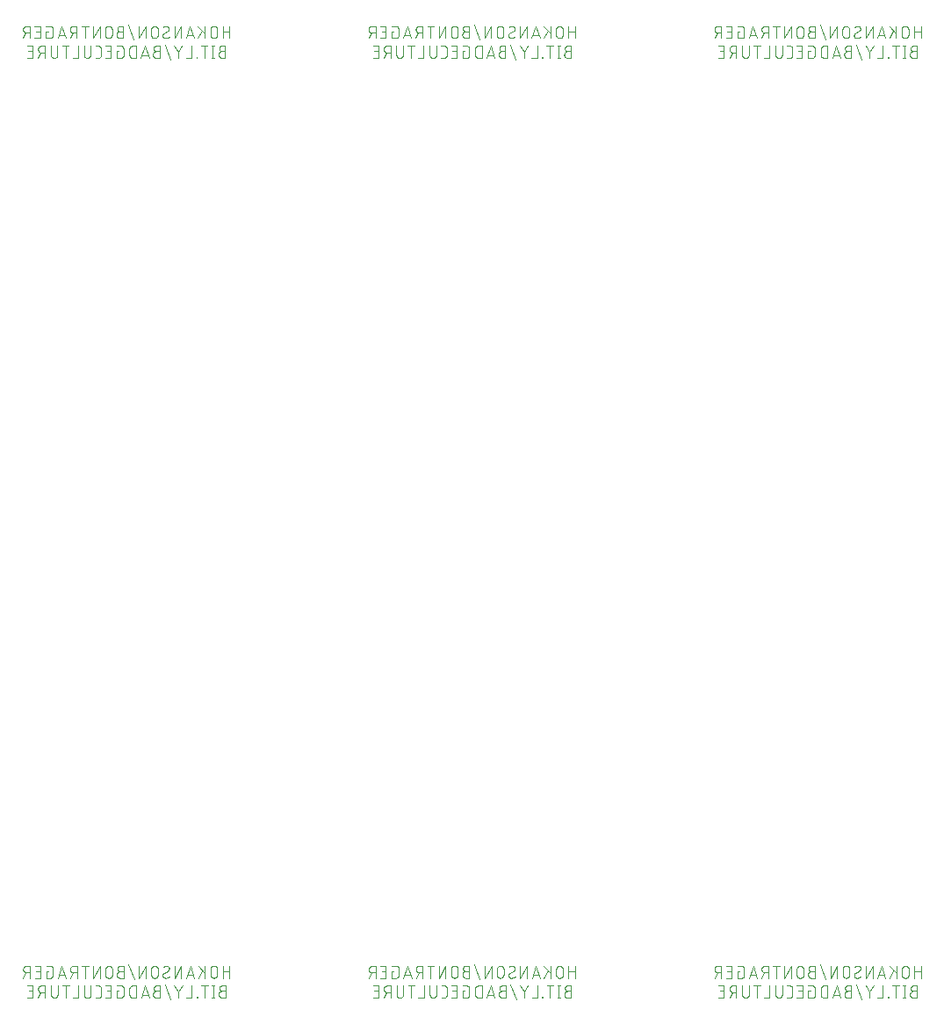
<source format=gbr>
G04 EAGLE Gerber RS-274X export*
G75*
%MOMM*%
%FSLAX34Y34*%
%LPD*%
%AMOC8*
5,1,8,0,0,1.08239X$1,22.5*%
G01*
%ADD10C,0.101600*%


D10*
X599385Y956693D02*
X599385Y968377D01*
X599385Y963184D02*
X592894Y963184D01*
X592894Y968377D02*
X592894Y956693D01*
X587574Y959939D02*
X587574Y965131D01*
X587572Y965244D01*
X587566Y965357D01*
X587556Y965470D01*
X587542Y965583D01*
X587525Y965695D01*
X587503Y965806D01*
X587478Y965916D01*
X587448Y966026D01*
X587415Y966134D01*
X587378Y966241D01*
X587338Y966347D01*
X587293Y966451D01*
X587245Y966554D01*
X587194Y966655D01*
X587139Y966754D01*
X587081Y966851D01*
X587019Y966946D01*
X586954Y967039D01*
X586886Y967129D01*
X586815Y967217D01*
X586740Y967303D01*
X586663Y967386D01*
X586583Y967466D01*
X586500Y967543D01*
X586414Y967618D01*
X586326Y967689D01*
X586236Y967757D01*
X586143Y967822D01*
X586048Y967884D01*
X585951Y967942D01*
X585852Y967997D01*
X585751Y968048D01*
X585648Y968096D01*
X585544Y968141D01*
X585438Y968181D01*
X585331Y968218D01*
X585223Y968251D01*
X585113Y968281D01*
X585003Y968306D01*
X584892Y968328D01*
X584780Y968345D01*
X584667Y968359D01*
X584554Y968369D01*
X584441Y968375D01*
X584328Y968377D01*
X584215Y968375D01*
X584102Y968369D01*
X583989Y968359D01*
X583876Y968345D01*
X583764Y968328D01*
X583653Y968306D01*
X583543Y968281D01*
X583433Y968251D01*
X583325Y968218D01*
X583218Y968181D01*
X583112Y968141D01*
X583008Y968096D01*
X582905Y968048D01*
X582804Y967997D01*
X582705Y967942D01*
X582608Y967884D01*
X582513Y967822D01*
X582420Y967757D01*
X582330Y967689D01*
X582242Y967618D01*
X582156Y967543D01*
X582073Y967466D01*
X581993Y967386D01*
X581916Y967303D01*
X581841Y967217D01*
X581770Y967129D01*
X581702Y967039D01*
X581637Y966946D01*
X581575Y966851D01*
X581517Y966754D01*
X581462Y966655D01*
X581411Y966554D01*
X581363Y966451D01*
X581318Y966347D01*
X581278Y966241D01*
X581241Y966134D01*
X581208Y966026D01*
X581178Y965916D01*
X581153Y965806D01*
X581131Y965695D01*
X581114Y965583D01*
X581100Y965470D01*
X581090Y965357D01*
X581084Y965244D01*
X581082Y965131D01*
X581083Y965131D02*
X581083Y959939D01*
X581082Y959939D02*
X581084Y959826D01*
X581090Y959713D01*
X581100Y959600D01*
X581114Y959487D01*
X581131Y959375D01*
X581153Y959264D01*
X581178Y959154D01*
X581208Y959044D01*
X581241Y958936D01*
X581278Y958829D01*
X581318Y958723D01*
X581363Y958619D01*
X581411Y958516D01*
X581462Y958415D01*
X581517Y958316D01*
X581575Y958219D01*
X581637Y958124D01*
X581702Y958031D01*
X581770Y957941D01*
X581841Y957853D01*
X581916Y957767D01*
X581993Y957684D01*
X582073Y957604D01*
X582156Y957527D01*
X582242Y957452D01*
X582330Y957381D01*
X582420Y957313D01*
X582513Y957248D01*
X582608Y957186D01*
X582705Y957128D01*
X582804Y957073D01*
X582905Y957022D01*
X583008Y956974D01*
X583112Y956929D01*
X583218Y956889D01*
X583325Y956852D01*
X583433Y956819D01*
X583543Y956789D01*
X583653Y956764D01*
X583764Y956742D01*
X583876Y956725D01*
X583989Y956711D01*
X584102Y956701D01*
X584215Y956695D01*
X584328Y956693D01*
X584441Y956695D01*
X584554Y956701D01*
X584667Y956711D01*
X584780Y956725D01*
X584892Y956742D01*
X585003Y956764D01*
X585113Y956789D01*
X585223Y956819D01*
X585331Y956852D01*
X585438Y956889D01*
X585544Y956929D01*
X585648Y956974D01*
X585751Y957022D01*
X585852Y957073D01*
X585951Y957128D01*
X586048Y957186D01*
X586143Y957248D01*
X586236Y957313D01*
X586326Y957381D01*
X586414Y957452D01*
X586500Y957527D01*
X586583Y957604D01*
X586663Y957684D01*
X586740Y957767D01*
X586815Y957853D01*
X586886Y957941D01*
X586954Y958031D01*
X587019Y958124D01*
X587081Y958219D01*
X587139Y958316D01*
X587194Y958415D01*
X587245Y958516D01*
X587293Y958619D01*
X587338Y958723D01*
X587378Y958829D01*
X587415Y958936D01*
X587448Y959044D01*
X587478Y959154D01*
X587503Y959264D01*
X587525Y959375D01*
X587542Y959487D01*
X587556Y959600D01*
X587566Y959713D01*
X587572Y959826D01*
X587574Y959939D01*
X575593Y956693D02*
X575593Y968377D01*
X569102Y968377D02*
X575593Y961237D01*
X572997Y963833D02*
X569102Y956693D01*
X565363Y956693D02*
X561468Y968377D01*
X557574Y956693D01*
X558547Y959614D02*
X564389Y959614D01*
X552903Y956693D02*
X552903Y968377D01*
X546412Y956693D01*
X546412Y968377D01*
X534982Y959289D02*
X534984Y959190D01*
X534990Y959090D01*
X534999Y958991D01*
X535012Y958893D01*
X535029Y958795D01*
X535050Y958697D01*
X535075Y958601D01*
X535103Y958506D01*
X535135Y958412D01*
X535170Y958319D01*
X535209Y958227D01*
X535252Y958137D01*
X535297Y958049D01*
X535347Y957962D01*
X535399Y957878D01*
X535455Y957795D01*
X535513Y957715D01*
X535575Y957637D01*
X535640Y957562D01*
X535708Y957489D01*
X535778Y957419D01*
X535851Y957351D01*
X535926Y957286D01*
X536004Y957224D01*
X536084Y957166D01*
X536167Y957110D01*
X536251Y957058D01*
X536338Y957008D01*
X536426Y956963D01*
X536516Y956920D01*
X536608Y956881D01*
X536701Y956846D01*
X536795Y956814D01*
X536890Y956786D01*
X536986Y956761D01*
X537084Y956740D01*
X537182Y956723D01*
X537280Y956710D01*
X537379Y956701D01*
X537479Y956695D01*
X537578Y956693D01*
X537722Y956695D01*
X537867Y956701D01*
X538011Y956710D01*
X538154Y956723D01*
X538298Y956740D01*
X538441Y956761D01*
X538583Y956786D01*
X538724Y956814D01*
X538865Y956846D01*
X539005Y956882D01*
X539144Y956921D01*
X539282Y956964D01*
X539418Y957011D01*
X539554Y957061D01*
X539688Y957115D01*
X539820Y957172D01*
X539951Y957233D01*
X540080Y957297D01*
X540208Y957365D01*
X540334Y957436D01*
X540458Y957510D01*
X540579Y957587D01*
X540699Y957668D01*
X540817Y957751D01*
X540932Y957838D01*
X541045Y957928D01*
X541156Y958021D01*
X541264Y958116D01*
X541370Y958215D01*
X541473Y958316D01*
X541148Y965781D02*
X541146Y965880D01*
X541140Y965980D01*
X541131Y966079D01*
X541118Y966177D01*
X541101Y966275D01*
X541080Y966373D01*
X541055Y966469D01*
X541027Y966564D01*
X540995Y966658D01*
X540960Y966751D01*
X540921Y966843D01*
X540878Y966933D01*
X540833Y967021D01*
X540783Y967108D01*
X540731Y967192D01*
X540675Y967275D01*
X540617Y967355D01*
X540555Y967433D01*
X540490Y967508D01*
X540422Y967581D01*
X540352Y967651D01*
X540279Y967719D01*
X540204Y967784D01*
X540126Y967846D01*
X540046Y967904D01*
X539963Y967960D01*
X539879Y968012D01*
X539792Y968062D01*
X539704Y968107D01*
X539614Y968150D01*
X539522Y968189D01*
X539429Y968224D01*
X539335Y968256D01*
X539240Y968284D01*
X539144Y968309D01*
X539046Y968330D01*
X538948Y968347D01*
X538850Y968360D01*
X538751Y968369D01*
X538651Y968375D01*
X538552Y968377D01*
X538416Y968375D01*
X538280Y968369D01*
X538144Y968360D01*
X538008Y968347D01*
X537873Y968329D01*
X537739Y968309D01*
X537605Y968284D01*
X537471Y968256D01*
X537339Y968223D01*
X537208Y968188D01*
X537077Y968148D01*
X536948Y968105D01*
X536820Y968059D01*
X536694Y968008D01*
X536568Y967955D01*
X536445Y967897D01*
X536323Y967837D01*
X536203Y967773D01*
X536084Y967705D01*
X535968Y967635D01*
X535854Y967561D01*
X535741Y967484D01*
X535631Y967403D01*
X539850Y963509D02*
X539936Y963562D01*
X540020Y963619D01*
X540102Y963678D01*
X540182Y963741D01*
X540259Y963807D01*
X540334Y963875D01*
X540406Y963947D01*
X540475Y964021D01*
X540541Y964098D01*
X540604Y964177D01*
X540664Y964259D01*
X540721Y964343D01*
X540775Y964429D01*
X540825Y964517D01*
X540872Y964607D01*
X540916Y964698D01*
X540955Y964792D01*
X540992Y964886D01*
X541024Y964982D01*
X541053Y965080D01*
X541078Y965178D01*
X541099Y965277D01*
X541117Y965377D01*
X541130Y965477D01*
X541140Y965578D01*
X541146Y965680D01*
X541148Y965781D01*
X536280Y961561D02*
X536194Y961508D01*
X536110Y961451D01*
X536028Y961392D01*
X535948Y961329D01*
X535871Y961263D01*
X535796Y961195D01*
X535724Y961123D01*
X535655Y961049D01*
X535589Y960972D01*
X535526Y960893D01*
X535466Y960811D01*
X535409Y960727D01*
X535355Y960641D01*
X535305Y960553D01*
X535258Y960463D01*
X535214Y960372D01*
X535175Y960278D01*
X535138Y960184D01*
X535106Y960088D01*
X535077Y959990D01*
X535052Y959892D01*
X535031Y959793D01*
X535013Y959693D01*
X535000Y959593D01*
X534990Y959492D01*
X534984Y959390D01*
X534982Y959289D01*
X536280Y961561D02*
X539850Y963509D01*
X530424Y965131D02*
X530424Y959939D01*
X530424Y965131D02*
X530422Y965244D01*
X530416Y965357D01*
X530406Y965470D01*
X530392Y965583D01*
X530375Y965695D01*
X530353Y965806D01*
X530328Y965916D01*
X530298Y966026D01*
X530265Y966134D01*
X530228Y966241D01*
X530188Y966347D01*
X530143Y966451D01*
X530095Y966554D01*
X530044Y966655D01*
X529989Y966754D01*
X529931Y966851D01*
X529869Y966946D01*
X529804Y967039D01*
X529736Y967129D01*
X529665Y967217D01*
X529590Y967303D01*
X529513Y967386D01*
X529433Y967466D01*
X529350Y967543D01*
X529264Y967618D01*
X529176Y967689D01*
X529086Y967757D01*
X528993Y967822D01*
X528898Y967884D01*
X528801Y967942D01*
X528702Y967997D01*
X528601Y968048D01*
X528498Y968096D01*
X528394Y968141D01*
X528288Y968181D01*
X528181Y968218D01*
X528073Y968251D01*
X527963Y968281D01*
X527853Y968306D01*
X527742Y968328D01*
X527630Y968345D01*
X527517Y968359D01*
X527404Y968369D01*
X527291Y968375D01*
X527178Y968377D01*
X527065Y968375D01*
X526952Y968369D01*
X526839Y968359D01*
X526726Y968345D01*
X526614Y968328D01*
X526503Y968306D01*
X526393Y968281D01*
X526283Y968251D01*
X526175Y968218D01*
X526068Y968181D01*
X525962Y968141D01*
X525858Y968096D01*
X525755Y968048D01*
X525654Y967997D01*
X525555Y967942D01*
X525458Y967884D01*
X525363Y967822D01*
X525270Y967757D01*
X525180Y967689D01*
X525092Y967618D01*
X525006Y967543D01*
X524923Y967466D01*
X524843Y967386D01*
X524766Y967303D01*
X524691Y967217D01*
X524620Y967129D01*
X524552Y967039D01*
X524487Y966946D01*
X524425Y966851D01*
X524367Y966754D01*
X524312Y966655D01*
X524261Y966554D01*
X524213Y966451D01*
X524168Y966347D01*
X524128Y966241D01*
X524091Y966134D01*
X524058Y966026D01*
X524028Y965916D01*
X524003Y965806D01*
X523981Y965695D01*
X523964Y965583D01*
X523950Y965470D01*
X523940Y965357D01*
X523934Y965244D01*
X523932Y965131D01*
X523933Y965131D02*
X523933Y959939D01*
X523932Y959939D02*
X523934Y959826D01*
X523940Y959713D01*
X523950Y959600D01*
X523964Y959487D01*
X523981Y959375D01*
X524003Y959264D01*
X524028Y959154D01*
X524058Y959044D01*
X524091Y958936D01*
X524128Y958829D01*
X524168Y958723D01*
X524213Y958619D01*
X524261Y958516D01*
X524312Y958415D01*
X524367Y958316D01*
X524425Y958219D01*
X524487Y958124D01*
X524552Y958031D01*
X524620Y957941D01*
X524691Y957853D01*
X524766Y957767D01*
X524843Y957684D01*
X524923Y957604D01*
X525006Y957527D01*
X525092Y957452D01*
X525180Y957381D01*
X525270Y957313D01*
X525363Y957248D01*
X525458Y957186D01*
X525555Y957128D01*
X525654Y957073D01*
X525755Y957022D01*
X525858Y956974D01*
X525962Y956929D01*
X526068Y956889D01*
X526175Y956852D01*
X526283Y956819D01*
X526393Y956789D01*
X526503Y956764D01*
X526614Y956742D01*
X526726Y956725D01*
X526839Y956711D01*
X526952Y956701D01*
X527065Y956695D01*
X527178Y956693D01*
X527291Y956695D01*
X527404Y956701D01*
X527517Y956711D01*
X527630Y956725D01*
X527742Y956742D01*
X527853Y956764D01*
X527963Y956789D01*
X528073Y956819D01*
X528181Y956852D01*
X528288Y956889D01*
X528394Y956929D01*
X528498Y956974D01*
X528601Y957022D01*
X528702Y957073D01*
X528801Y957128D01*
X528898Y957186D01*
X528993Y957248D01*
X529086Y957313D01*
X529176Y957381D01*
X529264Y957452D01*
X529350Y957527D01*
X529433Y957604D01*
X529513Y957684D01*
X529590Y957767D01*
X529665Y957853D01*
X529736Y957941D01*
X529804Y958031D01*
X529869Y958124D01*
X529931Y958219D01*
X529989Y958316D01*
X530044Y958415D01*
X530095Y958516D01*
X530143Y958619D01*
X530188Y958723D01*
X530228Y958829D01*
X530265Y958936D01*
X530298Y959044D01*
X530328Y959154D01*
X530353Y959264D01*
X530375Y959375D01*
X530392Y959487D01*
X530406Y959600D01*
X530416Y959713D01*
X530422Y959826D01*
X530424Y959939D01*
X518613Y956693D02*
X518613Y968377D01*
X512122Y956693D01*
X512122Y968377D01*
X502103Y969675D02*
X507296Y955395D01*
X497108Y963184D02*
X493862Y963184D01*
X493862Y963185D02*
X493749Y963183D01*
X493636Y963177D01*
X493523Y963167D01*
X493410Y963153D01*
X493298Y963136D01*
X493187Y963114D01*
X493077Y963089D01*
X492967Y963059D01*
X492859Y963026D01*
X492752Y962989D01*
X492646Y962949D01*
X492542Y962904D01*
X492439Y962856D01*
X492338Y962805D01*
X492239Y962750D01*
X492142Y962692D01*
X492047Y962630D01*
X491954Y962565D01*
X491864Y962497D01*
X491776Y962426D01*
X491690Y962351D01*
X491607Y962274D01*
X491527Y962194D01*
X491450Y962111D01*
X491375Y962025D01*
X491304Y961937D01*
X491236Y961847D01*
X491171Y961754D01*
X491109Y961659D01*
X491051Y961562D01*
X490996Y961463D01*
X490945Y961362D01*
X490897Y961259D01*
X490852Y961155D01*
X490812Y961049D01*
X490775Y960942D01*
X490742Y960834D01*
X490712Y960724D01*
X490687Y960614D01*
X490665Y960503D01*
X490648Y960391D01*
X490634Y960278D01*
X490624Y960165D01*
X490618Y960052D01*
X490616Y959939D01*
X490618Y959826D01*
X490624Y959713D01*
X490634Y959600D01*
X490648Y959487D01*
X490665Y959375D01*
X490687Y959264D01*
X490712Y959154D01*
X490742Y959044D01*
X490775Y958936D01*
X490812Y958829D01*
X490852Y958723D01*
X490897Y958619D01*
X490945Y958516D01*
X490996Y958415D01*
X491051Y958316D01*
X491109Y958219D01*
X491171Y958124D01*
X491236Y958031D01*
X491304Y957941D01*
X491375Y957853D01*
X491450Y957767D01*
X491527Y957684D01*
X491607Y957604D01*
X491690Y957527D01*
X491776Y957452D01*
X491864Y957381D01*
X491954Y957313D01*
X492047Y957248D01*
X492142Y957186D01*
X492239Y957128D01*
X492338Y957073D01*
X492439Y957022D01*
X492542Y956974D01*
X492646Y956929D01*
X492752Y956889D01*
X492859Y956852D01*
X492967Y956819D01*
X493077Y956789D01*
X493187Y956764D01*
X493298Y956742D01*
X493410Y956725D01*
X493523Y956711D01*
X493636Y956701D01*
X493749Y956695D01*
X493862Y956693D01*
X497108Y956693D01*
X497108Y968377D01*
X493862Y968377D01*
X493761Y968375D01*
X493661Y968369D01*
X493561Y968359D01*
X493461Y968346D01*
X493362Y968328D01*
X493263Y968307D01*
X493166Y968282D01*
X493069Y968253D01*
X492974Y968220D01*
X492880Y968184D01*
X492788Y968144D01*
X492697Y968101D01*
X492608Y968054D01*
X492521Y968004D01*
X492435Y967950D01*
X492352Y967893D01*
X492272Y967833D01*
X492193Y967770D01*
X492117Y967703D01*
X492044Y967634D01*
X491974Y967562D01*
X491906Y967488D01*
X491841Y967411D01*
X491780Y967331D01*
X491721Y967249D01*
X491666Y967165D01*
X491614Y967079D01*
X491565Y966991D01*
X491520Y966901D01*
X491478Y966809D01*
X491440Y966716D01*
X491406Y966621D01*
X491375Y966526D01*
X491348Y966429D01*
X491325Y966331D01*
X491305Y966232D01*
X491290Y966132D01*
X491278Y966032D01*
X491270Y965932D01*
X491266Y965831D01*
X491266Y965731D01*
X491270Y965630D01*
X491278Y965530D01*
X491290Y965430D01*
X491305Y965330D01*
X491325Y965231D01*
X491348Y965133D01*
X491375Y965036D01*
X491406Y964941D01*
X491440Y964846D01*
X491478Y964753D01*
X491520Y964661D01*
X491565Y964571D01*
X491614Y964483D01*
X491666Y964397D01*
X491721Y964313D01*
X491780Y964231D01*
X491841Y964151D01*
X491906Y964074D01*
X491974Y964000D01*
X492044Y963928D01*
X492117Y963859D01*
X492193Y963792D01*
X492272Y963729D01*
X492352Y963669D01*
X492435Y963612D01*
X492521Y963558D01*
X492608Y963508D01*
X492697Y963461D01*
X492788Y963418D01*
X492880Y963378D01*
X492974Y963342D01*
X493069Y963309D01*
X493166Y963280D01*
X493263Y963255D01*
X493362Y963234D01*
X493461Y963216D01*
X493561Y963203D01*
X493661Y963193D01*
X493761Y963187D01*
X493862Y963185D01*
X486228Y965131D02*
X486228Y959939D01*
X486228Y965131D02*
X486226Y965244D01*
X486220Y965357D01*
X486210Y965470D01*
X486196Y965583D01*
X486179Y965695D01*
X486157Y965806D01*
X486132Y965916D01*
X486102Y966026D01*
X486069Y966134D01*
X486032Y966241D01*
X485992Y966347D01*
X485947Y966451D01*
X485899Y966554D01*
X485848Y966655D01*
X485793Y966754D01*
X485735Y966851D01*
X485673Y966946D01*
X485608Y967039D01*
X485540Y967129D01*
X485469Y967217D01*
X485394Y967303D01*
X485317Y967386D01*
X485237Y967466D01*
X485154Y967543D01*
X485068Y967618D01*
X484980Y967689D01*
X484890Y967757D01*
X484797Y967822D01*
X484702Y967884D01*
X484605Y967942D01*
X484506Y967997D01*
X484405Y968048D01*
X484302Y968096D01*
X484198Y968141D01*
X484092Y968181D01*
X483985Y968218D01*
X483877Y968251D01*
X483767Y968281D01*
X483657Y968306D01*
X483546Y968328D01*
X483434Y968345D01*
X483321Y968359D01*
X483208Y968369D01*
X483095Y968375D01*
X482982Y968377D01*
X482869Y968375D01*
X482756Y968369D01*
X482643Y968359D01*
X482530Y968345D01*
X482418Y968328D01*
X482307Y968306D01*
X482197Y968281D01*
X482087Y968251D01*
X481979Y968218D01*
X481872Y968181D01*
X481766Y968141D01*
X481662Y968096D01*
X481559Y968048D01*
X481458Y967997D01*
X481359Y967942D01*
X481262Y967884D01*
X481167Y967822D01*
X481074Y967757D01*
X480984Y967689D01*
X480896Y967618D01*
X480810Y967543D01*
X480727Y967466D01*
X480647Y967386D01*
X480570Y967303D01*
X480495Y967217D01*
X480424Y967129D01*
X480356Y967039D01*
X480291Y966946D01*
X480229Y966851D01*
X480171Y966754D01*
X480116Y966655D01*
X480065Y966554D01*
X480017Y966451D01*
X479972Y966347D01*
X479932Y966241D01*
X479895Y966134D01*
X479862Y966026D01*
X479832Y965916D01*
X479807Y965806D01*
X479785Y965695D01*
X479768Y965583D01*
X479754Y965470D01*
X479744Y965357D01*
X479738Y965244D01*
X479736Y965131D01*
X479737Y965131D02*
X479737Y959939D01*
X479736Y959939D02*
X479738Y959826D01*
X479744Y959713D01*
X479754Y959600D01*
X479768Y959487D01*
X479785Y959375D01*
X479807Y959264D01*
X479832Y959154D01*
X479862Y959044D01*
X479895Y958936D01*
X479932Y958829D01*
X479972Y958723D01*
X480017Y958619D01*
X480065Y958516D01*
X480116Y958415D01*
X480171Y958316D01*
X480229Y958219D01*
X480291Y958124D01*
X480356Y958031D01*
X480424Y957941D01*
X480495Y957853D01*
X480570Y957767D01*
X480647Y957684D01*
X480727Y957604D01*
X480810Y957527D01*
X480896Y957452D01*
X480984Y957381D01*
X481074Y957313D01*
X481167Y957248D01*
X481262Y957186D01*
X481359Y957128D01*
X481458Y957073D01*
X481559Y957022D01*
X481662Y956974D01*
X481766Y956929D01*
X481872Y956889D01*
X481979Y956852D01*
X482087Y956819D01*
X482197Y956789D01*
X482307Y956764D01*
X482418Y956742D01*
X482530Y956725D01*
X482643Y956711D01*
X482756Y956701D01*
X482869Y956695D01*
X482982Y956693D01*
X483095Y956695D01*
X483208Y956701D01*
X483321Y956711D01*
X483434Y956725D01*
X483546Y956742D01*
X483657Y956764D01*
X483767Y956789D01*
X483877Y956819D01*
X483985Y956852D01*
X484092Y956889D01*
X484198Y956929D01*
X484302Y956974D01*
X484405Y957022D01*
X484506Y957073D01*
X484605Y957128D01*
X484702Y957186D01*
X484797Y957248D01*
X484890Y957313D01*
X484980Y957381D01*
X485068Y957452D01*
X485154Y957527D01*
X485237Y957604D01*
X485317Y957684D01*
X485394Y957767D01*
X485469Y957853D01*
X485540Y957941D01*
X485608Y958031D01*
X485673Y958124D01*
X485735Y958219D01*
X485793Y958316D01*
X485848Y958415D01*
X485899Y958516D01*
X485947Y958619D01*
X485992Y958723D01*
X486032Y958829D01*
X486069Y958936D01*
X486102Y959044D01*
X486132Y959154D01*
X486157Y959264D01*
X486179Y959375D01*
X486196Y959487D01*
X486210Y959600D01*
X486220Y959713D01*
X486226Y959826D01*
X486228Y959939D01*
X474417Y956693D02*
X474417Y968377D01*
X467926Y956693D01*
X467926Y968377D01*
X460122Y968377D02*
X460122Y956693D01*
X463368Y968377D02*
X456877Y968377D01*
X452245Y968377D02*
X452245Y956693D01*
X452245Y968377D02*
X449000Y968377D01*
X448887Y968375D01*
X448774Y968369D01*
X448661Y968359D01*
X448548Y968345D01*
X448436Y968328D01*
X448325Y968306D01*
X448215Y968281D01*
X448105Y968251D01*
X447997Y968218D01*
X447890Y968181D01*
X447784Y968141D01*
X447680Y968096D01*
X447577Y968048D01*
X447476Y967997D01*
X447377Y967942D01*
X447280Y967884D01*
X447185Y967822D01*
X447092Y967757D01*
X447002Y967689D01*
X446914Y967618D01*
X446828Y967543D01*
X446745Y967466D01*
X446665Y967386D01*
X446588Y967303D01*
X446513Y967217D01*
X446442Y967129D01*
X446374Y967039D01*
X446309Y966946D01*
X446247Y966851D01*
X446189Y966754D01*
X446134Y966655D01*
X446083Y966554D01*
X446035Y966451D01*
X445990Y966347D01*
X445950Y966241D01*
X445913Y966134D01*
X445880Y966026D01*
X445850Y965916D01*
X445825Y965806D01*
X445803Y965695D01*
X445786Y965583D01*
X445772Y965470D01*
X445762Y965357D01*
X445756Y965244D01*
X445754Y965131D01*
X445756Y965018D01*
X445762Y964905D01*
X445772Y964792D01*
X445786Y964679D01*
X445803Y964567D01*
X445825Y964456D01*
X445850Y964346D01*
X445880Y964236D01*
X445913Y964128D01*
X445950Y964021D01*
X445990Y963915D01*
X446035Y963811D01*
X446083Y963708D01*
X446134Y963607D01*
X446189Y963508D01*
X446247Y963411D01*
X446309Y963316D01*
X446374Y963223D01*
X446442Y963133D01*
X446513Y963045D01*
X446588Y962959D01*
X446665Y962876D01*
X446745Y962796D01*
X446828Y962719D01*
X446914Y962644D01*
X447002Y962573D01*
X447092Y962505D01*
X447185Y962440D01*
X447280Y962378D01*
X447377Y962320D01*
X447476Y962265D01*
X447577Y962214D01*
X447680Y962166D01*
X447784Y962121D01*
X447890Y962081D01*
X447997Y962044D01*
X448105Y962011D01*
X448215Y961981D01*
X448325Y961956D01*
X448436Y961934D01*
X448548Y961917D01*
X448661Y961903D01*
X448774Y961893D01*
X448887Y961887D01*
X449000Y961885D01*
X449000Y961886D02*
X452245Y961886D01*
X448351Y961886D02*
X445754Y956693D01*
X441538Y956693D02*
X437643Y968377D01*
X433749Y956693D01*
X434722Y959614D02*
X440564Y959614D01*
X424534Y963184D02*
X422587Y963184D01*
X422587Y956693D01*
X426482Y956693D01*
X426581Y956695D01*
X426681Y956701D01*
X426780Y956710D01*
X426878Y956723D01*
X426976Y956740D01*
X427074Y956761D01*
X427170Y956786D01*
X427265Y956814D01*
X427359Y956846D01*
X427452Y956881D01*
X427544Y956920D01*
X427634Y956963D01*
X427722Y957008D01*
X427809Y957058D01*
X427893Y957110D01*
X427976Y957166D01*
X428056Y957224D01*
X428134Y957286D01*
X428209Y957351D01*
X428282Y957419D01*
X428352Y957489D01*
X428420Y957562D01*
X428485Y957637D01*
X428547Y957715D01*
X428605Y957795D01*
X428661Y957878D01*
X428713Y957962D01*
X428763Y958049D01*
X428808Y958137D01*
X428851Y958227D01*
X428890Y958319D01*
X428925Y958412D01*
X428957Y958506D01*
X428985Y958601D01*
X429010Y958697D01*
X429031Y958795D01*
X429048Y958893D01*
X429061Y958991D01*
X429070Y959090D01*
X429076Y959190D01*
X429078Y959289D01*
X429078Y965781D01*
X429076Y965880D01*
X429070Y965980D01*
X429061Y966079D01*
X429048Y966177D01*
X429031Y966275D01*
X429010Y966373D01*
X428985Y966469D01*
X428957Y966564D01*
X428925Y966658D01*
X428890Y966751D01*
X428851Y966843D01*
X428808Y966933D01*
X428763Y967021D01*
X428713Y967108D01*
X428661Y967192D01*
X428605Y967275D01*
X428547Y967355D01*
X428485Y967433D01*
X428420Y967508D01*
X428352Y967581D01*
X428282Y967651D01*
X428209Y967719D01*
X428134Y967784D01*
X428056Y967846D01*
X427976Y967904D01*
X427893Y967960D01*
X427809Y968012D01*
X427722Y968062D01*
X427634Y968107D01*
X427544Y968150D01*
X427452Y968189D01*
X427359Y968224D01*
X427265Y968256D01*
X427170Y968284D01*
X427074Y968309D01*
X426976Y968330D01*
X426878Y968347D01*
X426780Y968360D01*
X426681Y968369D01*
X426581Y968375D01*
X426482Y968377D01*
X422587Y968377D01*
X416863Y956693D02*
X411671Y956693D01*
X416863Y956693D02*
X416863Y968377D01*
X411671Y968377D01*
X412969Y963184D02*
X416863Y963184D01*
X406906Y968377D02*
X406906Y956693D01*
X406906Y968377D02*
X403661Y968377D01*
X403548Y968375D01*
X403435Y968369D01*
X403322Y968359D01*
X403209Y968345D01*
X403097Y968328D01*
X402986Y968306D01*
X402876Y968281D01*
X402766Y968251D01*
X402658Y968218D01*
X402551Y968181D01*
X402445Y968141D01*
X402341Y968096D01*
X402238Y968048D01*
X402137Y967997D01*
X402038Y967942D01*
X401941Y967884D01*
X401846Y967822D01*
X401753Y967757D01*
X401663Y967689D01*
X401575Y967618D01*
X401489Y967543D01*
X401406Y967466D01*
X401326Y967386D01*
X401249Y967303D01*
X401174Y967217D01*
X401103Y967129D01*
X401035Y967039D01*
X400970Y966946D01*
X400908Y966851D01*
X400850Y966754D01*
X400795Y966655D01*
X400744Y966554D01*
X400696Y966451D01*
X400651Y966347D01*
X400611Y966241D01*
X400574Y966134D01*
X400541Y966026D01*
X400511Y965916D01*
X400486Y965806D01*
X400464Y965695D01*
X400447Y965583D01*
X400433Y965470D01*
X400423Y965357D01*
X400417Y965244D01*
X400415Y965131D01*
X400417Y965018D01*
X400423Y964905D01*
X400433Y964792D01*
X400447Y964679D01*
X400464Y964567D01*
X400486Y964456D01*
X400511Y964346D01*
X400541Y964236D01*
X400574Y964128D01*
X400611Y964021D01*
X400651Y963915D01*
X400696Y963811D01*
X400744Y963708D01*
X400795Y963607D01*
X400850Y963508D01*
X400908Y963411D01*
X400970Y963316D01*
X401035Y963223D01*
X401103Y963133D01*
X401174Y963045D01*
X401249Y962959D01*
X401326Y962876D01*
X401406Y962796D01*
X401489Y962719D01*
X401575Y962644D01*
X401663Y962573D01*
X401753Y962505D01*
X401846Y962440D01*
X401941Y962378D01*
X402038Y962320D01*
X402137Y962265D01*
X402238Y962214D01*
X402341Y962166D01*
X402445Y962121D01*
X402551Y962081D01*
X402658Y962044D01*
X402766Y962011D01*
X402876Y961981D01*
X402986Y961956D01*
X403097Y961934D01*
X403209Y961917D01*
X403322Y961903D01*
X403435Y961893D01*
X403548Y961887D01*
X403661Y961885D01*
X403661Y961886D02*
X406906Y961886D01*
X403012Y961886D02*
X400415Y956693D01*
X592141Y944134D02*
X595387Y944134D01*
X592141Y944135D02*
X592028Y944133D01*
X591915Y944127D01*
X591802Y944117D01*
X591689Y944103D01*
X591577Y944086D01*
X591466Y944064D01*
X591356Y944039D01*
X591246Y944009D01*
X591138Y943976D01*
X591031Y943939D01*
X590925Y943899D01*
X590821Y943854D01*
X590718Y943806D01*
X590617Y943755D01*
X590518Y943700D01*
X590421Y943642D01*
X590326Y943580D01*
X590233Y943515D01*
X590143Y943447D01*
X590055Y943376D01*
X589969Y943301D01*
X589886Y943224D01*
X589806Y943144D01*
X589729Y943061D01*
X589654Y942975D01*
X589583Y942887D01*
X589515Y942797D01*
X589450Y942704D01*
X589388Y942609D01*
X589330Y942512D01*
X589275Y942413D01*
X589224Y942312D01*
X589176Y942209D01*
X589131Y942105D01*
X589091Y941999D01*
X589054Y941892D01*
X589021Y941784D01*
X588991Y941674D01*
X588966Y941564D01*
X588944Y941453D01*
X588927Y941341D01*
X588913Y941228D01*
X588903Y941115D01*
X588897Y941002D01*
X588895Y940889D01*
X588897Y940776D01*
X588903Y940663D01*
X588913Y940550D01*
X588927Y940437D01*
X588944Y940325D01*
X588966Y940214D01*
X588991Y940104D01*
X589021Y939994D01*
X589054Y939886D01*
X589091Y939779D01*
X589131Y939673D01*
X589176Y939569D01*
X589224Y939466D01*
X589275Y939365D01*
X589330Y939266D01*
X589388Y939169D01*
X589450Y939074D01*
X589515Y938981D01*
X589583Y938891D01*
X589654Y938803D01*
X589729Y938717D01*
X589806Y938634D01*
X589886Y938554D01*
X589969Y938477D01*
X590055Y938402D01*
X590143Y938331D01*
X590233Y938263D01*
X590326Y938198D01*
X590421Y938136D01*
X590518Y938078D01*
X590617Y938023D01*
X590718Y937972D01*
X590821Y937924D01*
X590925Y937879D01*
X591031Y937839D01*
X591138Y937802D01*
X591246Y937769D01*
X591356Y937739D01*
X591466Y937714D01*
X591577Y937692D01*
X591689Y937675D01*
X591802Y937661D01*
X591915Y937651D01*
X592028Y937645D01*
X592141Y937643D01*
X595387Y937643D01*
X595387Y949327D01*
X592141Y949327D01*
X592040Y949325D01*
X591940Y949319D01*
X591840Y949309D01*
X591740Y949296D01*
X591641Y949278D01*
X591542Y949257D01*
X591445Y949232D01*
X591348Y949203D01*
X591253Y949170D01*
X591159Y949134D01*
X591067Y949094D01*
X590976Y949051D01*
X590887Y949004D01*
X590800Y948954D01*
X590714Y948900D01*
X590631Y948843D01*
X590551Y948783D01*
X590472Y948720D01*
X590396Y948653D01*
X590323Y948584D01*
X590253Y948512D01*
X590185Y948438D01*
X590120Y948361D01*
X590059Y948281D01*
X590000Y948199D01*
X589945Y948115D01*
X589893Y948029D01*
X589844Y947941D01*
X589799Y947851D01*
X589757Y947759D01*
X589719Y947666D01*
X589685Y947571D01*
X589654Y947476D01*
X589627Y947379D01*
X589604Y947281D01*
X589584Y947182D01*
X589569Y947082D01*
X589557Y946982D01*
X589549Y946882D01*
X589545Y946781D01*
X589545Y946681D01*
X589549Y946580D01*
X589557Y946480D01*
X589569Y946380D01*
X589584Y946280D01*
X589604Y946181D01*
X589627Y946083D01*
X589654Y945986D01*
X589685Y945891D01*
X589719Y945796D01*
X589757Y945703D01*
X589799Y945611D01*
X589844Y945521D01*
X589893Y945433D01*
X589945Y945347D01*
X590000Y945263D01*
X590059Y945181D01*
X590120Y945101D01*
X590185Y945024D01*
X590253Y944950D01*
X590323Y944878D01*
X590396Y944809D01*
X590472Y944742D01*
X590551Y944679D01*
X590631Y944619D01*
X590714Y944562D01*
X590800Y944508D01*
X590887Y944458D01*
X590976Y944411D01*
X591067Y944368D01*
X591159Y944328D01*
X591253Y944292D01*
X591348Y944259D01*
X591445Y944230D01*
X591542Y944205D01*
X591641Y944184D01*
X591740Y944166D01*
X591840Y944153D01*
X591940Y944143D01*
X592040Y944137D01*
X592141Y944135D01*
X583548Y949327D02*
X583548Y937643D01*
X584846Y937643D02*
X582250Y937643D01*
X582250Y949327D02*
X584846Y949327D01*
X575166Y949327D02*
X575166Y937643D01*
X578411Y949327D02*
X571920Y949327D01*
X568251Y938292D02*
X568251Y937643D01*
X568251Y938292D02*
X567602Y938292D01*
X567602Y937643D01*
X568251Y937643D01*
X562768Y937643D02*
X562768Y949327D01*
X562768Y937643D02*
X557575Y937643D01*
X550020Y943810D02*
X553914Y949327D01*
X550020Y943810D02*
X546125Y949327D01*
X550020Y943810D02*
X550020Y937643D01*
X542329Y936345D02*
X537136Y950625D01*
X532141Y944134D02*
X528895Y944134D01*
X528895Y944135D02*
X528782Y944133D01*
X528669Y944127D01*
X528556Y944117D01*
X528443Y944103D01*
X528331Y944086D01*
X528220Y944064D01*
X528110Y944039D01*
X528000Y944009D01*
X527892Y943976D01*
X527785Y943939D01*
X527679Y943899D01*
X527575Y943854D01*
X527472Y943806D01*
X527371Y943755D01*
X527272Y943700D01*
X527175Y943642D01*
X527080Y943580D01*
X526987Y943515D01*
X526897Y943447D01*
X526809Y943376D01*
X526723Y943301D01*
X526640Y943224D01*
X526560Y943144D01*
X526483Y943061D01*
X526408Y942975D01*
X526337Y942887D01*
X526269Y942797D01*
X526204Y942704D01*
X526142Y942609D01*
X526084Y942512D01*
X526029Y942413D01*
X525978Y942312D01*
X525930Y942209D01*
X525885Y942105D01*
X525845Y941999D01*
X525808Y941892D01*
X525775Y941784D01*
X525745Y941674D01*
X525720Y941564D01*
X525698Y941453D01*
X525681Y941341D01*
X525667Y941228D01*
X525657Y941115D01*
X525651Y941002D01*
X525649Y940889D01*
X525651Y940776D01*
X525657Y940663D01*
X525667Y940550D01*
X525681Y940437D01*
X525698Y940325D01*
X525720Y940214D01*
X525745Y940104D01*
X525775Y939994D01*
X525808Y939886D01*
X525845Y939779D01*
X525885Y939673D01*
X525930Y939569D01*
X525978Y939466D01*
X526029Y939365D01*
X526084Y939266D01*
X526142Y939169D01*
X526204Y939074D01*
X526269Y938981D01*
X526337Y938891D01*
X526408Y938803D01*
X526483Y938717D01*
X526560Y938634D01*
X526640Y938554D01*
X526723Y938477D01*
X526809Y938402D01*
X526897Y938331D01*
X526987Y938263D01*
X527080Y938198D01*
X527175Y938136D01*
X527272Y938078D01*
X527371Y938023D01*
X527472Y937972D01*
X527575Y937924D01*
X527679Y937879D01*
X527785Y937839D01*
X527892Y937802D01*
X528000Y937769D01*
X528110Y937739D01*
X528220Y937714D01*
X528331Y937692D01*
X528443Y937675D01*
X528556Y937661D01*
X528669Y937651D01*
X528782Y937645D01*
X528895Y937643D01*
X532141Y937643D01*
X532141Y949327D01*
X528895Y949327D01*
X528794Y949325D01*
X528694Y949319D01*
X528594Y949309D01*
X528494Y949296D01*
X528395Y949278D01*
X528296Y949257D01*
X528199Y949232D01*
X528102Y949203D01*
X528007Y949170D01*
X527913Y949134D01*
X527821Y949094D01*
X527730Y949051D01*
X527641Y949004D01*
X527554Y948954D01*
X527468Y948900D01*
X527385Y948843D01*
X527305Y948783D01*
X527226Y948720D01*
X527150Y948653D01*
X527077Y948584D01*
X527007Y948512D01*
X526939Y948438D01*
X526874Y948361D01*
X526813Y948281D01*
X526754Y948199D01*
X526699Y948115D01*
X526647Y948029D01*
X526598Y947941D01*
X526553Y947851D01*
X526511Y947759D01*
X526473Y947666D01*
X526439Y947571D01*
X526408Y947476D01*
X526381Y947379D01*
X526358Y947281D01*
X526338Y947182D01*
X526323Y947082D01*
X526311Y946982D01*
X526303Y946882D01*
X526299Y946781D01*
X526299Y946681D01*
X526303Y946580D01*
X526311Y946480D01*
X526323Y946380D01*
X526338Y946280D01*
X526358Y946181D01*
X526381Y946083D01*
X526408Y945986D01*
X526439Y945891D01*
X526473Y945796D01*
X526511Y945703D01*
X526553Y945611D01*
X526598Y945521D01*
X526647Y945433D01*
X526699Y945347D01*
X526754Y945263D01*
X526813Y945181D01*
X526874Y945101D01*
X526939Y945024D01*
X527007Y944950D01*
X527077Y944878D01*
X527150Y944809D01*
X527226Y944742D01*
X527305Y944679D01*
X527385Y944619D01*
X527468Y944562D01*
X527554Y944508D01*
X527641Y944458D01*
X527730Y944411D01*
X527821Y944368D01*
X527913Y944328D01*
X528007Y944292D01*
X528102Y944259D01*
X528199Y944230D01*
X528296Y944205D01*
X528395Y944184D01*
X528494Y944166D01*
X528594Y944153D01*
X528694Y944143D01*
X528794Y944137D01*
X528895Y944135D01*
X521910Y937643D02*
X518016Y949327D01*
X514121Y937643D01*
X515095Y940564D02*
X520937Y940564D01*
X509450Y937643D02*
X509450Y949327D01*
X506205Y949327D01*
X506092Y949325D01*
X505979Y949319D01*
X505866Y949309D01*
X505753Y949295D01*
X505641Y949278D01*
X505530Y949256D01*
X505420Y949231D01*
X505310Y949201D01*
X505202Y949168D01*
X505095Y949131D01*
X504989Y949091D01*
X504885Y949046D01*
X504782Y948998D01*
X504681Y948947D01*
X504582Y948892D01*
X504485Y948834D01*
X504390Y948772D01*
X504297Y948707D01*
X504207Y948639D01*
X504119Y948568D01*
X504033Y948493D01*
X503950Y948416D01*
X503870Y948336D01*
X503793Y948253D01*
X503718Y948167D01*
X503647Y948079D01*
X503579Y947989D01*
X503514Y947896D01*
X503452Y947801D01*
X503394Y947704D01*
X503339Y947605D01*
X503288Y947504D01*
X503240Y947401D01*
X503195Y947297D01*
X503155Y947191D01*
X503118Y947084D01*
X503085Y946976D01*
X503055Y946866D01*
X503030Y946756D01*
X503008Y946645D01*
X502991Y946533D01*
X502977Y946420D01*
X502967Y946307D01*
X502961Y946194D01*
X502959Y946081D01*
X502959Y940889D01*
X502961Y940776D01*
X502967Y940663D01*
X502977Y940550D01*
X502991Y940437D01*
X503008Y940325D01*
X503030Y940214D01*
X503055Y940104D01*
X503085Y939994D01*
X503118Y939886D01*
X503155Y939779D01*
X503195Y939673D01*
X503240Y939569D01*
X503288Y939466D01*
X503339Y939365D01*
X503394Y939266D01*
X503452Y939169D01*
X503514Y939074D01*
X503579Y938981D01*
X503647Y938891D01*
X503718Y938803D01*
X503793Y938717D01*
X503870Y938634D01*
X503950Y938554D01*
X504033Y938477D01*
X504119Y938402D01*
X504207Y938331D01*
X504297Y938263D01*
X504390Y938198D01*
X504485Y938136D01*
X504582Y938078D01*
X504681Y938023D01*
X504782Y937972D01*
X504885Y937924D01*
X504989Y937879D01*
X505095Y937839D01*
X505202Y937802D01*
X505310Y937769D01*
X505420Y937739D01*
X505530Y937714D01*
X505641Y937692D01*
X505753Y937675D01*
X505866Y937661D01*
X505979Y937651D01*
X506092Y937645D01*
X506205Y937643D01*
X509450Y937643D01*
X492715Y944134D02*
X490767Y944134D01*
X490767Y937643D01*
X494662Y937643D01*
X494761Y937645D01*
X494861Y937651D01*
X494960Y937660D01*
X495058Y937673D01*
X495156Y937690D01*
X495254Y937711D01*
X495350Y937736D01*
X495445Y937764D01*
X495539Y937796D01*
X495632Y937831D01*
X495724Y937870D01*
X495814Y937913D01*
X495902Y937958D01*
X495989Y938008D01*
X496073Y938060D01*
X496156Y938116D01*
X496236Y938174D01*
X496314Y938236D01*
X496389Y938301D01*
X496462Y938369D01*
X496532Y938439D01*
X496600Y938512D01*
X496665Y938587D01*
X496727Y938665D01*
X496785Y938745D01*
X496841Y938828D01*
X496893Y938912D01*
X496943Y938999D01*
X496988Y939087D01*
X497031Y939177D01*
X497070Y939269D01*
X497105Y939362D01*
X497137Y939456D01*
X497165Y939551D01*
X497190Y939647D01*
X497211Y939745D01*
X497228Y939843D01*
X497241Y939941D01*
X497250Y940040D01*
X497256Y940140D01*
X497258Y940239D01*
X497258Y946731D01*
X497256Y946830D01*
X497250Y946930D01*
X497241Y947029D01*
X497228Y947127D01*
X497211Y947225D01*
X497190Y947323D01*
X497165Y947419D01*
X497137Y947514D01*
X497105Y947608D01*
X497070Y947701D01*
X497031Y947793D01*
X496988Y947883D01*
X496943Y947971D01*
X496893Y948058D01*
X496841Y948142D01*
X496785Y948225D01*
X496727Y948305D01*
X496665Y948383D01*
X496600Y948458D01*
X496532Y948531D01*
X496462Y948601D01*
X496389Y948669D01*
X496314Y948734D01*
X496236Y948796D01*
X496156Y948854D01*
X496073Y948910D01*
X495989Y948962D01*
X495902Y949012D01*
X495814Y949057D01*
X495724Y949100D01*
X495632Y949139D01*
X495539Y949174D01*
X495445Y949206D01*
X495350Y949234D01*
X495254Y949259D01*
X495156Y949280D01*
X495058Y949297D01*
X494960Y949310D01*
X494861Y949319D01*
X494761Y949325D01*
X494662Y949327D01*
X490767Y949327D01*
X485044Y937643D02*
X479851Y937643D01*
X485044Y937643D02*
X485044Y949327D01*
X479851Y949327D01*
X481149Y944134D02*
X485044Y944134D01*
X472978Y937643D02*
X470382Y937643D01*
X472978Y937643D02*
X473077Y937645D01*
X473177Y937651D01*
X473276Y937660D01*
X473374Y937673D01*
X473472Y937690D01*
X473570Y937711D01*
X473666Y937736D01*
X473761Y937764D01*
X473855Y937796D01*
X473948Y937831D01*
X474040Y937870D01*
X474130Y937913D01*
X474218Y937958D01*
X474305Y938008D01*
X474389Y938060D01*
X474472Y938116D01*
X474552Y938174D01*
X474630Y938236D01*
X474705Y938301D01*
X474778Y938369D01*
X474848Y938439D01*
X474916Y938512D01*
X474981Y938587D01*
X475043Y938665D01*
X475101Y938745D01*
X475157Y938828D01*
X475209Y938912D01*
X475259Y938999D01*
X475304Y939087D01*
X475347Y939177D01*
X475386Y939269D01*
X475421Y939362D01*
X475453Y939456D01*
X475481Y939551D01*
X475506Y939647D01*
X475527Y939745D01*
X475544Y939843D01*
X475557Y939941D01*
X475566Y940040D01*
X475572Y940140D01*
X475574Y940239D01*
X475575Y940239D02*
X475575Y946731D01*
X475574Y946731D02*
X475572Y946830D01*
X475566Y946930D01*
X475557Y947029D01*
X475544Y947127D01*
X475527Y947225D01*
X475506Y947323D01*
X475481Y947419D01*
X475453Y947514D01*
X475421Y947608D01*
X475386Y947701D01*
X475347Y947793D01*
X475304Y947883D01*
X475259Y947971D01*
X475209Y948058D01*
X475157Y948142D01*
X475101Y948225D01*
X475043Y948305D01*
X474981Y948383D01*
X474916Y948458D01*
X474848Y948531D01*
X474778Y948601D01*
X474705Y948669D01*
X474630Y948734D01*
X474552Y948796D01*
X474472Y948854D01*
X474389Y948910D01*
X474305Y948962D01*
X474218Y949012D01*
X474130Y949057D01*
X474040Y949100D01*
X473948Y949139D01*
X473855Y949174D01*
X473761Y949206D01*
X473666Y949234D01*
X473570Y949259D01*
X473472Y949280D01*
X473374Y949297D01*
X473276Y949310D01*
X473177Y949319D01*
X473077Y949325D01*
X472978Y949327D01*
X470382Y949327D01*
X465635Y949327D02*
X465635Y940889D01*
X465636Y940889D02*
X465634Y940776D01*
X465628Y940663D01*
X465618Y940550D01*
X465604Y940437D01*
X465587Y940325D01*
X465565Y940214D01*
X465540Y940104D01*
X465510Y939994D01*
X465477Y939886D01*
X465440Y939779D01*
X465400Y939673D01*
X465355Y939569D01*
X465307Y939466D01*
X465256Y939365D01*
X465201Y939266D01*
X465143Y939169D01*
X465081Y939074D01*
X465016Y938981D01*
X464948Y938891D01*
X464877Y938803D01*
X464802Y938717D01*
X464725Y938634D01*
X464645Y938554D01*
X464562Y938477D01*
X464476Y938402D01*
X464388Y938331D01*
X464298Y938263D01*
X464205Y938198D01*
X464110Y938136D01*
X464013Y938078D01*
X463914Y938023D01*
X463813Y937972D01*
X463710Y937924D01*
X463606Y937879D01*
X463500Y937839D01*
X463393Y937802D01*
X463285Y937769D01*
X463175Y937739D01*
X463065Y937714D01*
X462954Y937692D01*
X462842Y937675D01*
X462729Y937661D01*
X462616Y937651D01*
X462503Y937645D01*
X462390Y937643D01*
X462277Y937645D01*
X462164Y937651D01*
X462051Y937661D01*
X461938Y937675D01*
X461826Y937692D01*
X461715Y937714D01*
X461605Y937739D01*
X461495Y937769D01*
X461387Y937802D01*
X461280Y937839D01*
X461174Y937879D01*
X461070Y937924D01*
X460967Y937972D01*
X460866Y938023D01*
X460767Y938078D01*
X460670Y938136D01*
X460575Y938198D01*
X460482Y938263D01*
X460392Y938331D01*
X460304Y938402D01*
X460218Y938477D01*
X460135Y938554D01*
X460055Y938634D01*
X459978Y938717D01*
X459903Y938803D01*
X459832Y938891D01*
X459764Y938981D01*
X459699Y939074D01*
X459637Y939169D01*
X459579Y939266D01*
X459524Y939365D01*
X459473Y939466D01*
X459425Y939569D01*
X459380Y939673D01*
X459340Y939779D01*
X459303Y939886D01*
X459270Y939994D01*
X459240Y940104D01*
X459215Y940214D01*
X459193Y940325D01*
X459176Y940437D01*
X459162Y940550D01*
X459152Y940663D01*
X459146Y940776D01*
X459144Y940889D01*
X459144Y949327D01*
X453421Y949327D02*
X453421Y937643D01*
X448228Y937643D01*
X441435Y937643D02*
X441435Y949327D01*
X444680Y949327D02*
X438189Y949327D01*
X433632Y949327D02*
X433632Y940889D01*
X433630Y940776D01*
X433624Y940663D01*
X433614Y940550D01*
X433600Y940437D01*
X433583Y940325D01*
X433561Y940214D01*
X433536Y940104D01*
X433506Y939994D01*
X433473Y939886D01*
X433436Y939779D01*
X433396Y939673D01*
X433351Y939569D01*
X433303Y939466D01*
X433252Y939365D01*
X433197Y939266D01*
X433139Y939169D01*
X433077Y939074D01*
X433012Y938981D01*
X432944Y938891D01*
X432873Y938803D01*
X432798Y938717D01*
X432721Y938634D01*
X432641Y938554D01*
X432558Y938477D01*
X432472Y938402D01*
X432384Y938331D01*
X432294Y938263D01*
X432201Y938198D01*
X432106Y938136D01*
X432009Y938078D01*
X431910Y938023D01*
X431809Y937972D01*
X431706Y937924D01*
X431602Y937879D01*
X431496Y937839D01*
X431389Y937802D01*
X431281Y937769D01*
X431171Y937739D01*
X431061Y937714D01*
X430950Y937692D01*
X430838Y937675D01*
X430725Y937661D01*
X430612Y937651D01*
X430499Y937645D01*
X430386Y937643D01*
X430273Y937645D01*
X430160Y937651D01*
X430047Y937661D01*
X429934Y937675D01*
X429822Y937692D01*
X429711Y937714D01*
X429601Y937739D01*
X429491Y937769D01*
X429383Y937802D01*
X429276Y937839D01*
X429170Y937879D01*
X429066Y937924D01*
X428963Y937972D01*
X428862Y938023D01*
X428763Y938078D01*
X428666Y938136D01*
X428571Y938198D01*
X428478Y938263D01*
X428388Y938331D01*
X428300Y938402D01*
X428214Y938477D01*
X428131Y938554D01*
X428051Y938634D01*
X427974Y938717D01*
X427899Y938803D01*
X427828Y938891D01*
X427760Y938981D01*
X427695Y939074D01*
X427633Y939169D01*
X427575Y939266D01*
X427520Y939365D01*
X427469Y939466D01*
X427421Y939569D01*
X427376Y939673D01*
X427336Y939779D01*
X427299Y939886D01*
X427266Y939994D01*
X427236Y940104D01*
X427211Y940214D01*
X427189Y940325D01*
X427172Y940437D01*
X427158Y940550D01*
X427148Y940663D01*
X427142Y940776D01*
X427140Y940889D01*
X427140Y949327D01*
X421366Y949327D02*
X421366Y937643D01*
X421366Y949327D02*
X418120Y949327D01*
X418007Y949325D01*
X417894Y949319D01*
X417781Y949309D01*
X417668Y949295D01*
X417556Y949278D01*
X417445Y949256D01*
X417335Y949231D01*
X417225Y949201D01*
X417117Y949168D01*
X417010Y949131D01*
X416904Y949091D01*
X416800Y949046D01*
X416697Y948998D01*
X416596Y948947D01*
X416497Y948892D01*
X416400Y948834D01*
X416305Y948772D01*
X416212Y948707D01*
X416122Y948639D01*
X416034Y948568D01*
X415948Y948493D01*
X415865Y948416D01*
X415785Y948336D01*
X415708Y948253D01*
X415633Y948167D01*
X415562Y948079D01*
X415494Y947989D01*
X415429Y947896D01*
X415367Y947801D01*
X415309Y947704D01*
X415254Y947605D01*
X415203Y947504D01*
X415155Y947401D01*
X415110Y947297D01*
X415070Y947191D01*
X415033Y947084D01*
X415000Y946976D01*
X414970Y946866D01*
X414945Y946756D01*
X414923Y946645D01*
X414906Y946533D01*
X414892Y946420D01*
X414882Y946307D01*
X414876Y946194D01*
X414874Y946081D01*
X414876Y945968D01*
X414882Y945855D01*
X414892Y945742D01*
X414906Y945629D01*
X414923Y945517D01*
X414945Y945406D01*
X414970Y945296D01*
X415000Y945186D01*
X415033Y945078D01*
X415070Y944971D01*
X415110Y944865D01*
X415155Y944761D01*
X415203Y944658D01*
X415254Y944557D01*
X415309Y944458D01*
X415367Y944361D01*
X415429Y944266D01*
X415494Y944173D01*
X415562Y944083D01*
X415633Y943995D01*
X415708Y943909D01*
X415785Y943826D01*
X415865Y943746D01*
X415948Y943669D01*
X416034Y943594D01*
X416122Y943523D01*
X416212Y943455D01*
X416305Y943390D01*
X416400Y943328D01*
X416497Y943270D01*
X416596Y943215D01*
X416697Y943164D01*
X416800Y943116D01*
X416904Y943071D01*
X417010Y943031D01*
X417117Y942994D01*
X417225Y942961D01*
X417335Y942931D01*
X417445Y942906D01*
X417556Y942884D01*
X417668Y942867D01*
X417781Y942853D01*
X417894Y942843D01*
X418007Y942837D01*
X418120Y942835D01*
X418120Y942836D02*
X421366Y942836D01*
X417471Y942836D02*
X414875Y937643D01*
X409606Y937643D02*
X404413Y937643D01*
X409606Y937643D02*
X409606Y949327D01*
X404413Y949327D01*
X405711Y944134D02*
X409606Y944134D01*
X599485Y62357D02*
X599485Y50673D01*
X599485Y57164D02*
X592994Y57164D01*
X592994Y62357D02*
X592994Y50673D01*
X587674Y53919D02*
X587674Y59111D01*
X587672Y59224D01*
X587666Y59337D01*
X587656Y59450D01*
X587642Y59563D01*
X587625Y59675D01*
X587603Y59786D01*
X587578Y59896D01*
X587548Y60006D01*
X587515Y60114D01*
X587478Y60221D01*
X587438Y60327D01*
X587393Y60431D01*
X587345Y60534D01*
X587294Y60635D01*
X587239Y60734D01*
X587181Y60831D01*
X587119Y60926D01*
X587054Y61019D01*
X586986Y61109D01*
X586915Y61197D01*
X586840Y61283D01*
X586763Y61366D01*
X586683Y61446D01*
X586600Y61523D01*
X586514Y61598D01*
X586426Y61669D01*
X586336Y61737D01*
X586243Y61802D01*
X586148Y61864D01*
X586051Y61922D01*
X585952Y61977D01*
X585851Y62028D01*
X585748Y62076D01*
X585644Y62121D01*
X585538Y62161D01*
X585431Y62198D01*
X585323Y62231D01*
X585213Y62261D01*
X585103Y62286D01*
X584992Y62308D01*
X584880Y62325D01*
X584767Y62339D01*
X584654Y62349D01*
X584541Y62355D01*
X584428Y62357D01*
X584315Y62355D01*
X584202Y62349D01*
X584089Y62339D01*
X583976Y62325D01*
X583864Y62308D01*
X583753Y62286D01*
X583643Y62261D01*
X583533Y62231D01*
X583425Y62198D01*
X583318Y62161D01*
X583212Y62121D01*
X583108Y62076D01*
X583005Y62028D01*
X582904Y61977D01*
X582805Y61922D01*
X582708Y61864D01*
X582613Y61802D01*
X582520Y61737D01*
X582430Y61669D01*
X582342Y61598D01*
X582256Y61523D01*
X582173Y61446D01*
X582093Y61366D01*
X582016Y61283D01*
X581941Y61197D01*
X581870Y61109D01*
X581802Y61019D01*
X581737Y60926D01*
X581675Y60831D01*
X581617Y60734D01*
X581562Y60635D01*
X581511Y60534D01*
X581463Y60431D01*
X581418Y60327D01*
X581378Y60221D01*
X581341Y60114D01*
X581308Y60006D01*
X581278Y59896D01*
X581253Y59786D01*
X581231Y59675D01*
X581214Y59563D01*
X581200Y59450D01*
X581190Y59337D01*
X581184Y59224D01*
X581182Y59111D01*
X581183Y59111D02*
X581183Y53919D01*
X581182Y53919D02*
X581184Y53806D01*
X581190Y53693D01*
X581200Y53580D01*
X581214Y53467D01*
X581231Y53355D01*
X581253Y53244D01*
X581278Y53134D01*
X581308Y53024D01*
X581341Y52916D01*
X581378Y52809D01*
X581418Y52703D01*
X581463Y52599D01*
X581511Y52496D01*
X581562Y52395D01*
X581617Y52296D01*
X581675Y52199D01*
X581737Y52104D01*
X581802Y52011D01*
X581870Y51921D01*
X581941Y51833D01*
X582016Y51747D01*
X582093Y51664D01*
X582173Y51584D01*
X582256Y51507D01*
X582342Y51432D01*
X582430Y51361D01*
X582520Y51293D01*
X582613Y51228D01*
X582708Y51166D01*
X582805Y51108D01*
X582904Y51053D01*
X583005Y51002D01*
X583108Y50954D01*
X583212Y50909D01*
X583318Y50869D01*
X583425Y50832D01*
X583533Y50799D01*
X583643Y50769D01*
X583753Y50744D01*
X583864Y50722D01*
X583976Y50705D01*
X584089Y50691D01*
X584202Y50681D01*
X584315Y50675D01*
X584428Y50673D01*
X584541Y50675D01*
X584654Y50681D01*
X584767Y50691D01*
X584880Y50705D01*
X584992Y50722D01*
X585103Y50744D01*
X585213Y50769D01*
X585323Y50799D01*
X585431Y50832D01*
X585538Y50869D01*
X585644Y50909D01*
X585748Y50954D01*
X585851Y51002D01*
X585952Y51053D01*
X586051Y51108D01*
X586148Y51166D01*
X586243Y51228D01*
X586336Y51293D01*
X586426Y51361D01*
X586514Y51432D01*
X586600Y51507D01*
X586683Y51584D01*
X586763Y51664D01*
X586840Y51747D01*
X586915Y51833D01*
X586986Y51921D01*
X587054Y52011D01*
X587119Y52104D01*
X587181Y52199D01*
X587239Y52296D01*
X587294Y52395D01*
X587345Y52496D01*
X587393Y52599D01*
X587438Y52703D01*
X587478Y52809D01*
X587515Y52916D01*
X587548Y53024D01*
X587578Y53134D01*
X587603Y53244D01*
X587625Y53355D01*
X587642Y53467D01*
X587656Y53580D01*
X587666Y53693D01*
X587672Y53806D01*
X587674Y53919D01*
X575693Y50673D02*
X575693Y62357D01*
X569202Y62357D02*
X575693Y55217D01*
X573097Y57813D02*
X569202Y50673D01*
X565463Y50673D02*
X561568Y62357D01*
X557674Y50673D01*
X558647Y53594D02*
X564489Y53594D01*
X553003Y50673D02*
X553003Y62357D01*
X546512Y50673D01*
X546512Y62357D01*
X535082Y53269D02*
X535084Y53170D01*
X535090Y53070D01*
X535099Y52971D01*
X535112Y52873D01*
X535129Y52775D01*
X535150Y52677D01*
X535175Y52581D01*
X535203Y52486D01*
X535235Y52392D01*
X535270Y52299D01*
X535309Y52207D01*
X535352Y52117D01*
X535397Y52029D01*
X535447Y51942D01*
X535499Y51858D01*
X535555Y51775D01*
X535613Y51695D01*
X535675Y51617D01*
X535740Y51542D01*
X535808Y51469D01*
X535878Y51399D01*
X535951Y51331D01*
X536026Y51266D01*
X536104Y51204D01*
X536184Y51146D01*
X536267Y51090D01*
X536351Y51038D01*
X536438Y50988D01*
X536526Y50943D01*
X536616Y50900D01*
X536708Y50861D01*
X536801Y50826D01*
X536895Y50794D01*
X536990Y50766D01*
X537086Y50741D01*
X537184Y50720D01*
X537282Y50703D01*
X537380Y50690D01*
X537479Y50681D01*
X537579Y50675D01*
X537678Y50673D01*
X537822Y50675D01*
X537967Y50681D01*
X538111Y50690D01*
X538254Y50703D01*
X538398Y50720D01*
X538541Y50741D01*
X538683Y50766D01*
X538824Y50794D01*
X538965Y50826D01*
X539105Y50862D01*
X539244Y50901D01*
X539382Y50944D01*
X539518Y50991D01*
X539654Y51041D01*
X539788Y51095D01*
X539920Y51152D01*
X540051Y51213D01*
X540180Y51277D01*
X540308Y51345D01*
X540434Y51416D01*
X540558Y51490D01*
X540679Y51567D01*
X540799Y51648D01*
X540917Y51731D01*
X541032Y51818D01*
X541145Y51908D01*
X541256Y52001D01*
X541364Y52096D01*
X541470Y52195D01*
X541573Y52296D01*
X541248Y59761D02*
X541246Y59860D01*
X541240Y59960D01*
X541231Y60059D01*
X541218Y60157D01*
X541201Y60255D01*
X541180Y60353D01*
X541155Y60449D01*
X541127Y60544D01*
X541095Y60638D01*
X541060Y60731D01*
X541021Y60823D01*
X540978Y60913D01*
X540933Y61001D01*
X540883Y61088D01*
X540831Y61172D01*
X540775Y61255D01*
X540717Y61335D01*
X540655Y61413D01*
X540590Y61488D01*
X540522Y61561D01*
X540452Y61631D01*
X540379Y61699D01*
X540304Y61764D01*
X540226Y61826D01*
X540146Y61884D01*
X540063Y61940D01*
X539979Y61992D01*
X539892Y62042D01*
X539804Y62087D01*
X539714Y62130D01*
X539622Y62169D01*
X539529Y62204D01*
X539435Y62236D01*
X539340Y62264D01*
X539244Y62289D01*
X539146Y62310D01*
X539048Y62327D01*
X538950Y62340D01*
X538851Y62349D01*
X538751Y62355D01*
X538652Y62357D01*
X538516Y62355D01*
X538380Y62349D01*
X538244Y62340D01*
X538108Y62327D01*
X537973Y62309D01*
X537839Y62289D01*
X537705Y62264D01*
X537571Y62236D01*
X537439Y62203D01*
X537308Y62168D01*
X537177Y62128D01*
X537048Y62085D01*
X536920Y62039D01*
X536794Y61988D01*
X536668Y61935D01*
X536545Y61877D01*
X536423Y61817D01*
X536303Y61753D01*
X536184Y61685D01*
X536068Y61615D01*
X535954Y61541D01*
X535841Y61464D01*
X535731Y61383D01*
X539950Y57489D02*
X540036Y57542D01*
X540120Y57599D01*
X540202Y57658D01*
X540282Y57721D01*
X540359Y57787D01*
X540434Y57855D01*
X540506Y57927D01*
X540575Y58001D01*
X540641Y58078D01*
X540704Y58157D01*
X540764Y58239D01*
X540821Y58323D01*
X540875Y58409D01*
X540925Y58497D01*
X540972Y58587D01*
X541016Y58678D01*
X541055Y58772D01*
X541092Y58866D01*
X541124Y58962D01*
X541153Y59060D01*
X541178Y59158D01*
X541199Y59257D01*
X541217Y59357D01*
X541230Y59457D01*
X541240Y59558D01*
X541246Y59660D01*
X541248Y59761D01*
X536380Y55541D02*
X536294Y55488D01*
X536210Y55431D01*
X536128Y55372D01*
X536048Y55309D01*
X535971Y55243D01*
X535896Y55175D01*
X535824Y55103D01*
X535755Y55029D01*
X535689Y54952D01*
X535626Y54873D01*
X535566Y54791D01*
X535509Y54707D01*
X535455Y54621D01*
X535405Y54533D01*
X535358Y54443D01*
X535314Y54352D01*
X535275Y54258D01*
X535238Y54164D01*
X535206Y54068D01*
X535177Y53970D01*
X535152Y53872D01*
X535131Y53773D01*
X535113Y53673D01*
X535100Y53573D01*
X535090Y53472D01*
X535084Y53370D01*
X535082Y53269D01*
X536380Y55541D02*
X539950Y57489D01*
X530524Y59111D02*
X530524Y53919D01*
X530524Y59111D02*
X530522Y59224D01*
X530516Y59337D01*
X530506Y59450D01*
X530492Y59563D01*
X530475Y59675D01*
X530453Y59786D01*
X530428Y59896D01*
X530398Y60006D01*
X530365Y60114D01*
X530328Y60221D01*
X530288Y60327D01*
X530243Y60431D01*
X530195Y60534D01*
X530144Y60635D01*
X530089Y60734D01*
X530031Y60831D01*
X529969Y60926D01*
X529904Y61019D01*
X529836Y61109D01*
X529765Y61197D01*
X529690Y61283D01*
X529613Y61366D01*
X529533Y61446D01*
X529450Y61523D01*
X529364Y61598D01*
X529276Y61669D01*
X529186Y61737D01*
X529093Y61802D01*
X528998Y61864D01*
X528901Y61922D01*
X528802Y61977D01*
X528701Y62028D01*
X528598Y62076D01*
X528494Y62121D01*
X528388Y62161D01*
X528281Y62198D01*
X528173Y62231D01*
X528063Y62261D01*
X527953Y62286D01*
X527842Y62308D01*
X527730Y62325D01*
X527617Y62339D01*
X527504Y62349D01*
X527391Y62355D01*
X527278Y62357D01*
X527165Y62355D01*
X527052Y62349D01*
X526939Y62339D01*
X526826Y62325D01*
X526714Y62308D01*
X526603Y62286D01*
X526493Y62261D01*
X526383Y62231D01*
X526275Y62198D01*
X526168Y62161D01*
X526062Y62121D01*
X525958Y62076D01*
X525855Y62028D01*
X525754Y61977D01*
X525655Y61922D01*
X525558Y61864D01*
X525463Y61802D01*
X525370Y61737D01*
X525280Y61669D01*
X525192Y61598D01*
X525106Y61523D01*
X525023Y61446D01*
X524943Y61366D01*
X524866Y61283D01*
X524791Y61197D01*
X524720Y61109D01*
X524652Y61019D01*
X524587Y60926D01*
X524525Y60831D01*
X524467Y60734D01*
X524412Y60635D01*
X524361Y60534D01*
X524313Y60431D01*
X524268Y60327D01*
X524228Y60221D01*
X524191Y60114D01*
X524158Y60006D01*
X524128Y59896D01*
X524103Y59786D01*
X524081Y59675D01*
X524064Y59563D01*
X524050Y59450D01*
X524040Y59337D01*
X524034Y59224D01*
X524032Y59111D01*
X524033Y59111D02*
X524033Y53919D01*
X524032Y53919D02*
X524034Y53806D01*
X524040Y53693D01*
X524050Y53580D01*
X524064Y53467D01*
X524081Y53355D01*
X524103Y53244D01*
X524128Y53134D01*
X524158Y53024D01*
X524191Y52916D01*
X524228Y52809D01*
X524268Y52703D01*
X524313Y52599D01*
X524361Y52496D01*
X524412Y52395D01*
X524467Y52296D01*
X524525Y52199D01*
X524587Y52104D01*
X524652Y52011D01*
X524720Y51921D01*
X524791Y51833D01*
X524866Y51747D01*
X524943Y51664D01*
X525023Y51584D01*
X525106Y51507D01*
X525192Y51432D01*
X525280Y51361D01*
X525370Y51293D01*
X525463Y51228D01*
X525558Y51166D01*
X525655Y51108D01*
X525754Y51053D01*
X525855Y51002D01*
X525958Y50954D01*
X526062Y50909D01*
X526168Y50869D01*
X526275Y50832D01*
X526383Y50799D01*
X526493Y50769D01*
X526603Y50744D01*
X526714Y50722D01*
X526826Y50705D01*
X526939Y50691D01*
X527052Y50681D01*
X527165Y50675D01*
X527278Y50673D01*
X527391Y50675D01*
X527504Y50681D01*
X527617Y50691D01*
X527730Y50705D01*
X527842Y50722D01*
X527953Y50744D01*
X528063Y50769D01*
X528173Y50799D01*
X528281Y50832D01*
X528388Y50869D01*
X528494Y50909D01*
X528598Y50954D01*
X528701Y51002D01*
X528802Y51053D01*
X528901Y51108D01*
X528998Y51166D01*
X529093Y51228D01*
X529186Y51293D01*
X529276Y51361D01*
X529364Y51432D01*
X529450Y51507D01*
X529533Y51584D01*
X529613Y51664D01*
X529690Y51747D01*
X529765Y51833D01*
X529836Y51921D01*
X529904Y52011D01*
X529969Y52104D01*
X530031Y52199D01*
X530089Y52296D01*
X530144Y52395D01*
X530195Y52496D01*
X530243Y52599D01*
X530288Y52703D01*
X530328Y52809D01*
X530365Y52916D01*
X530398Y53024D01*
X530428Y53134D01*
X530453Y53244D01*
X530475Y53355D01*
X530492Y53467D01*
X530506Y53580D01*
X530516Y53693D01*
X530522Y53806D01*
X530524Y53919D01*
X518713Y50673D02*
X518713Y62357D01*
X512222Y50673D01*
X512222Y62357D01*
X502203Y63655D02*
X507396Y49375D01*
X497208Y57164D02*
X493962Y57164D01*
X493962Y57165D02*
X493849Y57163D01*
X493736Y57157D01*
X493623Y57147D01*
X493510Y57133D01*
X493398Y57116D01*
X493287Y57094D01*
X493177Y57069D01*
X493067Y57039D01*
X492959Y57006D01*
X492852Y56969D01*
X492746Y56929D01*
X492642Y56884D01*
X492539Y56836D01*
X492438Y56785D01*
X492339Y56730D01*
X492242Y56672D01*
X492147Y56610D01*
X492054Y56545D01*
X491964Y56477D01*
X491876Y56406D01*
X491790Y56331D01*
X491707Y56254D01*
X491627Y56174D01*
X491550Y56091D01*
X491475Y56005D01*
X491404Y55917D01*
X491336Y55827D01*
X491271Y55734D01*
X491209Y55639D01*
X491151Y55542D01*
X491096Y55443D01*
X491045Y55342D01*
X490997Y55239D01*
X490952Y55135D01*
X490912Y55029D01*
X490875Y54922D01*
X490842Y54814D01*
X490812Y54704D01*
X490787Y54594D01*
X490765Y54483D01*
X490748Y54371D01*
X490734Y54258D01*
X490724Y54145D01*
X490718Y54032D01*
X490716Y53919D01*
X490718Y53806D01*
X490724Y53693D01*
X490734Y53580D01*
X490748Y53467D01*
X490765Y53355D01*
X490787Y53244D01*
X490812Y53134D01*
X490842Y53024D01*
X490875Y52916D01*
X490912Y52809D01*
X490952Y52703D01*
X490997Y52599D01*
X491045Y52496D01*
X491096Y52395D01*
X491151Y52296D01*
X491209Y52199D01*
X491271Y52104D01*
X491336Y52011D01*
X491404Y51921D01*
X491475Y51833D01*
X491550Y51747D01*
X491627Y51664D01*
X491707Y51584D01*
X491790Y51507D01*
X491876Y51432D01*
X491964Y51361D01*
X492054Y51293D01*
X492147Y51228D01*
X492242Y51166D01*
X492339Y51108D01*
X492438Y51053D01*
X492539Y51002D01*
X492642Y50954D01*
X492746Y50909D01*
X492852Y50869D01*
X492959Y50832D01*
X493067Y50799D01*
X493177Y50769D01*
X493287Y50744D01*
X493398Y50722D01*
X493510Y50705D01*
X493623Y50691D01*
X493736Y50681D01*
X493849Y50675D01*
X493962Y50673D01*
X497208Y50673D01*
X497208Y62357D01*
X493962Y62357D01*
X493861Y62355D01*
X493761Y62349D01*
X493661Y62339D01*
X493561Y62326D01*
X493462Y62308D01*
X493363Y62287D01*
X493266Y62262D01*
X493169Y62233D01*
X493074Y62200D01*
X492980Y62164D01*
X492888Y62124D01*
X492797Y62081D01*
X492708Y62034D01*
X492621Y61984D01*
X492535Y61930D01*
X492452Y61873D01*
X492372Y61813D01*
X492293Y61750D01*
X492217Y61683D01*
X492144Y61614D01*
X492074Y61542D01*
X492006Y61468D01*
X491941Y61391D01*
X491880Y61311D01*
X491821Y61229D01*
X491766Y61145D01*
X491714Y61059D01*
X491665Y60971D01*
X491620Y60881D01*
X491578Y60789D01*
X491540Y60696D01*
X491506Y60601D01*
X491475Y60506D01*
X491448Y60409D01*
X491425Y60311D01*
X491405Y60212D01*
X491390Y60112D01*
X491378Y60012D01*
X491370Y59912D01*
X491366Y59811D01*
X491366Y59711D01*
X491370Y59610D01*
X491378Y59510D01*
X491390Y59410D01*
X491405Y59310D01*
X491425Y59211D01*
X491448Y59113D01*
X491475Y59016D01*
X491506Y58921D01*
X491540Y58826D01*
X491578Y58733D01*
X491620Y58641D01*
X491665Y58551D01*
X491714Y58463D01*
X491766Y58377D01*
X491821Y58293D01*
X491880Y58211D01*
X491941Y58131D01*
X492006Y58054D01*
X492074Y57980D01*
X492144Y57908D01*
X492217Y57839D01*
X492293Y57772D01*
X492372Y57709D01*
X492452Y57649D01*
X492535Y57592D01*
X492621Y57538D01*
X492708Y57488D01*
X492797Y57441D01*
X492888Y57398D01*
X492980Y57358D01*
X493074Y57322D01*
X493169Y57289D01*
X493266Y57260D01*
X493363Y57235D01*
X493462Y57214D01*
X493561Y57196D01*
X493661Y57183D01*
X493761Y57173D01*
X493861Y57167D01*
X493962Y57165D01*
X486328Y59111D02*
X486328Y53919D01*
X486328Y59111D02*
X486326Y59224D01*
X486320Y59337D01*
X486310Y59450D01*
X486296Y59563D01*
X486279Y59675D01*
X486257Y59786D01*
X486232Y59896D01*
X486202Y60006D01*
X486169Y60114D01*
X486132Y60221D01*
X486092Y60327D01*
X486047Y60431D01*
X485999Y60534D01*
X485948Y60635D01*
X485893Y60734D01*
X485835Y60831D01*
X485773Y60926D01*
X485708Y61019D01*
X485640Y61109D01*
X485569Y61197D01*
X485494Y61283D01*
X485417Y61366D01*
X485337Y61446D01*
X485254Y61523D01*
X485168Y61598D01*
X485080Y61669D01*
X484990Y61737D01*
X484897Y61802D01*
X484802Y61864D01*
X484705Y61922D01*
X484606Y61977D01*
X484505Y62028D01*
X484402Y62076D01*
X484298Y62121D01*
X484192Y62161D01*
X484085Y62198D01*
X483977Y62231D01*
X483867Y62261D01*
X483757Y62286D01*
X483646Y62308D01*
X483534Y62325D01*
X483421Y62339D01*
X483308Y62349D01*
X483195Y62355D01*
X483082Y62357D01*
X482969Y62355D01*
X482856Y62349D01*
X482743Y62339D01*
X482630Y62325D01*
X482518Y62308D01*
X482407Y62286D01*
X482297Y62261D01*
X482187Y62231D01*
X482079Y62198D01*
X481972Y62161D01*
X481866Y62121D01*
X481762Y62076D01*
X481659Y62028D01*
X481558Y61977D01*
X481459Y61922D01*
X481362Y61864D01*
X481267Y61802D01*
X481174Y61737D01*
X481084Y61669D01*
X480996Y61598D01*
X480910Y61523D01*
X480827Y61446D01*
X480747Y61366D01*
X480670Y61283D01*
X480595Y61197D01*
X480524Y61109D01*
X480456Y61019D01*
X480391Y60926D01*
X480329Y60831D01*
X480271Y60734D01*
X480216Y60635D01*
X480165Y60534D01*
X480117Y60431D01*
X480072Y60327D01*
X480032Y60221D01*
X479995Y60114D01*
X479962Y60006D01*
X479932Y59896D01*
X479907Y59786D01*
X479885Y59675D01*
X479868Y59563D01*
X479854Y59450D01*
X479844Y59337D01*
X479838Y59224D01*
X479836Y59111D01*
X479837Y59111D02*
X479837Y53919D01*
X479836Y53919D02*
X479838Y53806D01*
X479844Y53693D01*
X479854Y53580D01*
X479868Y53467D01*
X479885Y53355D01*
X479907Y53244D01*
X479932Y53134D01*
X479962Y53024D01*
X479995Y52916D01*
X480032Y52809D01*
X480072Y52703D01*
X480117Y52599D01*
X480165Y52496D01*
X480216Y52395D01*
X480271Y52296D01*
X480329Y52199D01*
X480391Y52104D01*
X480456Y52011D01*
X480524Y51921D01*
X480595Y51833D01*
X480670Y51747D01*
X480747Y51664D01*
X480827Y51584D01*
X480910Y51507D01*
X480996Y51432D01*
X481084Y51361D01*
X481174Y51293D01*
X481267Y51228D01*
X481362Y51166D01*
X481459Y51108D01*
X481558Y51053D01*
X481659Y51002D01*
X481762Y50954D01*
X481866Y50909D01*
X481972Y50869D01*
X482079Y50832D01*
X482187Y50799D01*
X482297Y50769D01*
X482407Y50744D01*
X482518Y50722D01*
X482630Y50705D01*
X482743Y50691D01*
X482856Y50681D01*
X482969Y50675D01*
X483082Y50673D01*
X483195Y50675D01*
X483308Y50681D01*
X483421Y50691D01*
X483534Y50705D01*
X483646Y50722D01*
X483757Y50744D01*
X483867Y50769D01*
X483977Y50799D01*
X484085Y50832D01*
X484192Y50869D01*
X484298Y50909D01*
X484402Y50954D01*
X484505Y51002D01*
X484606Y51053D01*
X484705Y51108D01*
X484802Y51166D01*
X484897Y51228D01*
X484990Y51293D01*
X485080Y51361D01*
X485168Y51432D01*
X485254Y51507D01*
X485337Y51584D01*
X485417Y51664D01*
X485494Y51747D01*
X485569Y51833D01*
X485640Y51921D01*
X485708Y52011D01*
X485773Y52104D01*
X485835Y52199D01*
X485893Y52296D01*
X485948Y52395D01*
X485999Y52496D01*
X486047Y52599D01*
X486092Y52703D01*
X486132Y52809D01*
X486169Y52916D01*
X486202Y53024D01*
X486232Y53134D01*
X486257Y53244D01*
X486279Y53355D01*
X486296Y53467D01*
X486310Y53580D01*
X486320Y53693D01*
X486326Y53806D01*
X486328Y53919D01*
X474517Y50673D02*
X474517Y62357D01*
X468026Y50673D01*
X468026Y62357D01*
X460222Y62357D02*
X460222Y50673D01*
X463468Y62357D02*
X456977Y62357D01*
X452345Y62357D02*
X452345Y50673D01*
X452345Y62357D02*
X449100Y62357D01*
X448987Y62355D01*
X448874Y62349D01*
X448761Y62339D01*
X448648Y62325D01*
X448536Y62308D01*
X448425Y62286D01*
X448315Y62261D01*
X448205Y62231D01*
X448097Y62198D01*
X447990Y62161D01*
X447884Y62121D01*
X447780Y62076D01*
X447677Y62028D01*
X447576Y61977D01*
X447477Y61922D01*
X447380Y61864D01*
X447285Y61802D01*
X447192Y61737D01*
X447102Y61669D01*
X447014Y61598D01*
X446928Y61523D01*
X446845Y61446D01*
X446765Y61366D01*
X446688Y61283D01*
X446613Y61197D01*
X446542Y61109D01*
X446474Y61019D01*
X446409Y60926D01*
X446347Y60831D01*
X446289Y60734D01*
X446234Y60635D01*
X446183Y60534D01*
X446135Y60431D01*
X446090Y60327D01*
X446050Y60221D01*
X446013Y60114D01*
X445980Y60006D01*
X445950Y59896D01*
X445925Y59786D01*
X445903Y59675D01*
X445886Y59563D01*
X445872Y59450D01*
X445862Y59337D01*
X445856Y59224D01*
X445854Y59111D01*
X445856Y58998D01*
X445862Y58885D01*
X445872Y58772D01*
X445886Y58659D01*
X445903Y58547D01*
X445925Y58436D01*
X445950Y58326D01*
X445980Y58216D01*
X446013Y58108D01*
X446050Y58001D01*
X446090Y57895D01*
X446135Y57791D01*
X446183Y57688D01*
X446234Y57587D01*
X446289Y57488D01*
X446347Y57391D01*
X446409Y57296D01*
X446474Y57203D01*
X446542Y57113D01*
X446613Y57025D01*
X446688Y56939D01*
X446765Y56856D01*
X446845Y56776D01*
X446928Y56699D01*
X447014Y56624D01*
X447102Y56553D01*
X447192Y56485D01*
X447285Y56420D01*
X447380Y56358D01*
X447477Y56300D01*
X447576Y56245D01*
X447677Y56194D01*
X447780Y56146D01*
X447884Y56101D01*
X447990Y56061D01*
X448097Y56024D01*
X448205Y55991D01*
X448315Y55961D01*
X448425Y55936D01*
X448536Y55914D01*
X448648Y55897D01*
X448761Y55883D01*
X448874Y55873D01*
X448987Y55867D01*
X449100Y55865D01*
X449100Y55866D02*
X452345Y55866D01*
X448451Y55866D02*
X445854Y50673D01*
X441638Y50673D02*
X437743Y62357D01*
X433849Y50673D01*
X434822Y53594D02*
X440664Y53594D01*
X424634Y57164D02*
X422687Y57164D01*
X422687Y50673D01*
X426582Y50673D01*
X426681Y50675D01*
X426781Y50681D01*
X426880Y50690D01*
X426978Y50703D01*
X427076Y50720D01*
X427174Y50741D01*
X427270Y50766D01*
X427365Y50794D01*
X427459Y50826D01*
X427552Y50861D01*
X427644Y50900D01*
X427734Y50943D01*
X427822Y50988D01*
X427909Y51038D01*
X427993Y51090D01*
X428076Y51146D01*
X428156Y51204D01*
X428234Y51266D01*
X428309Y51331D01*
X428382Y51399D01*
X428452Y51469D01*
X428520Y51542D01*
X428585Y51617D01*
X428647Y51695D01*
X428705Y51775D01*
X428761Y51858D01*
X428813Y51942D01*
X428863Y52029D01*
X428908Y52117D01*
X428951Y52207D01*
X428990Y52299D01*
X429025Y52392D01*
X429057Y52486D01*
X429085Y52581D01*
X429110Y52677D01*
X429131Y52775D01*
X429148Y52873D01*
X429161Y52971D01*
X429170Y53070D01*
X429176Y53170D01*
X429178Y53269D01*
X429178Y59761D01*
X429176Y59860D01*
X429170Y59960D01*
X429161Y60059D01*
X429148Y60157D01*
X429131Y60255D01*
X429110Y60353D01*
X429085Y60449D01*
X429057Y60544D01*
X429025Y60638D01*
X428990Y60731D01*
X428951Y60823D01*
X428908Y60913D01*
X428863Y61001D01*
X428813Y61088D01*
X428761Y61172D01*
X428705Y61255D01*
X428647Y61335D01*
X428585Y61413D01*
X428520Y61488D01*
X428452Y61561D01*
X428382Y61631D01*
X428309Y61699D01*
X428234Y61764D01*
X428156Y61826D01*
X428076Y61884D01*
X427993Y61940D01*
X427909Y61992D01*
X427822Y62042D01*
X427734Y62087D01*
X427644Y62130D01*
X427552Y62169D01*
X427459Y62204D01*
X427365Y62236D01*
X427270Y62264D01*
X427174Y62289D01*
X427076Y62310D01*
X426978Y62327D01*
X426880Y62340D01*
X426781Y62349D01*
X426681Y62355D01*
X426582Y62357D01*
X422687Y62357D01*
X416963Y50673D02*
X411771Y50673D01*
X416963Y50673D02*
X416963Y62357D01*
X411771Y62357D01*
X413069Y57164D02*
X416963Y57164D01*
X407006Y62357D02*
X407006Y50673D01*
X407006Y62357D02*
X403761Y62357D01*
X403648Y62355D01*
X403535Y62349D01*
X403422Y62339D01*
X403309Y62325D01*
X403197Y62308D01*
X403086Y62286D01*
X402976Y62261D01*
X402866Y62231D01*
X402758Y62198D01*
X402651Y62161D01*
X402545Y62121D01*
X402441Y62076D01*
X402338Y62028D01*
X402237Y61977D01*
X402138Y61922D01*
X402041Y61864D01*
X401946Y61802D01*
X401853Y61737D01*
X401763Y61669D01*
X401675Y61598D01*
X401589Y61523D01*
X401506Y61446D01*
X401426Y61366D01*
X401349Y61283D01*
X401274Y61197D01*
X401203Y61109D01*
X401135Y61019D01*
X401070Y60926D01*
X401008Y60831D01*
X400950Y60734D01*
X400895Y60635D01*
X400844Y60534D01*
X400796Y60431D01*
X400751Y60327D01*
X400711Y60221D01*
X400674Y60114D01*
X400641Y60006D01*
X400611Y59896D01*
X400586Y59786D01*
X400564Y59675D01*
X400547Y59563D01*
X400533Y59450D01*
X400523Y59337D01*
X400517Y59224D01*
X400515Y59111D01*
X400517Y58998D01*
X400523Y58885D01*
X400533Y58772D01*
X400547Y58659D01*
X400564Y58547D01*
X400586Y58436D01*
X400611Y58326D01*
X400641Y58216D01*
X400674Y58108D01*
X400711Y58001D01*
X400751Y57895D01*
X400796Y57791D01*
X400844Y57688D01*
X400895Y57587D01*
X400950Y57488D01*
X401008Y57391D01*
X401070Y57296D01*
X401135Y57203D01*
X401203Y57113D01*
X401274Y57025D01*
X401349Y56939D01*
X401426Y56856D01*
X401506Y56776D01*
X401589Y56699D01*
X401675Y56624D01*
X401763Y56553D01*
X401853Y56485D01*
X401946Y56420D01*
X402041Y56358D01*
X402138Y56300D01*
X402237Y56245D01*
X402338Y56194D01*
X402441Y56146D01*
X402545Y56101D01*
X402651Y56061D01*
X402758Y56024D01*
X402866Y55991D01*
X402976Y55961D01*
X403086Y55936D01*
X403197Y55914D01*
X403309Y55897D01*
X403422Y55883D01*
X403535Y55873D01*
X403648Y55867D01*
X403761Y55865D01*
X403761Y55866D02*
X407006Y55866D01*
X403112Y55866D02*
X400515Y50673D01*
X592241Y38114D02*
X595487Y38114D01*
X592241Y38115D02*
X592128Y38113D01*
X592015Y38107D01*
X591902Y38097D01*
X591789Y38083D01*
X591677Y38066D01*
X591566Y38044D01*
X591456Y38019D01*
X591346Y37989D01*
X591238Y37956D01*
X591131Y37919D01*
X591025Y37879D01*
X590921Y37834D01*
X590818Y37786D01*
X590717Y37735D01*
X590618Y37680D01*
X590521Y37622D01*
X590426Y37560D01*
X590333Y37495D01*
X590243Y37427D01*
X590155Y37356D01*
X590069Y37281D01*
X589986Y37204D01*
X589906Y37124D01*
X589829Y37041D01*
X589754Y36955D01*
X589683Y36867D01*
X589615Y36777D01*
X589550Y36684D01*
X589488Y36589D01*
X589430Y36492D01*
X589375Y36393D01*
X589324Y36292D01*
X589276Y36189D01*
X589231Y36085D01*
X589191Y35979D01*
X589154Y35872D01*
X589121Y35764D01*
X589091Y35654D01*
X589066Y35544D01*
X589044Y35433D01*
X589027Y35321D01*
X589013Y35208D01*
X589003Y35095D01*
X588997Y34982D01*
X588995Y34869D01*
X588997Y34756D01*
X589003Y34643D01*
X589013Y34530D01*
X589027Y34417D01*
X589044Y34305D01*
X589066Y34194D01*
X589091Y34084D01*
X589121Y33974D01*
X589154Y33866D01*
X589191Y33759D01*
X589231Y33653D01*
X589276Y33549D01*
X589324Y33446D01*
X589375Y33345D01*
X589430Y33246D01*
X589488Y33149D01*
X589550Y33054D01*
X589615Y32961D01*
X589683Y32871D01*
X589754Y32783D01*
X589829Y32697D01*
X589906Y32614D01*
X589986Y32534D01*
X590069Y32457D01*
X590155Y32382D01*
X590243Y32311D01*
X590333Y32243D01*
X590426Y32178D01*
X590521Y32116D01*
X590618Y32058D01*
X590717Y32003D01*
X590818Y31952D01*
X590921Y31904D01*
X591025Y31859D01*
X591131Y31819D01*
X591238Y31782D01*
X591346Y31749D01*
X591456Y31719D01*
X591566Y31694D01*
X591677Y31672D01*
X591789Y31655D01*
X591902Y31641D01*
X592015Y31631D01*
X592128Y31625D01*
X592241Y31623D01*
X595487Y31623D01*
X595487Y43307D01*
X592241Y43307D01*
X592140Y43305D01*
X592040Y43299D01*
X591940Y43289D01*
X591840Y43276D01*
X591741Y43258D01*
X591642Y43237D01*
X591545Y43212D01*
X591448Y43183D01*
X591353Y43150D01*
X591259Y43114D01*
X591167Y43074D01*
X591076Y43031D01*
X590987Y42984D01*
X590900Y42934D01*
X590814Y42880D01*
X590731Y42823D01*
X590651Y42763D01*
X590572Y42700D01*
X590496Y42633D01*
X590423Y42564D01*
X590353Y42492D01*
X590285Y42418D01*
X590220Y42341D01*
X590159Y42261D01*
X590100Y42179D01*
X590045Y42095D01*
X589993Y42009D01*
X589944Y41921D01*
X589899Y41831D01*
X589857Y41739D01*
X589819Y41646D01*
X589785Y41551D01*
X589754Y41456D01*
X589727Y41359D01*
X589704Y41261D01*
X589684Y41162D01*
X589669Y41062D01*
X589657Y40962D01*
X589649Y40862D01*
X589645Y40761D01*
X589645Y40661D01*
X589649Y40560D01*
X589657Y40460D01*
X589669Y40360D01*
X589684Y40260D01*
X589704Y40161D01*
X589727Y40063D01*
X589754Y39966D01*
X589785Y39871D01*
X589819Y39776D01*
X589857Y39683D01*
X589899Y39591D01*
X589944Y39501D01*
X589993Y39413D01*
X590045Y39327D01*
X590100Y39243D01*
X590159Y39161D01*
X590220Y39081D01*
X590285Y39004D01*
X590353Y38930D01*
X590423Y38858D01*
X590496Y38789D01*
X590572Y38722D01*
X590651Y38659D01*
X590731Y38599D01*
X590814Y38542D01*
X590900Y38488D01*
X590987Y38438D01*
X591076Y38391D01*
X591167Y38348D01*
X591259Y38308D01*
X591353Y38272D01*
X591448Y38239D01*
X591545Y38210D01*
X591642Y38185D01*
X591741Y38164D01*
X591840Y38146D01*
X591940Y38133D01*
X592040Y38123D01*
X592140Y38117D01*
X592241Y38115D01*
X583648Y43307D02*
X583648Y31623D01*
X584946Y31623D02*
X582350Y31623D01*
X582350Y43307D02*
X584946Y43307D01*
X575266Y43307D02*
X575266Y31623D01*
X578511Y43307D02*
X572020Y43307D01*
X568351Y32272D02*
X568351Y31623D01*
X568351Y32272D02*
X567702Y32272D01*
X567702Y31623D01*
X568351Y31623D01*
X562868Y31623D02*
X562868Y43307D01*
X562868Y31623D02*
X557675Y31623D01*
X550120Y37790D02*
X554014Y43307D01*
X550120Y37790D02*
X546225Y43307D01*
X550120Y37790D02*
X550120Y31623D01*
X542429Y30325D02*
X537236Y44605D01*
X532241Y38114D02*
X528995Y38114D01*
X528995Y38115D02*
X528882Y38113D01*
X528769Y38107D01*
X528656Y38097D01*
X528543Y38083D01*
X528431Y38066D01*
X528320Y38044D01*
X528210Y38019D01*
X528100Y37989D01*
X527992Y37956D01*
X527885Y37919D01*
X527779Y37879D01*
X527675Y37834D01*
X527572Y37786D01*
X527471Y37735D01*
X527372Y37680D01*
X527275Y37622D01*
X527180Y37560D01*
X527087Y37495D01*
X526997Y37427D01*
X526909Y37356D01*
X526823Y37281D01*
X526740Y37204D01*
X526660Y37124D01*
X526583Y37041D01*
X526508Y36955D01*
X526437Y36867D01*
X526369Y36777D01*
X526304Y36684D01*
X526242Y36589D01*
X526184Y36492D01*
X526129Y36393D01*
X526078Y36292D01*
X526030Y36189D01*
X525985Y36085D01*
X525945Y35979D01*
X525908Y35872D01*
X525875Y35764D01*
X525845Y35654D01*
X525820Y35544D01*
X525798Y35433D01*
X525781Y35321D01*
X525767Y35208D01*
X525757Y35095D01*
X525751Y34982D01*
X525749Y34869D01*
X525751Y34756D01*
X525757Y34643D01*
X525767Y34530D01*
X525781Y34417D01*
X525798Y34305D01*
X525820Y34194D01*
X525845Y34084D01*
X525875Y33974D01*
X525908Y33866D01*
X525945Y33759D01*
X525985Y33653D01*
X526030Y33549D01*
X526078Y33446D01*
X526129Y33345D01*
X526184Y33246D01*
X526242Y33149D01*
X526304Y33054D01*
X526369Y32961D01*
X526437Y32871D01*
X526508Y32783D01*
X526583Y32697D01*
X526660Y32614D01*
X526740Y32534D01*
X526823Y32457D01*
X526909Y32382D01*
X526997Y32311D01*
X527087Y32243D01*
X527180Y32178D01*
X527275Y32116D01*
X527372Y32058D01*
X527471Y32003D01*
X527572Y31952D01*
X527675Y31904D01*
X527779Y31859D01*
X527885Y31819D01*
X527992Y31782D01*
X528100Y31749D01*
X528210Y31719D01*
X528320Y31694D01*
X528431Y31672D01*
X528543Y31655D01*
X528656Y31641D01*
X528769Y31631D01*
X528882Y31625D01*
X528995Y31623D01*
X532241Y31623D01*
X532241Y43307D01*
X528995Y43307D01*
X528894Y43305D01*
X528794Y43299D01*
X528694Y43289D01*
X528594Y43276D01*
X528495Y43258D01*
X528396Y43237D01*
X528299Y43212D01*
X528202Y43183D01*
X528107Y43150D01*
X528013Y43114D01*
X527921Y43074D01*
X527830Y43031D01*
X527741Y42984D01*
X527654Y42934D01*
X527568Y42880D01*
X527485Y42823D01*
X527405Y42763D01*
X527326Y42700D01*
X527250Y42633D01*
X527177Y42564D01*
X527107Y42492D01*
X527039Y42418D01*
X526974Y42341D01*
X526913Y42261D01*
X526854Y42179D01*
X526799Y42095D01*
X526747Y42009D01*
X526698Y41921D01*
X526653Y41831D01*
X526611Y41739D01*
X526573Y41646D01*
X526539Y41551D01*
X526508Y41456D01*
X526481Y41359D01*
X526458Y41261D01*
X526438Y41162D01*
X526423Y41062D01*
X526411Y40962D01*
X526403Y40862D01*
X526399Y40761D01*
X526399Y40661D01*
X526403Y40560D01*
X526411Y40460D01*
X526423Y40360D01*
X526438Y40260D01*
X526458Y40161D01*
X526481Y40063D01*
X526508Y39966D01*
X526539Y39871D01*
X526573Y39776D01*
X526611Y39683D01*
X526653Y39591D01*
X526698Y39501D01*
X526747Y39413D01*
X526799Y39327D01*
X526854Y39243D01*
X526913Y39161D01*
X526974Y39081D01*
X527039Y39004D01*
X527107Y38930D01*
X527177Y38858D01*
X527250Y38789D01*
X527326Y38722D01*
X527405Y38659D01*
X527485Y38599D01*
X527568Y38542D01*
X527654Y38488D01*
X527741Y38438D01*
X527830Y38391D01*
X527921Y38348D01*
X528013Y38308D01*
X528107Y38272D01*
X528202Y38239D01*
X528299Y38210D01*
X528396Y38185D01*
X528495Y38164D01*
X528594Y38146D01*
X528694Y38133D01*
X528794Y38123D01*
X528894Y38117D01*
X528995Y38115D01*
X522010Y31623D02*
X518116Y43307D01*
X514221Y31623D01*
X515195Y34544D02*
X521037Y34544D01*
X509550Y31623D02*
X509550Y43307D01*
X506305Y43307D01*
X506192Y43305D01*
X506079Y43299D01*
X505966Y43289D01*
X505853Y43275D01*
X505741Y43258D01*
X505630Y43236D01*
X505520Y43211D01*
X505410Y43181D01*
X505302Y43148D01*
X505195Y43111D01*
X505089Y43071D01*
X504985Y43026D01*
X504882Y42978D01*
X504781Y42927D01*
X504682Y42872D01*
X504585Y42814D01*
X504490Y42752D01*
X504397Y42687D01*
X504307Y42619D01*
X504219Y42548D01*
X504133Y42473D01*
X504050Y42396D01*
X503970Y42316D01*
X503893Y42233D01*
X503818Y42147D01*
X503747Y42059D01*
X503679Y41969D01*
X503614Y41876D01*
X503552Y41781D01*
X503494Y41684D01*
X503439Y41585D01*
X503388Y41484D01*
X503340Y41381D01*
X503295Y41277D01*
X503255Y41171D01*
X503218Y41064D01*
X503185Y40956D01*
X503155Y40846D01*
X503130Y40736D01*
X503108Y40625D01*
X503091Y40513D01*
X503077Y40400D01*
X503067Y40287D01*
X503061Y40174D01*
X503059Y40061D01*
X503059Y34869D01*
X503061Y34756D01*
X503067Y34643D01*
X503077Y34530D01*
X503091Y34417D01*
X503108Y34305D01*
X503130Y34194D01*
X503155Y34084D01*
X503185Y33974D01*
X503218Y33866D01*
X503255Y33759D01*
X503295Y33653D01*
X503340Y33549D01*
X503388Y33446D01*
X503439Y33345D01*
X503494Y33246D01*
X503552Y33149D01*
X503614Y33054D01*
X503679Y32961D01*
X503747Y32871D01*
X503818Y32783D01*
X503893Y32697D01*
X503970Y32614D01*
X504050Y32534D01*
X504133Y32457D01*
X504219Y32382D01*
X504307Y32311D01*
X504397Y32243D01*
X504490Y32178D01*
X504585Y32116D01*
X504682Y32058D01*
X504781Y32003D01*
X504882Y31952D01*
X504985Y31904D01*
X505089Y31859D01*
X505195Y31819D01*
X505302Y31782D01*
X505410Y31749D01*
X505520Y31719D01*
X505630Y31694D01*
X505741Y31672D01*
X505853Y31655D01*
X505966Y31641D01*
X506079Y31631D01*
X506192Y31625D01*
X506305Y31623D01*
X509550Y31623D01*
X492815Y38114D02*
X490867Y38114D01*
X490867Y31623D01*
X494762Y31623D01*
X494861Y31625D01*
X494961Y31631D01*
X495060Y31640D01*
X495158Y31653D01*
X495256Y31670D01*
X495354Y31691D01*
X495450Y31716D01*
X495545Y31744D01*
X495639Y31776D01*
X495732Y31811D01*
X495824Y31850D01*
X495914Y31893D01*
X496002Y31938D01*
X496089Y31988D01*
X496173Y32040D01*
X496256Y32096D01*
X496336Y32154D01*
X496414Y32216D01*
X496489Y32281D01*
X496562Y32349D01*
X496632Y32419D01*
X496700Y32492D01*
X496765Y32567D01*
X496827Y32645D01*
X496885Y32725D01*
X496941Y32808D01*
X496993Y32892D01*
X497043Y32979D01*
X497088Y33067D01*
X497131Y33157D01*
X497170Y33249D01*
X497205Y33342D01*
X497237Y33436D01*
X497265Y33531D01*
X497290Y33627D01*
X497311Y33725D01*
X497328Y33823D01*
X497341Y33921D01*
X497350Y34020D01*
X497356Y34120D01*
X497358Y34219D01*
X497358Y40711D01*
X497356Y40810D01*
X497350Y40910D01*
X497341Y41009D01*
X497328Y41107D01*
X497311Y41205D01*
X497290Y41303D01*
X497265Y41399D01*
X497237Y41494D01*
X497205Y41588D01*
X497170Y41681D01*
X497131Y41773D01*
X497088Y41863D01*
X497043Y41951D01*
X496993Y42038D01*
X496941Y42122D01*
X496885Y42205D01*
X496827Y42285D01*
X496765Y42363D01*
X496700Y42438D01*
X496632Y42511D01*
X496562Y42581D01*
X496489Y42649D01*
X496414Y42714D01*
X496336Y42776D01*
X496256Y42834D01*
X496173Y42890D01*
X496089Y42942D01*
X496002Y42992D01*
X495914Y43037D01*
X495824Y43080D01*
X495732Y43119D01*
X495639Y43154D01*
X495545Y43186D01*
X495450Y43214D01*
X495354Y43239D01*
X495256Y43260D01*
X495158Y43277D01*
X495060Y43290D01*
X494961Y43299D01*
X494861Y43305D01*
X494762Y43307D01*
X490867Y43307D01*
X485144Y31623D02*
X479951Y31623D01*
X485144Y31623D02*
X485144Y43307D01*
X479951Y43307D01*
X481249Y38114D02*
X485144Y38114D01*
X473078Y31623D02*
X470482Y31623D01*
X473078Y31623D02*
X473177Y31625D01*
X473277Y31631D01*
X473376Y31640D01*
X473474Y31653D01*
X473572Y31670D01*
X473670Y31691D01*
X473766Y31716D01*
X473861Y31744D01*
X473955Y31776D01*
X474048Y31811D01*
X474140Y31850D01*
X474230Y31893D01*
X474318Y31938D01*
X474405Y31988D01*
X474489Y32040D01*
X474572Y32096D01*
X474652Y32154D01*
X474730Y32216D01*
X474805Y32281D01*
X474878Y32349D01*
X474948Y32419D01*
X475016Y32492D01*
X475081Y32567D01*
X475143Y32645D01*
X475201Y32725D01*
X475257Y32808D01*
X475309Y32892D01*
X475359Y32979D01*
X475404Y33067D01*
X475447Y33157D01*
X475486Y33249D01*
X475521Y33342D01*
X475553Y33436D01*
X475581Y33531D01*
X475606Y33627D01*
X475627Y33725D01*
X475644Y33823D01*
X475657Y33921D01*
X475666Y34020D01*
X475672Y34120D01*
X475674Y34219D01*
X475675Y34219D02*
X475675Y40711D01*
X475674Y40711D02*
X475672Y40810D01*
X475666Y40910D01*
X475657Y41009D01*
X475644Y41107D01*
X475627Y41205D01*
X475606Y41303D01*
X475581Y41399D01*
X475553Y41494D01*
X475521Y41588D01*
X475486Y41681D01*
X475447Y41773D01*
X475404Y41863D01*
X475359Y41951D01*
X475309Y42038D01*
X475257Y42122D01*
X475201Y42205D01*
X475143Y42285D01*
X475081Y42363D01*
X475016Y42438D01*
X474948Y42511D01*
X474878Y42581D01*
X474805Y42649D01*
X474730Y42714D01*
X474652Y42776D01*
X474572Y42834D01*
X474489Y42890D01*
X474405Y42942D01*
X474318Y42992D01*
X474230Y43037D01*
X474140Y43080D01*
X474048Y43119D01*
X473955Y43154D01*
X473861Y43186D01*
X473766Y43214D01*
X473670Y43239D01*
X473572Y43260D01*
X473474Y43277D01*
X473376Y43290D01*
X473277Y43299D01*
X473177Y43305D01*
X473078Y43307D01*
X470482Y43307D01*
X465735Y43307D02*
X465735Y34869D01*
X465736Y34869D02*
X465734Y34756D01*
X465728Y34643D01*
X465718Y34530D01*
X465704Y34417D01*
X465687Y34305D01*
X465665Y34194D01*
X465640Y34084D01*
X465610Y33974D01*
X465577Y33866D01*
X465540Y33759D01*
X465500Y33653D01*
X465455Y33549D01*
X465407Y33446D01*
X465356Y33345D01*
X465301Y33246D01*
X465243Y33149D01*
X465181Y33054D01*
X465116Y32961D01*
X465048Y32871D01*
X464977Y32783D01*
X464902Y32697D01*
X464825Y32614D01*
X464745Y32534D01*
X464662Y32457D01*
X464576Y32382D01*
X464488Y32311D01*
X464398Y32243D01*
X464305Y32178D01*
X464210Y32116D01*
X464113Y32058D01*
X464014Y32003D01*
X463913Y31952D01*
X463810Y31904D01*
X463706Y31859D01*
X463600Y31819D01*
X463493Y31782D01*
X463385Y31749D01*
X463275Y31719D01*
X463165Y31694D01*
X463054Y31672D01*
X462942Y31655D01*
X462829Y31641D01*
X462716Y31631D01*
X462603Y31625D01*
X462490Y31623D01*
X462377Y31625D01*
X462264Y31631D01*
X462151Y31641D01*
X462038Y31655D01*
X461926Y31672D01*
X461815Y31694D01*
X461705Y31719D01*
X461595Y31749D01*
X461487Y31782D01*
X461380Y31819D01*
X461274Y31859D01*
X461170Y31904D01*
X461067Y31952D01*
X460966Y32003D01*
X460867Y32058D01*
X460770Y32116D01*
X460675Y32178D01*
X460582Y32243D01*
X460492Y32311D01*
X460404Y32382D01*
X460318Y32457D01*
X460235Y32534D01*
X460155Y32614D01*
X460078Y32697D01*
X460003Y32783D01*
X459932Y32871D01*
X459864Y32961D01*
X459799Y33054D01*
X459737Y33149D01*
X459679Y33246D01*
X459624Y33345D01*
X459573Y33446D01*
X459525Y33549D01*
X459480Y33653D01*
X459440Y33759D01*
X459403Y33866D01*
X459370Y33974D01*
X459340Y34084D01*
X459315Y34194D01*
X459293Y34305D01*
X459276Y34417D01*
X459262Y34530D01*
X459252Y34643D01*
X459246Y34756D01*
X459244Y34869D01*
X459244Y43307D01*
X453521Y43307D02*
X453521Y31623D01*
X448328Y31623D01*
X441535Y31623D02*
X441535Y43307D01*
X444780Y43307D02*
X438289Y43307D01*
X433732Y43307D02*
X433732Y34869D01*
X433730Y34756D01*
X433724Y34643D01*
X433714Y34530D01*
X433700Y34417D01*
X433683Y34305D01*
X433661Y34194D01*
X433636Y34084D01*
X433606Y33974D01*
X433573Y33866D01*
X433536Y33759D01*
X433496Y33653D01*
X433451Y33549D01*
X433403Y33446D01*
X433352Y33345D01*
X433297Y33246D01*
X433239Y33149D01*
X433177Y33054D01*
X433112Y32961D01*
X433044Y32871D01*
X432973Y32783D01*
X432898Y32697D01*
X432821Y32614D01*
X432741Y32534D01*
X432658Y32457D01*
X432572Y32382D01*
X432484Y32311D01*
X432394Y32243D01*
X432301Y32178D01*
X432206Y32116D01*
X432109Y32058D01*
X432010Y32003D01*
X431909Y31952D01*
X431806Y31904D01*
X431702Y31859D01*
X431596Y31819D01*
X431489Y31782D01*
X431381Y31749D01*
X431271Y31719D01*
X431161Y31694D01*
X431050Y31672D01*
X430938Y31655D01*
X430825Y31641D01*
X430712Y31631D01*
X430599Y31625D01*
X430486Y31623D01*
X430373Y31625D01*
X430260Y31631D01*
X430147Y31641D01*
X430034Y31655D01*
X429922Y31672D01*
X429811Y31694D01*
X429701Y31719D01*
X429591Y31749D01*
X429483Y31782D01*
X429376Y31819D01*
X429270Y31859D01*
X429166Y31904D01*
X429063Y31952D01*
X428962Y32003D01*
X428863Y32058D01*
X428766Y32116D01*
X428671Y32178D01*
X428578Y32243D01*
X428488Y32311D01*
X428400Y32382D01*
X428314Y32457D01*
X428231Y32534D01*
X428151Y32614D01*
X428074Y32697D01*
X427999Y32783D01*
X427928Y32871D01*
X427860Y32961D01*
X427795Y33054D01*
X427733Y33149D01*
X427675Y33246D01*
X427620Y33345D01*
X427569Y33446D01*
X427521Y33549D01*
X427476Y33653D01*
X427436Y33759D01*
X427399Y33866D01*
X427366Y33974D01*
X427336Y34084D01*
X427311Y34194D01*
X427289Y34305D01*
X427272Y34417D01*
X427258Y34530D01*
X427248Y34643D01*
X427242Y34756D01*
X427240Y34869D01*
X427240Y43307D01*
X421466Y43307D02*
X421466Y31623D01*
X421466Y43307D02*
X418220Y43307D01*
X418107Y43305D01*
X417994Y43299D01*
X417881Y43289D01*
X417768Y43275D01*
X417656Y43258D01*
X417545Y43236D01*
X417435Y43211D01*
X417325Y43181D01*
X417217Y43148D01*
X417110Y43111D01*
X417004Y43071D01*
X416900Y43026D01*
X416797Y42978D01*
X416696Y42927D01*
X416597Y42872D01*
X416500Y42814D01*
X416405Y42752D01*
X416312Y42687D01*
X416222Y42619D01*
X416134Y42548D01*
X416048Y42473D01*
X415965Y42396D01*
X415885Y42316D01*
X415808Y42233D01*
X415733Y42147D01*
X415662Y42059D01*
X415594Y41969D01*
X415529Y41876D01*
X415467Y41781D01*
X415409Y41684D01*
X415354Y41585D01*
X415303Y41484D01*
X415255Y41381D01*
X415210Y41277D01*
X415170Y41171D01*
X415133Y41064D01*
X415100Y40956D01*
X415070Y40846D01*
X415045Y40736D01*
X415023Y40625D01*
X415006Y40513D01*
X414992Y40400D01*
X414982Y40287D01*
X414976Y40174D01*
X414974Y40061D01*
X414976Y39948D01*
X414982Y39835D01*
X414992Y39722D01*
X415006Y39609D01*
X415023Y39497D01*
X415045Y39386D01*
X415070Y39276D01*
X415100Y39166D01*
X415133Y39058D01*
X415170Y38951D01*
X415210Y38845D01*
X415255Y38741D01*
X415303Y38638D01*
X415354Y38537D01*
X415409Y38438D01*
X415467Y38341D01*
X415529Y38246D01*
X415594Y38153D01*
X415662Y38063D01*
X415733Y37975D01*
X415808Y37889D01*
X415885Y37806D01*
X415965Y37726D01*
X416048Y37649D01*
X416134Y37574D01*
X416222Y37503D01*
X416312Y37435D01*
X416405Y37370D01*
X416500Y37308D01*
X416597Y37250D01*
X416696Y37195D01*
X416797Y37144D01*
X416900Y37096D01*
X417004Y37051D01*
X417110Y37011D01*
X417217Y36974D01*
X417325Y36941D01*
X417435Y36911D01*
X417545Y36886D01*
X417656Y36864D01*
X417768Y36847D01*
X417881Y36833D01*
X417994Y36823D01*
X418107Y36817D01*
X418220Y36815D01*
X418220Y36816D02*
X421466Y36816D01*
X417571Y36816D02*
X414975Y31623D01*
X409706Y31623D02*
X404513Y31623D01*
X409706Y31623D02*
X409706Y43307D01*
X404513Y43307D01*
X405811Y38114D02*
X409706Y38114D01*
X932785Y50673D02*
X932785Y62357D01*
X932785Y57164D02*
X926294Y57164D01*
X926294Y62357D02*
X926294Y50673D01*
X920974Y53919D02*
X920974Y59111D01*
X920972Y59224D01*
X920966Y59337D01*
X920956Y59450D01*
X920942Y59563D01*
X920925Y59675D01*
X920903Y59786D01*
X920878Y59896D01*
X920848Y60006D01*
X920815Y60114D01*
X920778Y60221D01*
X920738Y60327D01*
X920693Y60431D01*
X920645Y60534D01*
X920594Y60635D01*
X920539Y60734D01*
X920481Y60831D01*
X920419Y60926D01*
X920354Y61019D01*
X920286Y61109D01*
X920215Y61197D01*
X920140Y61283D01*
X920063Y61366D01*
X919983Y61446D01*
X919900Y61523D01*
X919814Y61598D01*
X919726Y61669D01*
X919636Y61737D01*
X919543Y61802D01*
X919448Y61864D01*
X919351Y61922D01*
X919252Y61977D01*
X919151Y62028D01*
X919048Y62076D01*
X918944Y62121D01*
X918838Y62161D01*
X918731Y62198D01*
X918623Y62231D01*
X918513Y62261D01*
X918403Y62286D01*
X918292Y62308D01*
X918180Y62325D01*
X918067Y62339D01*
X917954Y62349D01*
X917841Y62355D01*
X917728Y62357D01*
X917615Y62355D01*
X917502Y62349D01*
X917389Y62339D01*
X917276Y62325D01*
X917164Y62308D01*
X917053Y62286D01*
X916943Y62261D01*
X916833Y62231D01*
X916725Y62198D01*
X916618Y62161D01*
X916512Y62121D01*
X916408Y62076D01*
X916305Y62028D01*
X916204Y61977D01*
X916105Y61922D01*
X916008Y61864D01*
X915913Y61802D01*
X915820Y61737D01*
X915730Y61669D01*
X915642Y61598D01*
X915556Y61523D01*
X915473Y61446D01*
X915393Y61366D01*
X915316Y61283D01*
X915241Y61197D01*
X915170Y61109D01*
X915102Y61019D01*
X915037Y60926D01*
X914975Y60831D01*
X914917Y60734D01*
X914862Y60635D01*
X914811Y60534D01*
X914763Y60431D01*
X914718Y60327D01*
X914678Y60221D01*
X914641Y60114D01*
X914608Y60006D01*
X914578Y59896D01*
X914553Y59786D01*
X914531Y59675D01*
X914514Y59563D01*
X914500Y59450D01*
X914490Y59337D01*
X914484Y59224D01*
X914482Y59111D01*
X914483Y59111D02*
X914483Y53919D01*
X914482Y53919D02*
X914484Y53806D01*
X914490Y53693D01*
X914500Y53580D01*
X914514Y53467D01*
X914531Y53355D01*
X914553Y53244D01*
X914578Y53134D01*
X914608Y53024D01*
X914641Y52916D01*
X914678Y52809D01*
X914718Y52703D01*
X914763Y52599D01*
X914811Y52496D01*
X914862Y52395D01*
X914917Y52296D01*
X914975Y52199D01*
X915037Y52104D01*
X915102Y52011D01*
X915170Y51921D01*
X915241Y51833D01*
X915316Y51747D01*
X915393Y51664D01*
X915473Y51584D01*
X915556Y51507D01*
X915642Y51432D01*
X915730Y51361D01*
X915820Y51293D01*
X915913Y51228D01*
X916008Y51166D01*
X916105Y51108D01*
X916204Y51053D01*
X916305Y51002D01*
X916408Y50954D01*
X916512Y50909D01*
X916618Y50869D01*
X916725Y50832D01*
X916833Y50799D01*
X916943Y50769D01*
X917053Y50744D01*
X917164Y50722D01*
X917276Y50705D01*
X917389Y50691D01*
X917502Y50681D01*
X917615Y50675D01*
X917728Y50673D01*
X917841Y50675D01*
X917954Y50681D01*
X918067Y50691D01*
X918180Y50705D01*
X918292Y50722D01*
X918403Y50744D01*
X918513Y50769D01*
X918623Y50799D01*
X918731Y50832D01*
X918838Y50869D01*
X918944Y50909D01*
X919048Y50954D01*
X919151Y51002D01*
X919252Y51053D01*
X919351Y51108D01*
X919448Y51166D01*
X919543Y51228D01*
X919636Y51293D01*
X919726Y51361D01*
X919814Y51432D01*
X919900Y51507D01*
X919983Y51584D01*
X920063Y51664D01*
X920140Y51747D01*
X920215Y51833D01*
X920286Y51921D01*
X920354Y52011D01*
X920419Y52104D01*
X920481Y52199D01*
X920539Y52296D01*
X920594Y52395D01*
X920645Y52496D01*
X920693Y52599D01*
X920738Y52703D01*
X920778Y52809D01*
X920815Y52916D01*
X920848Y53024D01*
X920878Y53134D01*
X920903Y53244D01*
X920925Y53355D01*
X920942Y53467D01*
X920956Y53580D01*
X920966Y53693D01*
X920972Y53806D01*
X920974Y53919D01*
X908993Y50673D02*
X908993Y62357D01*
X902502Y62357D02*
X908993Y55217D01*
X906397Y57813D02*
X902502Y50673D01*
X898763Y50673D02*
X894868Y62357D01*
X890974Y50673D01*
X891947Y53594D02*
X897789Y53594D01*
X886303Y50673D02*
X886303Y62357D01*
X879812Y50673D01*
X879812Y62357D01*
X868382Y53269D02*
X868384Y53170D01*
X868390Y53070D01*
X868399Y52971D01*
X868412Y52873D01*
X868429Y52775D01*
X868450Y52677D01*
X868475Y52581D01*
X868503Y52486D01*
X868535Y52392D01*
X868570Y52299D01*
X868609Y52207D01*
X868652Y52117D01*
X868697Y52029D01*
X868747Y51942D01*
X868799Y51858D01*
X868855Y51775D01*
X868913Y51695D01*
X868975Y51617D01*
X869040Y51542D01*
X869108Y51469D01*
X869178Y51399D01*
X869251Y51331D01*
X869326Y51266D01*
X869404Y51204D01*
X869484Y51146D01*
X869567Y51090D01*
X869651Y51038D01*
X869738Y50988D01*
X869826Y50943D01*
X869916Y50900D01*
X870008Y50861D01*
X870101Y50826D01*
X870195Y50794D01*
X870290Y50766D01*
X870386Y50741D01*
X870484Y50720D01*
X870582Y50703D01*
X870680Y50690D01*
X870779Y50681D01*
X870879Y50675D01*
X870978Y50673D01*
X871122Y50675D01*
X871267Y50681D01*
X871411Y50690D01*
X871554Y50703D01*
X871698Y50720D01*
X871841Y50741D01*
X871983Y50766D01*
X872124Y50794D01*
X872265Y50826D01*
X872405Y50862D01*
X872544Y50901D01*
X872682Y50944D01*
X872818Y50991D01*
X872954Y51041D01*
X873088Y51095D01*
X873220Y51152D01*
X873351Y51213D01*
X873480Y51277D01*
X873608Y51345D01*
X873734Y51416D01*
X873858Y51490D01*
X873979Y51567D01*
X874099Y51648D01*
X874217Y51731D01*
X874332Y51818D01*
X874445Y51908D01*
X874556Y52001D01*
X874664Y52096D01*
X874770Y52195D01*
X874873Y52296D01*
X874548Y59761D02*
X874546Y59860D01*
X874540Y59960D01*
X874531Y60059D01*
X874518Y60157D01*
X874501Y60255D01*
X874480Y60353D01*
X874455Y60449D01*
X874427Y60544D01*
X874395Y60638D01*
X874360Y60731D01*
X874321Y60823D01*
X874278Y60913D01*
X874233Y61001D01*
X874183Y61088D01*
X874131Y61172D01*
X874075Y61255D01*
X874017Y61335D01*
X873955Y61413D01*
X873890Y61488D01*
X873822Y61561D01*
X873752Y61631D01*
X873679Y61699D01*
X873604Y61764D01*
X873526Y61826D01*
X873446Y61884D01*
X873363Y61940D01*
X873279Y61992D01*
X873192Y62042D01*
X873104Y62087D01*
X873014Y62130D01*
X872922Y62169D01*
X872829Y62204D01*
X872735Y62236D01*
X872640Y62264D01*
X872544Y62289D01*
X872446Y62310D01*
X872348Y62327D01*
X872250Y62340D01*
X872151Y62349D01*
X872051Y62355D01*
X871952Y62357D01*
X871816Y62355D01*
X871680Y62349D01*
X871544Y62340D01*
X871408Y62327D01*
X871273Y62309D01*
X871139Y62289D01*
X871005Y62264D01*
X870871Y62236D01*
X870739Y62203D01*
X870608Y62168D01*
X870477Y62128D01*
X870348Y62085D01*
X870220Y62039D01*
X870094Y61988D01*
X869968Y61935D01*
X869845Y61877D01*
X869723Y61817D01*
X869603Y61753D01*
X869484Y61685D01*
X869368Y61615D01*
X869254Y61541D01*
X869141Y61464D01*
X869031Y61383D01*
X873250Y57489D02*
X873336Y57542D01*
X873420Y57599D01*
X873502Y57658D01*
X873582Y57721D01*
X873659Y57787D01*
X873734Y57855D01*
X873806Y57927D01*
X873875Y58001D01*
X873941Y58078D01*
X874004Y58157D01*
X874064Y58239D01*
X874121Y58323D01*
X874175Y58409D01*
X874225Y58497D01*
X874272Y58587D01*
X874316Y58678D01*
X874355Y58772D01*
X874392Y58866D01*
X874424Y58962D01*
X874453Y59060D01*
X874478Y59158D01*
X874499Y59257D01*
X874517Y59357D01*
X874530Y59457D01*
X874540Y59558D01*
X874546Y59660D01*
X874548Y59761D01*
X869680Y55541D02*
X869594Y55488D01*
X869510Y55431D01*
X869428Y55372D01*
X869348Y55309D01*
X869271Y55243D01*
X869196Y55175D01*
X869124Y55103D01*
X869055Y55029D01*
X868989Y54952D01*
X868926Y54873D01*
X868866Y54791D01*
X868809Y54707D01*
X868755Y54621D01*
X868705Y54533D01*
X868658Y54443D01*
X868614Y54352D01*
X868575Y54258D01*
X868538Y54164D01*
X868506Y54068D01*
X868477Y53970D01*
X868452Y53872D01*
X868431Y53773D01*
X868413Y53673D01*
X868400Y53573D01*
X868390Y53472D01*
X868384Y53370D01*
X868382Y53269D01*
X869680Y55541D02*
X873250Y57489D01*
X863824Y59111D02*
X863824Y53919D01*
X863824Y59111D02*
X863822Y59224D01*
X863816Y59337D01*
X863806Y59450D01*
X863792Y59563D01*
X863775Y59675D01*
X863753Y59786D01*
X863728Y59896D01*
X863698Y60006D01*
X863665Y60114D01*
X863628Y60221D01*
X863588Y60327D01*
X863543Y60431D01*
X863495Y60534D01*
X863444Y60635D01*
X863389Y60734D01*
X863331Y60831D01*
X863269Y60926D01*
X863204Y61019D01*
X863136Y61109D01*
X863065Y61197D01*
X862990Y61283D01*
X862913Y61366D01*
X862833Y61446D01*
X862750Y61523D01*
X862664Y61598D01*
X862576Y61669D01*
X862486Y61737D01*
X862393Y61802D01*
X862298Y61864D01*
X862201Y61922D01*
X862102Y61977D01*
X862001Y62028D01*
X861898Y62076D01*
X861794Y62121D01*
X861688Y62161D01*
X861581Y62198D01*
X861473Y62231D01*
X861363Y62261D01*
X861253Y62286D01*
X861142Y62308D01*
X861030Y62325D01*
X860917Y62339D01*
X860804Y62349D01*
X860691Y62355D01*
X860578Y62357D01*
X860465Y62355D01*
X860352Y62349D01*
X860239Y62339D01*
X860126Y62325D01*
X860014Y62308D01*
X859903Y62286D01*
X859793Y62261D01*
X859683Y62231D01*
X859575Y62198D01*
X859468Y62161D01*
X859362Y62121D01*
X859258Y62076D01*
X859155Y62028D01*
X859054Y61977D01*
X858955Y61922D01*
X858858Y61864D01*
X858763Y61802D01*
X858670Y61737D01*
X858580Y61669D01*
X858492Y61598D01*
X858406Y61523D01*
X858323Y61446D01*
X858243Y61366D01*
X858166Y61283D01*
X858091Y61197D01*
X858020Y61109D01*
X857952Y61019D01*
X857887Y60926D01*
X857825Y60831D01*
X857767Y60734D01*
X857712Y60635D01*
X857661Y60534D01*
X857613Y60431D01*
X857568Y60327D01*
X857528Y60221D01*
X857491Y60114D01*
X857458Y60006D01*
X857428Y59896D01*
X857403Y59786D01*
X857381Y59675D01*
X857364Y59563D01*
X857350Y59450D01*
X857340Y59337D01*
X857334Y59224D01*
X857332Y59111D01*
X857333Y59111D02*
X857333Y53919D01*
X857332Y53919D02*
X857334Y53806D01*
X857340Y53693D01*
X857350Y53580D01*
X857364Y53467D01*
X857381Y53355D01*
X857403Y53244D01*
X857428Y53134D01*
X857458Y53024D01*
X857491Y52916D01*
X857528Y52809D01*
X857568Y52703D01*
X857613Y52599D01*
X857661Y52496D01*
X857712Y52395D01*
X857767Y52296D01*
X857825Y52199D01*
X857887Y52104D01*
X857952Y52011D01*
X858020Y51921D01*
X858091Y51833D01*
X858166Y51747D01*
X858243Y51664D01*
X858323Y51584D01*
X858406Y51507D01*
X858492Y51432D01*
X858580Y51361D01*
X858670Y51293D01*
X858763Y51228D01*
X858858Y51166D01*
X858955Y51108D01*
X859054Y51053D01*
X859155Y51002D01*
X859258Y50954D01*
X859362Y50909D01*
X859468Y50869D01*
X859575Y50832D01*
X859683Y50799D01*
X859793Y50769D01*
X859903Y50744D01*
X860014Y50722D01*
X860126Y50705D01*
X860239Y50691D01*
X860352Y50681D01*
X860465Y50675D01*
X860578Y50673D01*
X860691Y50675D01*
X860804Y50681D01*
X860917Y50691D01*
X861030Y50705D01*
X861142Y50722D01*
X861253Y50744D01*
X861363Y50769D01*
X861473Y50799D01*
X861581Y50832D01*
X861688Y50869D01*
X861794Y50909D01*
X861898Y50954D01*
X862001Y51002D01*
X862102Y51053D01*
X862201Y51108D01*
X862298Y51166D01*
X862393Y51228D01*
X862486Y51293D01*
X862576Y51361D01*
X862664Y51432D01*
X862750Y51507D01*
X862833Y51584D01*
X862913Y51664D01*
X862990Y51747D01*
X863065Y51833D01*
X863136Y51921D01*
X863204Y52011D01*
X863269Y52104D01*
X863331Y52199D01*
X863389Y52296D01*
X863444Y52395D01*
X863495Y52496D01*
X863543Y52599D01*
X863588Y52703D01*
X863628Y52809D01*
X863665Y52916D01*
X863698Y53024D01*
X863728Y53134D01*
X863753Y53244D01*
X863775Y53355D01*
X863792Y53467D01*
X863806Y53580D01*
X863816Y53693D01*
X863822Y53806D01*
X863824Y53919D01*
X852013Y50673D02*
X852013Y62357D01*
X845522Y50673D01*
X845522Y62357D01*
X835503Y63655D02*
X840696Y49375D01*
X830508Y57164D02*
X827262Y57164D01*
X827262Y57165D02*
X827149Y57163D01*
X827036Y57157D01*
X826923Y57147D01*
X826810Y57133D01*
X826698Y57116D01*
X826587Y57094D01*
X826477Y57069D01*
X826367Y57039D01*
X826259Y57006D01*
X826152Y56969D01*
X826046Y56929D01*
X825942Y56884D01*
X825839Y56836D01*
X825738Y56785D01*
X825639Y56730D01*
X825542Y56672D01*
X825447Y56610D01*
X825354Y56545D01*
X825264Y56477D01*
X825176Y56406D01*
X825090Y56331D01*
X825007Y56254D01*
X824927Y56174D01*
X824850Y56091D01*
X824775Y56005D01*
X824704Y55917D01*
X824636Y55827D01*
X824571Y55734D01*
X824509Y55639D01*
X824451Y55542D01*
X824396Y55443D01*
X824345Y55342D01*
X824297Y55239D01*
X824252Y55135D01*
X824212Y55029D01*
X824175Y54922D01*
X824142Y54814D01*
X824112Y54704D01*
X824087Y54594D01*
X824065Y54483D01*
X824048Y54371D01*
X824034Y54258D01*
X824024Y54145D01*
X824018Y54032D01*
X824016Y53919D01*
X824018Y53806D01*
X824024Y53693D01*
X824034Y53580D01*
X824048Y53467D01*
X824065Y53355D01*
X824087Y53244D01*
X824112Y53134D01*
X824142Y53024D01*
X824175Y52916D01*
X824212Y52809D01*
X824252Y52703D01*
X824297Y52599D01*
X824345Y52496D01*
X824396Y52395D01*
X824451Y52296D01*
X824509Y52199D01*
X824571Y52104D01*
X824636Y52011D01*
X824704Y51921D01*
X824775Y51833D01*
X824850Y51747D01*
X824927Y51664D01*
X825007Y51584D01*
X825090Y51507D01*
X825176Y51432D01*
X825264Y51361D01*
X825354Y51293D01*
X825447Y51228D01*
X825542Y51166D01*
X825639Y51108D01*
X825738Y51053D01*
X825839Y51002D01*
X825942Y50954D01*
X826046Y50909D01*
X826152Y50869D01*
X826259Y50832D01*
X826367Y50799D01*
X826477Y50769D01*
X826587Y50744D01*
X826698Y50722D01*
X826810Y50705D01*
X826923Y50691D01*
X827036Y50681D01*
X827149Y50675D01*
X827262Y50673D01*
X830508Y50673D01*
X830508Y62357D01*
X827262Y62357D01*
X827161Y62355D01*
X827061Y62349D01*
X826961Y62339D01*
X826861Y62326D01*
X826762Y62308D01*
X826663Y62287D01*
X826566Y62262D01*
X826469Y62233D01*
X826374Y62200D01*
X826280Y62164D01*
X826188Y62124D01*
X826097Y62081D01*
X826008Y62034D01*
X825921Y61984D01*
X825835Y61930D01*
X825752Y61873D01*
X825672Y61813D01*
X825593Y61750D01*
X825517Y61683D01*
X825444Y61614D01*
X825374Y61542D01*
X825306Y61468D01*
X825241Y61391D01*
X825180Y61311D01*
X825121Y61229D01*
X825066Y61145D01*
X825014Y61059D01*
X824965Y60971D01*
X824920Y60881D01*
X824878Y60789D01*
X824840Y60696D01*
X824806Y60601D01*
X824775Y60506D01*
X824748Y60409D01*
X824725Y60311D01*
X824705Y60212D01*
X824690Y60112D01*
X824678Y60012D01*
X824670Y59912D01*
X824666Y59811D01*
X824666Y59711D01*
X824670Y59610D01*
X824678Y59510D01*
X824690Y59410D01*
X824705Y59310D01*
X824725Y59211D01*
X824748Y59113D01*
X824775Y59016D01*
X824806Y58921D01*
X824840Y58826D01*
X824878Y58733D01*
X824920Y58641D01*
X824965Y58551D01*
X825014Y58463D01*
X825066Y58377D01*
X825121Y58293D01*
X825180Y58211D01*
X825241Y58131D01*
X825306Y58054D01*
X825374Y57980D01*
X825444Y57908D01*
X825517Y57839D01*
X825593Y57772D01*
X825672Y57709D01*
X825752Y57649D01*
X825835Y57592D01*
X825921Y57538D01*
X826008Y57488D01*
X826097Y57441D01*
X826188Y57398D01*
X826280Y57358D01*
X826374Y57322D01*
X826469Y57289D01*
X826566Y57260D01*
X826663Y57235D01*
X826762Y57214D01*
X826861Y57196D01*
X826961Y57183D01*
X827061Y57173D01*
X827161Y57167D01*
X827262Y57165D01*
X819628Y59111D02*
X819628Y53919D01*
X819628Y59111D02*
X819626Y59224D01*
X819620Y59337D01*
X819610Y59450D01*
X819596Y59563D01*
X819579Y59675D01*
X819557Y59786D01*
X819532Y59896D01*
X819502Y60006D01*
X819469Y60114D01*
X819432Y60221D01*
X819392Y60327D01*
X819347Y60431D01*
X819299Y60534D01*
X819248Y60635D01*
X819193Y60734D01*
X819135Y60831D01*
X819073Y60926D01*
X819008Y61019D01*
X818940Y61109D01*
X818869Y61197D01*
X818794Y61283D01*
X818717Y61366D01*
X818637Y61446D01*
X818554Y61523D01*
X818468Y61598D01*
X818380Y61669D01*
X818290Y61737D01*
X818197Y61802D01*
X818102Y61864D01*
X818005Y61922D01*
X817906Y61977D01*
X817805Y62028D01*
X817702Y62076D01*
X817598Y62121D01*
X817492Y62161D01*
X817385Y62198D01*
X817277Y62231D01*
X817167Y62261D01*
X817057Y62286D01*
X816946Y62308D01*
X816834Y62325D01*
X816721Y62339D01*
X816608Y62349D01*
X816495Y62355D01*
X816382Y62357D01*
X816269Y62355D01*
X816156Y62349D01*
X816043Y62339D01*
X815930Y62325D01*
X815818Y62308D01*
X815707Y62286D01*
X815597Y62261D01*
X815487Y62231D01*
X815379Y62198D01*
X815272Y62161D01*
X815166Y62121D01*
X815062Y62076D01*
X814959Y62028D01*
X814858Y61977D01*
X814759Y61922D01*
X814662Y61864D01*
X814567Y61802D01*
X814474Y61737D01*
X814384Y61669D01*
X814296Y61598D01*
X814210Y61523D01*
X814127Y61446D01*
X814047Y61366D01*
X813970Y61283D01*
X813895Y61197D01*
X813824Y61109D01*
X813756Y61019D01*
X813691Y60926D01*
X813629Y60831D01*
X813571Y60734D01*
X813516Y60635D01*
X813465Y60534D01*
X813417Y60431D01*
X813372Y60327D01*
X813332Y60221D01*
X813295Y60114D01*
X813262Y60006D01*
X813232Y59896D01*
X813207Y59786D01*
X813185Y59675D01*
X813168Y59563D01*
X813154Y59450D01*
X813144Y59337D01*
X813138Y59224D01*
X813136Y59111D01*
X813137Y59111D02*
X813137Y53919D01*
X813136Y53919D02*
X813138Y53806D01*
X813144Y53693D01*
X813154Y53580D01*
X813168Y53467D01*
X813185Y53355D01*
X813207Y53244D01*
X813232Y53134D01*
X813262Y53024D01*
X813295Y52916D01*
X813332Y52809D01*
X813372Y52703D01*
X813417Y52599D01*
X813465Y52496D01*
X813516Y52395D01*
X813571Y52296D01*
X813629Y52199D01*
X813691Y52104D01*
X813756Y52011D01*
X813824Y51921D01*
X813895Y51833D01*
X813970Y51747D01*
X814047Y51664D01*
X814127Y51584D01*
X814210Y51507D01*
X814296Y51432D01*
X814384Y51361D01*
X814474Y51293D01*
X814567Y51228D01*
X814662Y51166D01*
X814759Y51108D01*
X814858Y51053D01*
X814959Y51002D01*
X815062Y50954D01*
X815166Y50909D01*
X815272Y50869D01*
X815379Y50832D01*
X815487Y50799D01*
X815597Y50769D01*
X815707Y50744D01*
X815818Y50722D01*
X815930Y50705D01*
X816043Y50691D01*
X816156Y50681D01*
X816269Y50675D01*
X816382Y50673D01*
X816495Y50675D01*
X816608Y50681D01*
X816721Y50691D01*
X816834Y50705D01*
X816946Y50722D01*
X817057Y50744D01*
X817167Y50769D01*
X817277Y50799D01*
X817385Y50832D01*
X817492Y50869D01*
X817598Y50909D01*
X817702Y50954D01*
X817805Y51002D01*
X817906Y51053D01*
X818005Y51108D01*
X818102Y51166D01*
X818197Y51228D01*
X818290Y51293D01*
X818380Y51361D01*
X818468Y51432D01*
X818554Y51507D01*
X818637Y51584D01*
X818717Y51664D01*
X818794Y51747D01*
X818869Y51833D01*
X818940Y51921D01*
X819008Y52011D01*
X819073Y52104D01*
X819135Y52199D01*
X819193Y52296D01*
X819248Y52395D01*
X819299Y52496D01*
X819347Y52599D01*
X819392Y52703D01*
X819432Y52809D01*
X819469Y52916D01*
X819502Y53024D01*
X819532Y53134D01*
X819557Y53244D01*
X819579Y53355D01*
X819596Y53467D01*
X819610Y53580D01*
X819620Y53693D01*
X819626Y53806D01*
X819628Y53919D01*
X807817Y50673D02*
X807817Y62357D01*
X801326Y50673D01*
X801326Y62357D01*
X793522Y62357D02*
X793522Y50673D01*
X796768Y62357D02*
X790277Y62357D01*
X785645Y62357D02*
X785645Y50673D01*
X785645Y62357D02*
X782400Y62357D01*
X782287Y62355D01*
X782174Y62349D01*
X782061Y62339D01*
X781948Y62325D01*
X781836Y62308D01*
X781725Y62286D01*
X781615Y62261D01*
X781505Y62231D01*
X781397Y62198D01*
X781290Y62161D01*
X781184Y62121D01*
X781080Y62076D01*
X780977Y62028D01*
X780876Y61977D01*
X780777Y61922D01*
X780680Y61864D01*
X780585Y61802D01*
X780492Y61737D01*
X780402Y61669D01*
X780314Y61598D01*
X780228Y61523D01*
X780145Y61446D01*
X780065Y61366D01*
X779988Y61283D01*
X779913Y61197D01*
X779842Y61109D01*
X779774Y61019D01*
X779709Y60926D01*
X779647Y60831D01*
X779589Y60734D01*
X779534Y60635D01*
X779483Y60534D01*
X779435Y60431D01*
X779390Y60327D01*
X779350Y60221D01*
X779313Y60114D01*
X779280Y60006D01*
X779250Y59896D01*
X779225Y59786D01*
X779203Y59675D01*
X779186Y59563D01*
X779172Y59450D01*
X779162Y59337D01*
X779156Y59224D01*
X779154Y59111D01*
X779156Y58998D01*
X779162Y58885D01*
X779172Y58772D01*
X779186Y58659D01*
X779203Y58547D01*
X779225Y58436D01*
X779250Y58326D01*
X779280Y58216D01*
X779313Y58108D01*
X779350Y58001D01*
X779390Y57895D01*
X779435Y57791D01*
X779483Y57688D01*
X779534Y57587D01*
X779589Y57488D01*
X779647Y57391D01*
X779709Y57296D01*
X779774Y57203D01*
X779842Y57113D01*
X779913Y57025D01*
X779988Y56939D01*
X780065Y56856D01*
X780145Y56776D01*
X780228Y56699D01*
X780314Y56624D01*
X780402Y56553D01*
X780492Y56485D01*
X780585Y56420D01*
X780680Y56358D01*
X780777Y56300D01*
X780876Y56245D01*
X780977Y56194D01*
X781080Y56146D01*
X781184Y56101D01*
X781290Y56061D01*
X781397Y56024D01*
X781505Y55991D01*
X781615Y55961D01*
X781725Y55936D01*
X781836Y55914D01*
X781948Y55897D01*
X782061Y55883D01*
X782174Y55873D01*
X782287Y55867D01*
X782400Y55865D01*
X782400Y55866D02*
X785645Y55866D01*
X781751Y55866D02*
X779154Y50673D01*
X774938Y50673D02*
X771043Y62357D01*
X767149Y50673D01*
X768122Y53594D02*
X773964Y53594D01*
X757934Y57164D02*
X755987Y57164D01*
X755987Y50673D01*
X759882Y50673D01*
X759981Y50675D01*
X760081Y50681D01*
X760180Y50690D01*
X760278Y50703D01*
X760376Y50720D01*
X760474Y50741D01*
X760570Y50766D01*
X760665Y50794D01*
X760759Y50826D01*
X760852Y50861D01*
X760944Y50900D01*
X761034Y50943D01*
X761122Y50988D01*
X761209Y51038D01*
X761293Y51090D01*
X761376Y51146D01*
X761456Y51204D01*
X761534Y51266D01*
X761609Y51331D01*
X761682Y51399D01*
X761752Y51469D01*
X761820Y51542D01*
X761885Y51617D01*
X761947Y51695D01*
X762005Y51775D01*
X762061Y51858D01*
X762113Y51942D01*
X762163Y52029D01*
X762208Y52117D01*
X762251Y52207D01*
X762290Y52299D01*
X762325Y52392D01*
X762357Y52486D01*
X762385Y52581D01*
X762410Y52677D01*
X762431Y52775D01*
X762448Y52873D01*
X762461Y52971D01*
X762470Y53070D01*
X762476Y53170D01*
X762478Y53269D01*
X762478Y59761D01*
X762476Y59860D01*
X762470Y59960D01*
X762461Y60059D01*
X762448Y60157D01*
X762431Y60255D01*
X762410Y60353D01*
X762385Y60449D01*
X762357Y60544D01*
X762325Y60638D01*
X762290Y60731D01*
X762251Y60823D01*
X762208Y60913D01*
X762163Y61001D01*
X762113Y61088D01*
X762061Y61172D01*
X762005Y61255D01*
X761947Y61335D01*
X761885Y61413D01*
X761820Y61488D01*
X761752Y61561D01*
X761682Y61631D01*
X761609Y61699D01*
X761534Y61764D01*
X761456Y61826D01*
X761376Y61884D01*
X761293Y61940D01*
X761209Y61992D01*
X761122Y62042D01*
X761034Y62087D01*
X760944Y62130D01*
X760852Y62169D01*
X760759Y62204D01*
X760665Y62236D01*
X760570Y62264D01*
X760474Y62289D01*
X760376Y62310D01*
X760278Y62327D01*
X760180Y62340D01*
X760081Y62349D01*
X759981Y62355D01*
X759882Y62357D01*
X755987Y62357D01*
X750263Y50673D02*
X745071Y50673D01*
X750263Y50673D02*
X750263Y62357D01*
X745071Y62357D01*
X746369Y57164D02*
X750263Y57164D01*
X740306Y62357D02*
X740306Y50673D01*
X740306Y62357D02*
X737061Y62357D01*
X736948Y62355D01*
X736835Y62349D01*
X736722Y62339D01*
X736609Y62325D01*
X736497Y62308D01*
X736386Y62286D01*
X736276Y62261D01*
X736166Y62231D01*
X736058Y62198D01*
X735951Y62161D01*
X735845Y62121D01*
X735741Y62076D01*
X735638Y62028D01*
X735537Y61977D01*
X735438Y61922D01*
X735341Y61864D01*
X735246Y61802D01*
X735153Y61737D01*
X735063Y61669D01*
X734975Y61598D01*
X734889Y61523D01*
X734806Y61446D01*
X734726Y61366D01*
X734649Y61283D01*
X734574Y61197D01*
X734503Y61109D01*
X734435Y61019D01*
X734370Y60926D01*
X734308Y60831D01*
X734250Y60734D01*
X734195Y60635D01*
X734144Y60534D01*
X734096Y60431D01*
X734051Y60327D01*
X734011Y60221D01*
X733974Y60114D01*
X733941Y60006D01*
X733911Y59896D01*
X733886Y59786D01*
X733864Y59675D01*
X733847Y59563D01*
X733833Y59450D01*
X733823Y59337D01*
X733817Y59224D01*
X733815Y59111D01*
X733817Y58998D01*
X733823Y58885D01*
X733833Y58772D01*
X733847Y58659D01*
X733864Y58547D01*
X733886Y58436D01*
X733911Y58326D01*
X733941Y58216D01*
X733974Y58108D01*
X734011Y58001D01*
X734051Y57895D01*
X734096Y57791D01*
X734144Y57688D01*
X734195Y57587D01*
X734250Y57488D01*
X734308Y57391D01*
X734370Y57296D01*
X734435Y57203D01*
X734503Y57113D01*
X734574Y57025D01*
X734649Y56939D01*
X734726Y56856D01*
X734806Y56776D01*
X734889Y56699D01*
X734975Y56624D01*
X735063Y56553D01*
X735153Y56485D01*
X735246Y56420D01*
X735341Y56358D01*
X735438Y56300D01*
X735537Y56245D01*
X735638Y56194D01*
X735741Y56146D01*
X735845Y56101D01*
X735951Y56061D01*
X736058Y56024D01*
X736166Y55991D01*
X736276Y55961D01*
X736386Y55936D01*
X736497Y55914D01*
X736609Y55897D01*
X736722Y55883D01*
X736835Y55873D01*
X736948Y55867D01*
X737061Y55865D01*
X737061Y55866D02*
X740306Y55866D01*
X736412Y55866D02*
X733815Y50673D01*
X925541Y38114D02*
X928787Y38114D01*
X925541Y38115D02*
X925428Y38113D01*
X925315Y38107D01*
X925202Y38097D01*
X925089Y38083D01*
X924977Y38066D01*
X924866Y38044D01*
X924756Y38019D01*
X924646Y37989D01*
X924538Y37956D01*
X924431Y37919D01*
X924325Y37879D01*
X924221Y37834D01*
X924118Y37786D01*
X924017Y37735D01*
X923918Y37680D01*
X923821Y37622D01*
X923726Y37560D01*
X923633Y37495D01*
X923543Y37427D01*
X923455Y37356D01*
X923369Y37281D01*
X923286Y37204D01*
X923206Y37124D01*
X923129Y37041D01*
X923054Y36955D01*
X922983Y36867D01*
X922915Y36777D01*
X922850Y36684D01*
X922788Y36589D01*
X922730Y36492D01*
X922675Y36393D01*
X922624Y36292D01*
X922576Y36189D01*
X922531Y36085D01*
X922491Y35979D01*
X922454Y35872D01*
X922421Y35764D01*
X922391Y35654D01*
X922366Y35544D01*
X922344Y35433D01*
X922327Y35321D01*
X922313Y35208D01*
X922303Y35095D01*
X922297Y34982D01*
X922295Y34869D01*
X922297Y34756D01*
X922303Y34643D01*
X922313Y34530D01*
X922327Y34417D01*
X922344Y34305D01*
X922366Y34194D01*
X922391Y34084D01*
X922421Y33974D01*
X922454Y33866D01*
X922491Y33759D01*
X922531Y33653D01*
X922576Y33549D01*
X922624Y33446D01*
X922675Y33345D01*
X922730Y33246D01*
X922788Y33149D01*
X922850Y33054D01*
X922915Y32961D01*
X922983Y32871D01*
X923054Y32783D01*
X923129Y32697D01*
X923206Y32614D01*
X923286Y32534D01*
X923369Y32457D01*
X923455Y32382D01*
X923543Y32311D01*
X923633Y32243D01*
X923726Y32178D01*
X923821Y32116D01*
X923918Y32058D01*
X924017Y32003D01*
X924118Y31952D01*
X924221Y31904D01*
X924325Y31859D01*
X924431Y31819D01*
X924538Y31782D01*
X924646Y31749D01*
X924756Y31719D01*
X924866Y31694D01*
X924977Y31672D01*
X925089Y31655D01*
X925202Y31641D01*
X925315Y31631D01*
X925428Y31625D01*
X925541Y31623D01*
X928787Y31623D01*
X928787Y43307D01*
X925541Y43307D01*
X925440Y43305D01*
X925340Y43299D01*
X925240Y43289D01*
X925140Y43276D01*
X925041Y43258D01*
X924942Y43237D01*
X924845Y43212D01*
X924748Y43183D01*
X924653Y43150D01*
X924559Y43114D01*
X924467Y43074D01*
X924376Y43031D01*
X924287Y42984D01*
X924200Y42934D01*
X924114Y42880D01*
X924031Y42823D01*
X923951Y42763D01*
X923872Y42700D01*
X923796Y42633D01*
X923723Y42564D01*
X923653Y42492D01*
X923585Y42418D01*
X923520Y42341D01*
X923459Y42261D01*
X923400Y42179D01*
X923345Y42095D01*
X923293Y42009D01*
X923244Y41921D01*
X923199Y41831D01*
X923157Y41739D01*
X923119Y41646D01*
X923085Y41551D01*
X923054Y41456D01*
X923027Y41359D01*
X923004Y41261D01*
X922984Y41162D01*
X922969Y41062D01*
X922957Y40962D01*
X922949Y40862D01*
X922945Y40761D01*
X922945Y40661D01*
X922949Y40560D01*
X922957Y40460D01*
X922969Y40360D01*
X922984Y40260D01*
X923004Y40161D01*
X923027Y40063D01*
X923054Y39966D01*
X923085Y39871D01*
X923119Y39776D01*
X923157Y39683D01*
X923199Y39591D01*
X923244Y39501D01*
X923293Y39413D01*
X923345Y39327D01*
X923400Y39243D01*
X923459Y39161D01*
X923520Y39081D01*
X923585Y39004D01*
X923653Y38930D01*
X923723Y38858D01*
X923796Y38789D01*
X923872Y38722D01*
X923951Y38659D01*
X924031Y38599D01*
X924114Y38542D01*
X924200Y38488D01*
X924287Y38438D01*
X924376Y38391D01*
X924467Y38348D01*
X924559Y38308D01*
X924653Y38272D01*
X924748Y38239D01*
X924845Y38210D01*
X924942Y38185D01*
X925041Y38164D01*
X925140Y38146D01*
X925240Y38133D01*
X925340Y38123D01*
X925440Y38117D01*
X925541Y38115D01*
X916948Y43307D02*
X916948Y31623D01*
X918246Y31623D02*
X915650Y31623D01*
X915650Y43307D02*
X918246Y43307D01*
X908566Y43307D02*
X908566Y31623D01*
X911811Y43307D02*
X905320Y43307D01*
X901651Y32272D02*
X901651Y31623D01*
X901651Y32272D02*
X901002Y32272D01*
X901002Y31623D01*
X901651Y31623D01*
X896168Y31623D02*
X896168Y43307D01*
X896168Y31623D02*
X890975Y31623D01*
X883420Y37790D02*
X887314Y43307D01*
X883420Y37790D02*
X879525Y43307D01*
X883420Y37790D02*
X883420Y31623D01*
X875729Y30325D02*
X870536Y44605D01*
X865541Y38114D02*
X862295Y38114D01*
X862295Y38115D02*
X862182Y38113D01*
X862069Y38107D01*
X861956Y38097D01*
X861843Y38083D01*
X861731Y38066D01*
X861620Y38044D01*
X861510Y38019D01*
X861400Y37989D01*
X861292Y37956D01*
X861185Y37919D01*
X861079Y37879D01*
X860975Y37834D01*
X860872Y37786D01*
X860771Y37735D01*
X860672Y37680D01*
X860575Y37622D01*
X860480Y37560D01*
X860387Y37495D01*
X860297Y37427D01*
X860209Y37356D01*
X860123Y37281D01*
X860040Y37204D01*
X859960Y37124D01*
X859883Y37041D01*
X859808Y36955D01*
X859737Y36867D01*
X859669Y36777D01*
X859604Y36684D01*
X859542Y36589D01*
X859484Y36492D01*
X859429Y36393D01*
X859378Y36292D01*
X859330Y36189D01*
X859285Y36085D01*
X859245Y35979D01*
X859208Y35872D01*
X859175Y35764D01*
X859145Y35654D01*
X859120Y35544D01*
X859098Y35433D01*
X859081Y35321D01*
X859067Y35208D01*
X859057Y35095D01*
X859051Y34982D01*
X859049Y34869D01*
X859051Y34756D01*
X859057Y34643D01*
X859067Y34530D01*
X859081Y34417D01*
X859098Y34305D01*
X859120Y34194D01*
X859145Y34084D01*
X859175Y33974D01*
X859208Y33866D01*
X859245Y33759D01*
X859285Y33653D01*
X859330Y33549D01*
X859378Y33446D01*
X859429Y33345D01*
X859484Y33246D01*
X859542Y33149D01*
X859604Y33054D01*
X859669Y32961D01*
X859737Y32871D01*
X859808Y32783D01*
X859883Y32697D01*
X859960Y32614D01*
X860040Y32534D01*
X860123Y32457D01*
X860209Y32382D01*
X860297Y32311D01*
X860387Y32243D01*
X860480Y32178D01*
X860575Y32116D01*
X860672Y32058D01*
X860771Y32003D01*
X860872Y31952D01*
X860975Y31904D01*
X861079Y31859D01*
X861185Y31819D01*
X861292Y31782D01*
X861400Y31749D01*
X861510Y31719D01*
X861620Y31694D01*
X861731Y31672D01*
X861843Y31655D01*
X861956Y31641D01*
X862069Y31631D01*
X862182Y31625D01*
X862295Y31623D01*
X865541Y31623D01*
X865541Y43307D01*
X862295Y43307D01*
X862194Y43305D01*
X862094Y43299D01*
X861994Y43289D01*
X861894Y43276D01*
X861795Y43258D01*
X861696Y43237D01*
X861599Y43212D01*
X861502Y43183D01*
X861407Y43150D01*
X861313Y43114D01*
X861221Y43074D01*
X861130Y43031D01*
X861041Y42984D01*
X860954Y42934D01*
X860868Y42880D01*
X860785Y42823D01*
X860705Y42763D01*
X860626Y42700D01*
X860550Y42633D01*
X860477Y42564D01*
X860407Y42492D01*
X860339Y42418D01*
X860274Y42341D01*
X860213Y42261D01*
X860154Y42179D01*
X860099Y42095D01*
X860047Y42009D01*
X859998Y41921D01*
X859953Y41831D01*
X859911Y41739D01*
X859873Y41646D01*
X859839Y41551D01*
X859808Y41456D01*
X859781Y41359D01*
X859758Y41261D01*
X859738Y41162D01*
X859723Y41062D01*
X859711Y40962D01*
X859703Y40862D01*
X859699Y40761D01*
X859699Y40661D01*
X859703Y40560D01*
X859711Y40460D01*
X859723Y40360D01*
X859738Y40260D01*
X859758Y40161D01*
X859781Y40063D01*
X859808Y39966D01*
X859839Y39871D01*
X859873Y39776D01*
X859911Y39683D01*
X859953Y39591D01*
X859998Y39501D01*
X860047Y39413D01*
X860099Y39327D01*
X860154Y39243D01*
X860213Y39161D01*
X860274Y39081D01*
X860339Y39004D01*
X860407Y38930D01*
X860477Y38858D01*
X860550Y38789D01*
X860626Y38722D01*
X860705Y38659D01*
X860785Y38599D01*
X860868Y38542D01*
X860954Y38488D01*
X861041Y38438D01*
X861130Y38391D01*
X861221Y38348D01*
X861313Y38308D01*
X861407Y38272D01*
X861502Y38239D01*
X861599Y38210D01*
X861696Y38185D01*
X861795Y38164D01*
X861894Y38146D01*
X861994Y38133D01*
X862094Y38123D01*
X862194Y38117D01*
X862295Y38115D01*
X855310Y31623D02*
X851416Y43307D01*
X847521Y31623D01*
X848495Y34544D02*
X854337Y34544D01*
X842850Y31623D02*
X842850Y43307D01*
X839605Y43307D01*
X839492Y43305D01*
X839379Y43299D01*
X839266Y43289D01*
X839153Y43275D01*
X839041Y43258D01*
X838930Y43236D01*
X838820Y43211D01*
X838710Y43181D01*
X838602Y43148D01*
X838495Y43111D01*
X838389Y43071D01*
X838285Y43026D01*
X838182Y42978D01*
X838081Y42927D01*
X837982Y42872D01*
X837885Y42814D01*
X837790Y42752D01*
X837697Y42687D01*
X837607Y42619D01*
X837519Y42548D01*
X837433Y42473D01*
X837350Y42396D01*
X837270Y42316D01*
X837193Y42233D01*
X837118Y42147D01*
X837047Y42059D01*
X836979Y41969D01*
X836914Y41876D01*
X836852Y41781D01*
X836794Y41684D01*
X836739Y41585D01*
X836688Y41484D01*
X836640Y41381D01*
X836595Y41277D01*
X836555Y41171D01*
X836518Y41064D01*
X836485Y40956D01*
X836455Y40846D01*
X836430Y40736D01*
X836408Y40625D01*
X836391Y40513D01*
X836377Y40400D01*
X836367Y40287D01*
X836361Y40174D01*
X836359Y40061D01*
X836359Y34869D01*
X836361Y34756D01*
X836367Y34643D01*
X836377Y34530D01*
X836391Y34417D01*
X836408Y34305D01*
X836430Y34194D01*
X836455Y34084D01*
X836485Y33974D01*
X836518Y33866D01*
X836555Y33759D01*
X836595Y33653D01*
X836640Y33549D01*
X836688Y33446D01*
X836739Y33345D01*
X836794Y33246D01*
X836852Y33149D01*
X836914Y33054D01*
X836979Y32961D01*
X837047Y32871D01*
X837118Y32783D01*
X837193Y32697D01*
X837270Y32614D01*
X837350Y32534D01*
X837433Y32457D01*
X837519Y32382D01*
X837607Y32311D01*
X837697Y32243D01*
X837790Y32178D01*
X837885Y32116D01*
X837982Y32058D01*
X838081Y32003D01*
X838182Y31952D01*
X838285Y31904D01*
X838389Y31859D01*
X838495Y31819D01*
X838602Y31782D01*
X838710Y31749D01*
X838820Y31719D01*
X838930Y31694D01*
X839041Y31672D01*
X839153Y31655D01*
X839266Y31641D01*
X839379Y31631D01*
X839492Y31625D01*
X839605Y31623D01*
X842850Y31623D01*
X826115Y38114D02*
X824167Y38114D01*
X824167Y31623D01*
X828062Y31623D01*
X828161Y31625D01*
X828261Y31631D01*
X828360Y31640D01*
X828458Y31653D01*
X828556Y31670D01*
X828654Y31691D01*
X828750Y31716D01*
X828845Y31744D01*
X828939Y31776D01*
X829032Y31811D01*
X829124Y31850D01*
X829214Y31893D01*
X829302Y31938D01*
X829389Y31988D01*
X829473Y32040D01*
X829556Y32096D01*
X829636Y32154D01*
X829714Y32216D01*
X829789Y32281D01*
X829862Y32349D01*
X829932Y32419D01*
X830000Y32492D01*
X830065Y32567D01*
X830127Y32645D01*
X830185Y32725D01*
X830241Y32808D01*
X830293Y32892D01*
X830343Y32979D01*
X830388Y33067D01*
X830431Y33157D01*
X830470Y33249D01*
X830505Y33342D01*
X830537Y33436D01*
X830565Y33531D01*
X830590Y33627D01*
X830611Y33725D01*
X830628Y33823D01*
X830641Y33921D01*
X830650Y34020D01*
X830656Y34120D01*
X830658Y34219D01*
X830658Y40711D01*
X830656Y40810D01*
X830650Y40910D01*
X830641Y41009D01*
X830628Y41107D01*
X830611Y41205D01*
X830590Y41303D01*
X830565Y41399D01*
X830537Y41494D01*
X830505Y41588D01*
X830470Y41681D01*
X830431Y41773D01*
X830388Y41863D01*
X830343Y41951D01*
X830293Y42038D01*
X830241Y42122D01*
X830185Y42205D01*
X830127Y42285D01*
X830065Y42363D01*
X830000Y42438D01*
X829932Y42511D01*
X829862Y42581D01*
X829789Y42649D01*
X829714Y42714D01*
X829636Y42776D01*
X829556Y42834D01*
X829473Y42890D01*
X829389Y42942D01*
X829302Y42992D01*
X829214Y43037D01*
X829124Y43080D01*
X829032Y43119D01*
X828939Y43154D01*
X828845Y43186D01*
X828750Y43214D01*
X828654Y43239D01*
X828556Y43260D01*
X828458Y43277D01*
X828360Y43290D01*
X828261Y43299D01*
X828161Y43305D01*
X828062Y43307D01*
X824167Y43307D01*
X818444Y31623D02*
X813251Y31623D01*
X818444Y31623D02*
X818444Y43307D01*
X813251Y43307D01*
X814549Y38114D02*
X818444Y38114D01*
X806378Y31623D02*
X803782Y31623D01*
X806378Y31623D02*
X806477Y31625D01*
X806577Y31631D01*
X806676Y31640D01*
X806774Y31653D01*
X806872Y31670D01*
X806970Y31691D01*
X807066Y31716D01*
X807161Y31744D01*
X807255Y31776D01*
X807348Y31811D01*
X807440Y31850D01*
X807530Y31893D01*
X807618Y31938D01*
X807705Y31988D01*
X807789Y32040D01*
X807872Y32096D01*
X807952Y32154D01*
X808030Y32216D01*
X808105Y32281D01*
X808178Y32349D01*
X808248Y32419D01*
X808316Y32492D01*
X808381Y32567D01*
X808443Y32645D01*
X808501Y32725D01*
X808557Y32808D01*
X808609Y32892D01*
X808659Y32979D01*
X808704Y33067D01*
X808747Y33157D01*
X808786Y33249D01*
X808821Y33342D01*
X808853Y33436D01*
X808881Y33531D01*
X808906Y33627D01*
X808927Y33725D01*
X808944Y33823D01*
X808957Y33921D01*
X808966Y34020D01*
X808972Y34120D01*
X808974Y34219D01*
X808975Y34219D02*
X808975Y40711D01*
X808974Y40711D02*
X808972Y40810D01*
X808966Y40910D01*
X808957Y41009D01*
X808944Y41107D01*
X808927Y41205D01*
X808906Y41303D01*
X808881Y41399D01*
X808853Y41494D01*
X808821Y41588D01*
X808786Y41681D01*
X808747Y41773D01*
X808704Y41863D01*
X808659Y41951D01*
X808609Y42038D01*
X808557Y42122D01*
X808501Y42205D01*
X808443Y42285D01*
X808381Y42363D01*
X808316Y42438D01*
X808248Y42511D01*
X808178Y42581D01*
X808105Y42649D01*
X808030Y42714D01*
X807952Y42776D01*
X807872Y42834D01*
X807789Y42890D01*
X807705Y42942D01*
X807618Y42992D01*
X807530Y43037D01*
X807440Y43080D01*
X807348Y43119D01*
X807255Y43154D01*
X807161Y43186D01*
X807066Y43214D01*
X806970Y43239D01*
X806872Y43260D01*
X806774Y43277D01*
X806676Y43290D01*
X806577Y43299D01*
X806477Y43305D01*
X806378Y43307D01*
X803782Y43307D01*
X799035Y43307D02*
X799035Y34869D01*
X799036Y34869D02*
X799034Y34756D01*
X799028Y34643D01*
X799018Y34530D01*
X799004Y34417D01*
X798987Y34305D01*
X798965Y34194D01*
X798940Y34084D01*
X798910Y33974D01*
X798877Y33866D01*
X798840Y33759D01*
X798800Y33653D01*
X798755Y33549D01*
X798707Y33446D01*
X798656Y33345D01*
X798601Y33246D01*
X798543Y33149D01*
X798481Y33054D01*
X798416Y32961D01*
X798348Y32871D01*
X798277Y32783D01*
X798202Y32697D01*
X798125Y32614D01*
X798045Y32534D01*
X797962Y32457D01*
X797876Y32382D01*
X797788Y32311D01*
X797698Y32243D01*
X797605Y32178D01*
X797510Y32116D01*
X797413Y32058D01*
X797314Y32003D01*
X797213Y31952D01*
X797110Y31904D01*
X797006Y31859D01*
X796900Y31819D01*
X796793Y31782D01*
X796685Y31749D01*
X796575Y31719D01*
X796465Y31694D01*
X796354Y31672D01*
X796242Y31655D01*
X796129Y31641D01*
X796016Y31631D01*
X795903Y31625D01*
X795790Y31623D01*
X795677Y31625D01*
X795564Y31631D01*
X795451Y31641D01*
X795338Y31655D01*
X795226Y31672D01*
X795115Y31694D01*
X795005Y31719D01*
X794895Y31749D01*
X794787Y31782D01*
X794680Y31819D01*
X794574Y31859D01*
X794470Y31904D01*
X794367Y31952D01*
X794266Y32003D01*
X794167Y32058D01*
X794070Y32116D01*
X793975Y32178D01*
X793882Y32243D01*
X793792Y32311D01*
X793704Y32382D01*
X793618Y32457D01*
X793535Y32534D01*
X793455Y32614D01*
X793378Y32697D01*
X793303Y32783D01*
X793232Y32871D01*
X793164Y32961D01*
X793099Y33054D01*
X793037Y33149D01*
X792979Y33246D01*
X792924Y33345D01*
X792873Y33446D01*
X792825Y33549D01*
X792780Y33653D01*
X792740Y33759D01*
X792703Y33866D01*
X792670Y33974D01*
X792640Y34084D01*
X792615Y34194D01*
X792593Y34305D01*
X792576Y34417D01*
X792562Y34530D01*
X792552Y34643D01*
X792546Y34756D01*
X792544Y34869D01*
X792544Y43307D01*
X786821Y43307D02*
X786821Y31623D01*
X781628Y31623D01*
X774835Y31623D02*
X774835Y43307D01*
X778080Y43307D02*
X771589Y43307D01*
X767032Y43307D02*
X767032Y34869D01*
X767030Y34756D01*
X767024Y34643D01*
X767014Y34530D01*
X767000Y34417D01*
X766983Y34305D01*
X766961Y34194D01*
X766936Y34084D01*
X766906Y33974D01*
X766873Y33866D01*
X766836Y33759D01*
X766796Y33653D01*
X766751Y33549D01*
X766703Y33446D01*
X766652Y33345D01*
X766597Y33246D01*
X766539Y33149D01*
X766477Y33054D01*
X766412Y32961D01*
X766344Y32871D01*
X766273Y32783D01*
X766198Y32697D01*
X766121Y32614D01*
X766041Y32534D01*
X765958Y32457D01*
X765872Y32382D01*
X765784Y32311D01*
X765694Y32243D01*
X765601Y32178D01*
X765506Y32116D01*
X765409Y32058D01*
X765310Y32003D01*
X765209Y31952D01*
X765106Y31904D01*
X765002Y31859D01*
X764896Y31819D01*
X764789Y31782D01*
X764681Y31749D01*
X764571Y31719D01*
X764461Y31694D01*
X764350Y31672D01*
X764238Y31655D01*
X764125Y31641D01*
X764012Y31631D01*
X763899Y31625D01*
X763786Y31623D01*
X763673Y31625D01*
X763560Y31631D01*
X763447Y31641D01*
X763334Y31655D01*
X763222Y31672D01*
X763111Y31694D01*
X763001Y31719D01*
X762891Y31749D01*
X762783Y31782D01*
X762676Y31819D01*
X762570Y31859D01*
X762466Y31904D01*
X762363Y31952D01*
X762262Y32003D01*
X762163Y32058D01*
X762066Y32116D01*
X761971Y32178D01*
X761878Y32243D01*
X761788Y32311D01*
X761700Y32382D01*
X761614Y32457D01*
X761531Y32534D01*
X761451Y32614D01*
X761374Y32697D01*
X761299Y32783D01*
X761228Y32871D01*
X761160Y32961D01*
X761095Y33054D01*
X761033Y33149D01*
X760975Y33246D01*
X760920Y33345D01*
X760869Y33446D01*
X760821Y33549D01*
X760776Y33653D01*
X760736Y33759D01*
X760699Y33866D01*
X760666Y33974D01*
X760636Y34084D01*
X760611Y34194D01*
X760589Y34305D01*
X760572Y34417D01*
X760558Y34530D01*
X760548Y34643D01*
X760542Y34756D01*
X760540Y34869D01*
X760540Y43307D01*
X754766Y43307D02*
X754766Y31623D01*
X754766Y43307D02*
X751520Y43307D01*
X751407Y43305D01*
X751294Y43299D01*
X751181Y43289D01*
X751068Y43275D01*
X750956Y43258D01*
X750845Y43236D01*
X750735Y43211D01*
X750625Y43181D01*
X750517Y43148D01*
X750410Y43111D01*
X750304Y43071D01*
X750200Y43026D01*
X750097Y42978D01*
X749996Y42927D01*
X749897Y42872D01*
X749800Y42814D01*
X749705Y42752D01*
X749612Y42687D01*
X749522Y42619D01*
X749434Y42548D01*
X749348Y42473D01*
X749265Y42396D01*
X749185Y42316D01*
X749108Y42233D01*
X749033Y42147D01*
X748962Y42059D01*
X748894Y41969D01*
X748829Y41876D01*
X748767Y41781D01*
X748709Y41684D01*
X748654Y41585D01*
X748603Y41484D01*
X748555Y41381D01*
X748510Y41277D01*
X748470Y41171D01*
X748433Y41064D01*
X748400Y40956D01*
X748370Y40846D01*
X748345Y40736D01*
X748323Y40625D01*
X748306Y40513D01*
X748292Y40400D01*
X748282Y40287D01*
X748276Y40174D01*
X748274Y40061D01*
X748276Y39948D01*
X748282Y39835D01*
X748292Y39722D01*
X748306Y39609D01*
X748323Y39497D01*
X748345Y39386D01*
X748370Y39276D01*
X748400Y39166D01*
X748433Y39058D01*
X748470Y38951D01*
X748510Y38845D01*
X748555Y38741D01*
X748603Y38638D01*
X748654Y38537D01*
X748709Y38438D01*
X748767Y38341D01*
X748829Y38246D01*
X748894Y38153D01*
X748962Y38063D01*
X749033Y37975D01*
X749108Y37889D01*
X749185Y37806D01*
X749265Y37726D01*
X749348Y37649D01*
X749434Y37574D01*
X749522Y37503D01*
X749612Y37435D01*
X749705Y37370D01*
X749800Y37308D01*
X749897Y37250D01*
X749996Y37195D01*
X750097Y37144D01*
X750200Y37096D01*
X750304Y37051D01*
X750410Y37011D01*
X750517Y36974D01*
X750625Y36941D01*
X750735Y36911D01*
X750845Y36886D01*
X750956Y36864D01*
X751068Y36847D01*
X751181Y36833D01*
X751294Y36823D01*
X751407Y36817D01*
X751520Y36815D01*
X751520Y36816D02*
X754766Y36816D01*
X750871Y36816D02*
X748275Y31623D01*
X743006Y31623D02*
X737813Y31623D01*
X743006Y31623D02*
X743006Y43307D01*
X737813Y43307D01*
X739111Y38114D02*
X743006Y38114D01*
X266085Y956693D02*
X266085Y968377D01*
X266085Y963184D02*
X259594Y963184D01*
X259594Y968377D02*
X259594Y956693D01*
X254274Y959939D02*
X254274Y965131D01*
X254272Y965244D01*
X254266Y965357D01*
X254256Y965470D01*
X254242Y965583D01*
X254225Y965695D01*
X254203Y965806D01*
X254178Y965916D01*
X254148Y966026D01*
X254115Y966134D01*
X254078Y966241D01*
X254038Y966347D01*
X253993Y966451D01*
X253945Y966554D01*
X253894Y966655D01*
X253839Y966754D01*
X253781Y966851D01*
X253719Y966946D01*
X253654Y967039D01*
X253586Y967129D01*
X253515Y967217D01*
X253440Y967303D01*
X253363Y967386D01*
X253283Y967466D01*
X253200Y967543D01*
X253114Y967618D01*
X253026Y967689D01*
X252936Y967757D01*
X252843Y967822D01*
X252748Y967884D01*
X252651Y967942D01*
X252552Y967997D01*
X252451Y968048D01*
X252348Y968096D01*
X252244Y968141D01*
X252138Y968181D01*
X252031Y968218D01*
X251923Y968251D01*
X251813Y968281D01*
X251703Y968306D01*
X251592Y968328D01*
X251480Y968345D01*
X251367Y968359D01*
X251254Y968369D01*
X251141Y968375D01*
X251028Y968377D01*
X250915Y968375D01*
X250802Y968369D01*
X250689Y968359D01*
X250576Y968345D01*
X250464Y968328D01*
X250353Y968306D01*
X250243Y968281D01*
X250133Y968251D01*
X250025Y968218D01*
X249918Y968181D01*
X249812Y968141D01*
X249708Y968096D01*
X249605Y968048D01*
X249504Y967997D01*
X249405Y967942D01*
X249308Y967884D01*
X249213Y967822D01*
X249120Y967757D01*
X249030Y967689D01*
X248942Y967618D01*
X248856Y967543D01*
X248773Y967466D01*
X248693Y967386D01*
X248616Y967303D01*
X248541Y967217D01*
X248470Y967129D01*
X248402Y967039D01*
X248337Y966946D01*
X248275Y966851D01*
X248217Y966754D01*
X248162Y966655D01*
X248111Y966554D01*
X248063Y966451D01*
X248018Y966347D01*
X247978Y966241D01*
X247941Y966134D01*
X247908Y966026D01*
X247878Y965916D01*
X247853Y965806D01*
X247831Y965695D01*
X247814Y965583D01*
X247800Y965470D01*
X247790Y965357D01*
X247784Y965244D01*
X247782Y965131D01*
X247783Y965131D02*
X247783Y959939D01*
X247782Y959939D02*
X247784Y959826D01*
X247790Y959713D01*
X247800Y959600D01*
X247814Y959487D01*
X247831Y959375D01*
X247853Y959264D01*
X247878Y959154D01*
X247908Y959044D01*
X247941Y958936D01*
X247978Y958829D01*
X248018Y958723D01*
X248063Y958619D01*
X248111Y958516D01*
X248162Y958415D01*
X248217Y958316D01*
X248275Y958219D01*
X248337Y958124D01*
X248402Y958031D01*
X248470Y957941D01*
X248541Y957853D01*
X248616Y957767D01*
X248693Y957684D01*
X248773Y957604D01*
X248856Y957527D01*
X248942Y957452D01*
X249030Y957381D01*
X249120Y957313D01*
X249213Y957248D01*
X249308Y957186D01*
X249405Y957128D01*
X249504Y957073D01*
X249605Y957022D01*
X249708Y956974D01*
X249812Y956929D01*
X249918Y956889D01*
X250025Y956852D01*
X250133Y956819D01*
X250243Y956789D01*
X250353Y956764D01*
X250464Y956742D01*
X250576Y956725D01*
X250689Y956711D01*
X250802Y956701D01*
X250915Y956695D01*
X251028Y956693D01*
X251141Y956695D01*
X251254Y956701D01*
X251367Y956711D01*
X251480Y956725D01*
X251592Y956742D01*
X251703Y956764D01*
X251813Y956789D01*
X251923Y956819D01*
X252031Y956852D01*
X252138Y956889D01*
X252244Y956929D01*
X252348Y956974D01*
X252451Y957022D01*
X252552Y957073D01*
X252651Y957128D01*
X252748Y957186D01*
X252843Y957248D01*
X252936Y957313D01*
X253026Y957381D01*
X253114Y957452D01*
X253200Y957527D01*
X253283Y957604D01*
X253363Y957684D01*
X253440Y957767D01*
X253515Y957853D01*
X253586Y957941D01*
X253654Y958031D01*
X253719Y958124D01*
X253781Y958219D01*
X253839Y958316D01*
X253894Y958415D01*
X253945Y958516D01*
X253993Y958619D01*
X254038Y958723D01*
X254078Y958829D01*
X254115Y958936D01*
X254148Y959044D01*
X254178Y959154D01*
X254203Y959264D01*
X254225Y959375D01*
X254242Y959487D01*
X254256Y959600D01*
X254266Y959713D01*
X254272Y959826D01*
X254274Y959939D01*
X242293Y956693D02*
X242293Y968377D01*
X235802Y968377D02*
X242293Y961237D01*
X239697Y963833D02*
X235802Y956693D01*
X232063Y956693D02*
X228168Y968377D01*
X224274Y956693D01*
X225247Y959614D02*
X231089Y959614D01*
X219603Y956693D02*
X219603Y968377D01*
X213112Y956693D01*
X213112Y968377D01*
X201682Y959289D02*
X201684Y959190D01*
X201690Y959090D01*
X201699Y958991D01*
X201712Y958893D01*
X201729Y958795D01*
X201750Y958697D01*
X201775Y958601D01*
X201803Y958506D01*
X201835Y958412D01*
X201870Y958319D01*
X201909Y958227D01*
X201952Y958137D01*
X201997Y958049D01*
X202047Y957962D01*
X202099Y957878D01*
X202155Y957795D01*
X202213Y957715D01*
X202275Y957637D01*
X202340Y957562D01*
X202408Y957489D01*
X202478Y957419D01*
X202551Y957351D01*
X202626Y957286D01*
X202704Y957224D01*
X202784Y957166D01*
X202867Y957110D01*
X202951Y957058D01*
X203038Y957008D01*
X203126Y956963D01*
X203216Y956920D01*
X203308Y956881D01*
X203401Y956846D01*
X203495Y956814D01*
X203590Y956786D01*
X203686Y956761D01*
X203784Y956740D01*
X203882Y956723D01*
X203980Y956710D01*
X204079Y956701D01*
X204179Y956695D01*
X204278Y956693D01*
X204422Y956695D01*
X204567Y956701D01*
X204711Y956710D01*
X204854Y956723D01*
X204998Y956740D01*
X205141Y956761D01*
X205283Y956786D01*
X205424Y956814D01*
X205565Y956846D01*
X205705Y956882D01*
X205844Y956921D01*
X205982Y956964D01*
X206118Y957011D01*
X206254Y957061D01*
X206388Y957115D01*
X206520Y957172D01*
X206651Y957233D01*
X206780Y957297D01*
X206908Y957365D01*
X207034Y957436D01*
X207158Y957510D01*
X207279Y957587D01*
X207399Y957668D01*
X207517Y957751D01*
X207632Y957838D01*
X207745Y957928D01*
X207856Y958021D01*
X207964Y958116D01*
X208070Y958215D01*
X208173Y958316D01*
X207848Y965781D02*
X207846Y965880D01*
X207840Y965980D01*
X207831Y966079D01*
X207818Y966177D01*
X207801Y966275D01*
X207780Y966373D01*
X207755Y966469D01*
X207727Y966564D01*
X207695Y966658D01*
X207660Y966751D01*
X207621Y966843D01*
X207578Y966933D01*
X207533Y967021D01*
X207483Y967108D01*
X207431Y967192D01*
X207375Y967275D01*
X207317Y967355D01*
X207255Y967433D01*
X207190Y967508D01*
X207122Y967581D01*
X207052Y967651D01*
X206979Y967719D01*
X206904Y967784D01*
X206826Y967846D01*
X206746Y967904D01*
X206663Y967960D01*
X206579Y968012D01*
X206492Y968062D01*
X206404Y968107D01*
X206314Y968150D01*
X206222Y968189D01*
X206129Y968224D01*
X206035Y968256D01*
X205940Y968284D01*
X205844Y968309D01*
X205746Y968330D01*
X205648Y968347D01*
X205550Y968360D01*
X205451Y968369D01*
X205351Y968375D01*
X205252Y968377D01*
X205116Y968375D01*
X204980Y968369D01*
X204844Y968360D01*
X204708Y968347D01*
X204573Y968329D01*
X204439Y968309D01*
X204305Y968284D01*
X204171Y968256D01*
X204039Y968223D01*
X203908Y968188D01*
X203777Y968148D01*
X203648Y968105D01*
X203520Y968059D01*
X203394Y968008D01*
X203268Y967955D01*
X203145Y967897D01*
X203023Y967837D01*
X202903Y967773D01*
X202784Y967705D01*
X202668Y967635D01*
X202554Y967561D01*
X202441Y967484D01*
X202331Y967403D01*
X206550Y963509D02*
X206636Y963562D01*
X206720Y963619D01*
X206802Y963678D01*
X206882Y963741D01*
X206959Y963807D01*
X207034Y963875D01*
X207106Y963947D01*
X207175Y964021D01*
X207241Y964098D01*
X207304Y964177D01*
X207364Y964259D01*
X207421Y964343D01*
X207475Y964429D01*
X207525Y964517D01*
X207572Y964607D01*
X207616Y964698D01*
X207655Y964792D01*
X207692Y964886D01*
X207724Y964982D01*
X207753Y965080D01*
X207778Y965178D01*
X207799Y965277D01*
X207817Y965377D01*
X207830Y965477D01*
X207840Y965578D01*
X207846Y965680D01*
X207848Y965781D01*
X202980Y961561D02*
X202894Y961508D01*
X202810Y961451D01*
X202728Y961392D01*
X202648Y961329D01*
X202571Y961263D01*
X202496Y961195D01*
X202424Y961123D01*
X202355Y961049D01*
X202289Y960972D01*
X202226Y960893D01*
X202166Y960811D01*
X202109Y960727D01*
X202055Y960641D01*
X202005Y960553D01*
X201958Y960463D01*
X201914Y960372D01*
X201875Y960278D01*
X201838Y960184D01*
X201806Y960088D01*
X201777Y959990D01*
X201752Y959892D01*
X201731Y959793D01*
X201713Y959693D01*
X201700Y959593D01*
X201690Y959492D01*
X201684Y959390D01*
X201682Y959289D01*
X202980Y961561D02*
X206550Y963509D01*
X197124Y965131D02*
X197124Y959939D01*
X197124Y965131D02*
X197122Y965244D01*
X197116Y965357D01*
X197106Y965470D01*
X197092Y965583D01*
X197075Y965695D01*
X197053Y965806D01*
X197028Y965916D01*
X196998Y966026D01*
X196965Y966134D01*
X196928Y966241D01*
X196888Y966347D01*
X196843Y966451D01*
X196795Y966554D01*
X196744Y966655D01*
X196689Y966754D01*
X196631Y966851D01*
X196569Y966946D01*
X196504Y967039D01*
X196436Y967129D01*
X196365Y967217D01*
X196290Y967303D01*
X196213Y967386D01*
X196133Y967466D01*
X196050Y967543D01*
X195964Y967618D01*
X195876Y967689D01*
X195786Y967757D01*
X195693Y967822D01*
X195598Y967884D01*
X195501Y967942D01*
X195402Y967997D01*
X195301Y968048D01*
X195198Y968096D01*
X195094Y968141D01*
X194988Y968181D01*
X194881Y968218D01*
X194773Y968251D01*
X194663Y968281D01*
X194553Y968306D01*
X194442Y968328D01*
X194330Y968345D01*
X194217Y968359D01*
X194104Y968369D01*
X193991Y968375D01*
X193878Y968377D01*
X193765Y968375D01*
X193652Y968369D01*
X193539Y968359D01*
X193426Y968345D01*
X193314Y968328D01*
X193203Y968306D01*
X193093Y968281D01*
X192983Y968251D01*
X192875Y968218D01*
X192768Y968181D01*
X192662Y968141D01*
X192558Y968096D01*
X192455Y968048D01*
X192354Y967997D01*
X192255Y967942D01*
X192158Y967884D01*
X192063Y967822D01*
X191970Y967757D01*
X191880Y967689D01*
X191792Y967618D01*
X191706Y967543D01*
X191623Y967466D01*
X191543Y967386D01*
X191466Y967303D01*
X191391Y967217D01*
X191320Y967129D01*
X191252Y967039D01*
X191187Y966946D01*
X191125Y966851D01*
X191067Y966754D01*
X191012Y966655D01*
X190961Y966554D01*
X190913Y966451D01*
X190868Y966347D01*
X190828Y966241D01*
X190791Y966134D01*
X190758Y966026D01*
X190728Y965916D01*
X190703Y965806D01*
X190681Y965695D01*
X190664Y965583D01*
X190650Y965470D01*
X190640Y965357D01*
X190634Y965244D01*
X190632Y965131D01*
X190633Y965131D02*
X190633Y959939D01*
X190632Y959939D02*
X190634Y959826D01*
X190640Y959713D01*
X190650Y959600D01*
X190664Y959487D01*
X190681Y959375D01*
X190703Y959264D01*
X190728Y959154D01*
X190758Y959044D01*
X190791Y958936D01*
X190828Y958829D01*
X190868Y958723D01*
X190913Y958619D01*
X190961Y958516D01*
X191012Y958415D01*
X191067Y958316D01*
X191125Y958219D01*
X191187Y958124D01*
X191252Y958031D01*
X191320Y957941D01*
X191391Y957853D01*
X191466Y957767D01*
X191543Y957684D01*
X191623Y957604D01*
X191706Y957527D01*
X191792Y957452D01*
X191880Y957381D01*
X191970Y957313D01*
X192063Y957248D01*
X192158Y957186D01*
X192255Y957128D01*
X192354Y957073D01*
X192455Y957022D01*
X192558Y956974D01*
X192662Y956929D01*
X192768Y956889D01*
X192875Y956852D01*
X192983Y956819D01*
X193093Y956789D01*
X193203Y956764D01*
X193314Y956742D01*
X193426Y956725D01*
X193539Y956711D01*
X193652Y956701D01*
X193765Y956695D01*
X193878Y956693D01*
X193991Y956695D01*
X194104Y956701D01*
X194217Y956711D01*
X194330Y956725D01*
X194442Y956742D01*
X194553Y956764D01*
X194663Y956789D01*
X194773Y956819D01*
X194881Y956852D01*
X194988Y956889D01*
X195094Y956929D01*
X195198Y956974D01*
X195301Y957022D01*
X195402Y957073D01*
X195501Y957128D01*
X195598Y957186D01*
X195693Y957248D01*
X195786Y957313D01*
X195876Y957381D01*
X195964Y957452D01*
X196050Y957527D01*
X196133Y957604D01*
X196213Y957684D01*
X196290Y957767D01*
X196365Y957853D01*
X196436Y957941D01*
X196504Y958031D01*
X196569Y958124D01*
X196631Y958219D01*
X196689Y958316D01*
X196744Y958415D01*
X196795Y958516D01*
X196843Y958619D01*
X196888Y958723D01*
X196928Y958829D01*
X196965Y958936D01*
X196998Y959044D01*
X197028Y959154D01*
X197053Y959264D01*
X197075Y959375D01*
X197092Y959487D01*
X197106Y959600D01*
X197116Y959713D01*
X197122Y959826D01*
X197124Y959939D01*
X185313Y956693D02*
X185313Y968377D01*
X178822Y956693D01*
X178822Y968377D01*
X168803Y969675D02*
X173996Y955395D01*
X163808Y963184D02*
X160562Y963184D01*
X160562Y963185D02*
X160449Y963183D01*
X160336Y963177D01*
X160223Y963167D01*
X160110Y963153D01*
X159998Y963136D01*
X159887Y963114D01*
X159777Y963089D01*
X159667Y963059D01*
X159559Y963026D01*
X159452Y962989D01*
X159346Y962949D01*
X159242Y962904D01*
X159139Y962856D01*
X159038Y962805D01*
X158939Y962750D01*
X158842Y962692D01*
X158747Y962630D01*
X158654Y962565D01*
X158564Y962497D01*
X158476Y962426D01*
X158390Y962351D01*
X158307Y962274D01*
X158227Y962194D01*
X158150Y962111D01*
X158075Y962025D01*
X158004Y961937D01*
X157936Y961847D01*
X157871Y961754D01*
X157809Y961659D01*
X157751Y961562D01*
X157696Y961463D01*
X157645Y961362D01*
X157597Y961259D01*
X157552Y961155D01*
X157512Y961049D01*
X157475Y960942D01*
X157442Y960834D01*
X157412Y960724D01*
X157387Y960614D01*
X157365Y960503D01*
X157348Y960391D01*
X157334Y960278D01*
X157324Y960165D01*
X157318Y960052D01*
X157316Y959939D01*
X157318Y959826D01*
X157324Y959713D01*
X157334Y959600D01*
X157348Y959487D01*
X157365Y959375D01*
X157387Y959264D01*
X157412Y959154D01*
X157442Y959044D01*
X157475Y958936D01*
X157512Y958829D01*
X157552Y958723D01*
X157597Y958619D01*
X157645Y958516D01*
X157696Y958415D01*
X157751Y958316D01*
X157809Y958219D01*
X157871Y958124D01*
X157936Y958031D01*
X158004Y957941D01*
X158075Y957853D01*
X158150Y957767D01*
X158227Y957684D01*
X158307Y957604D01*
X158390Y957527D01*
X158476Y957452D01*
X158564Y957381D01*
X158654Y957313D01*
X158747Y957248D01*
X158842Y957186D01*
X158939Y957128D01*
X159038Y957073D01*
X159139Y957022D01*
X159242Y956974D01*
X159346Y956929D01*
X159452Y956889D01*
X159559Y956852D01*
X159667Y956819D01*
X159777Y956789D01*
X159887Y956764D01*
X159998Y956742D01*
X160110Y956725D01*
X160223Y956711D01*
X160336Y956701D01*
X160449Y956695D01*
X160562Y956693D01*
X163808Y956693D01*
X163808Y968377D01*
X160562Y968377D01*
X160461Y968375D01*
X160361Y968369D01*
X160261Y968359D01*
X160161Y968346D01*
X160062Y968328D01*
X159963Y968307D01*
X159866Y968282D01*
X159769Y968253D01*
X159674Y968220D01*
X159580Y968184D01*
X159488Y968144D01*
X159397Y968101D01*
X159308Y968054D01*
X159221Y968004D01*
X159135Y967950D01*
X159052Y967893D01*
X158972Y967833D01*
X158893Y967770D01*
X158817Y967703D01*
X158744Y967634D01*
X158674Y967562D01*
X158606Y967488D01*
X158541Y967411D01*
X158480Y967331D01*
X158421Y967249D01*
X158366Y967165D01*
X158314Y967079D01*
X158265Y966991D01*
X158220Y966901D01*
X158178Y966809D01*
X158140Y966716D01*
X158106Y966621D01*
X158075Y966526D01*
X158048Y966429D01*
X158025Y966331D01*
X158005Y966232D01*
X157990Y966132D01*
X157978Y966032D01*
X157970Y965932D01*
X157966Y965831D01*
X157966Y965731D01*
X157970Y965630D01*
X157978Y965530D01*
X157990Y965430D01*
X158005Y965330D01*
X158025Y965231D01*
X158048Y965133D01*
X158075Y965036D01*
X158106Y964941D01*
X158140Y964846D01*
X158178Y964753D01*
X158220Y964661D01*
X158265Y964571D01*
X158314Y964483D01*
X158366Y964397D01*
X158421Y964313D01*
X158480Y964231D01*
X158541Y964151D01*
X158606Y964074D01*
X158674Y964000D01*
X158744Y963928D01*
X158817Y963859D01*
X158893Y963792D01*
X158972Y963729D01*
X159052Y963669D01*
X159135Y963612D01*
X159221Y963558D01*
X159308Y963508D01*
X159397Y963461D01*
X159488Y963418D01*
X159580Y963378D01*
X159674Y963342D01*
X159769Y963309D01*
X159866Y963280D01*
X159963Y963255D01*
X160062Y963234D01*
X160161Y963216D01*
X160261Y963203D01*
X160361Y963193D01*
X160461Y963187D01*
X160562Y963185D01*
X152928Y965131D02*
X152928Y959939D01*
X152928Y965131D02*
X152926Y965244D01*
X152920Y965357D01*
X152910Y965470D01*
X152896Y965583D01*
X152879Y965695D01*
X152857Y965806D01*
X152832Y965916D01*
X152802Y966026D01*
X152769Y966134D01*
X152732Y966241D01*
X152692Y966347D01*
X152647Y966451D01*
X152599Y966554D01*
X152548Y966655D01*
X152493Y966754D01*
X152435Y966851D01*
X152373Y966946D01*
X152308Y967039D01*
X152240Y967129D01*
X152169Y967217D01*
X152094Y967303D01*
X152017Y967386D01*
X151937Y967466D01*
X151854Y967543D01*
X151768Y967618D01*
X151680Y967689D01*
X151590Y967757D01*
X151497Y967822D01*
X151402Y967884D01*
X151305Y967942D01*
X151206Y967997D01*
X151105Y968048D01*
X151002Y968096D01*
X150898Y968141D01*
X150792Y968181D01*
X150685Y968218D01*
X150577Y968251D01*
X150467Y968281D01*
X150357Y968306D01*
X150246Y968328D01*
X150134Y968345D01*
X150021Y968359D01*
X149908Y968369D01*
X149795Y968375D01*
X149682Y968377D01*
X149569Y968375D01*
X149456Y968369D01*
X149343Y968359D01*
X149230Y968345D01*
X149118Y968328D01*
X149007Y968306D01*
X148897Y968281D01*
X148787Y968251D01*
X148679Y968218D01*
X148572Y968181D01*
X148466Y968141D01*
X148362Y968096D01*
X148259Y968048D01*
X148158Y967997D01*
X148059Y967942D01*
X147962Y967884D01*
X147867Y967822D01*
X147774Y967757D01*
X147684Y967689D01*
X147596Y967618D01*
X147510Y967543D01*
X147427Y967466D01*
X147347Y967386D01*
X147270Y967303D01*
X147195Y967217D01*
X147124Y967129D01*
X147056Y967039D01*
X146991Y966946D01*
X146929Y966851D01*
X146871Y966754D01*
X146816Y966655D01*
X146765Y966554D01*
X146717Y966451D01*
X146672Y966347D01*
X146632Y966241D01*
X146595Y966134D01*
X146562Y966026D01*
X146532Y965916D01*
X146507Y965806D01*
X146485Y965695D01*
X146468Y965583D01*
X146454Y965470D01*
X146444Y965357D01*
X146438Y965244D01*
X146436Y965131D01*
X146437Y965131D02*
X146437Y959939D01*
X146436Y959939D02*
X146438Y959826D01*
X146444Y959713D01*
X146454Y959600D01*
X146468Y959487D01*
X146485Y959375D01*
X146507Y959264D01*
X146532Y959154D01*
X146562Y959044D01*
X146595Y958936D01*
X146632Y958829D01*
X146672Y958723D01*
X146717Y958619D01*
X146765Y958516D01*
X146816Y958415D01*
X146871Y958316D01*
X146929Y958219D01*
X146991Y958124D01*
X147056Y958031D01*
X147124Y957941D01*
X147195Y957853D01*
X147270Y957767D01*
X147347Y957684D01*
X147427Y957604D01*
X147510Y957527D01*
X147596Y957452D01*
X147684Y957381D01*
X147774Y957313D01*
X147867Y957248D01*
X147962Y957186D01*
X148059Y957128D01*
X148158Y957073D01*
X148259Y957022D01*
X148362Y956974D01*
X148466Y956929D01*
X148572Y956889D01*
X148679Y956852D01*
X148787Y956819D01*
X148897Y956789D01*
X149007Y956764D01*
X149118Y956742D01*
X149230Y956725D01*
X149343Y956711D01*
X149456Y956701D01*
X149569Y956695D01*
X149682Y956693D01*
X149795Y956695D01*
X149908Y956701D01*
X150021Y956711D01*
X150134Y956725D01*
X150246Y956742D01*
X150357Y956764D01*
X150467Y956789D01*
X150577Y956819D01*
X150685Y956852D01*
X150792Y956889D01*
X150898Y956929D01*
X151002Y956974D01*
X151105Y957022D01*
X151206Y957073D01*
X151305Y957128D01*
X151402Y957186D01*
X151497Y957248D01*
X151590Y957313D01*
X151680Y957381D01*
X151768Y957452D01*
X151854Y957527D01*
X151937Y957604D01*
X152017Y957684D01*
X152094Y957767D01*
X152169Y957853D01*
X152240Y957941D01*
X152308Y958031D01*
X152373Y958124D01*
X152435Y958219D01*
X152493Y958316D01*
X152548Y958415D01*
X152599Y958516D01*
X152647Y958619D01*
X152692Y958723D01*
X152732Y958829D01*
X152769Y958936D01*
X152802Y959044D01*
X152832Y959154D01*
X152857Y959264D01*
X152879Y959375D01*
X152896Y959487D01*
X152910Y959600D01*
X152920Y959713D01*
X152926Y959826D01*
X152928Y959939D01*
X141117Y956693D02*
X141117Y968377D01*
X134626Y956693D01*
X134626Y968377D01*
X126822Y968377D02*
X126822Y956693D01*
X130068Y968377D02*
X123577Y968377D01*
X118945Y968377D02*
X118945Y956693D01*
X118945Y968377D02*
X115700Y968377D01*
X115587Y968375D01*
X115474Y968369D01*
X115361Y968359D01*
X115248Y968345D01*
X115136Y968328D01*
X115025Y968306D01*
X114915Y968281D01*
X114805Y968251D01*
X114697Y968218D01*
X114590Y968181D01*
X114484Y968141D01*
X114380Y968096D01*
X114277Y968048D01*
X114176Y967997D01*
X114077Y967942D01*
X113980Y967884D01*
X113885Y967822D01*
X113792Y967757D01*
X113702Y967689D01*
X113614Y967618D01*
X113528Y967543D01*
X113445Y967466D01*
X113365Y967386D01*
X113288Y967303D01*
X113213Y967217D01*
X113142Y967129D01*
X113074Y967039D01*
X113009Y966946D01*
X112947Y966851D01*
X112889Y966754D01*
X112834Y966655D01*
X112783Y966554D01*
X112735Y966451D01*
X112690Y966347D01*
X112650Y966241D01*
X112613Y966134D01*
X112580Y966026D01*
X112550Y965916D01*
X112525Y965806D01*
X112503Y965695D01*
X112486Y965583D01*
X112472Y965470D01*
X112462Y965357D01*
X112456Y965244D01*
X112454Y965131D01*
X112456Y965018D01*
X112462Y964905D01*
X112472Y964792D01*
X112486Y964679D01*
X112503Y964567D01*
X112525Y964456D01*
X112550Y964346D01*
X112580Y964236D01*
X112613Y964128D01*
X112650Y964021D01*
X112690Y963915D01*
X112735Y963811D01*
X112783Y963708D01*
X112834Y963607D01*
X112889Y963508D01*
X112947Y963411D01*
X113009Y963316D01*
X113074Y963223D01*
X113142Y963133D01*
X113213Y963045D01*
X113288Y962959D01*
X113365Y962876D01*
X113445Y962796D01*
X113528Y962719D01*
X113614Y962644D01*
X113702Y962573D01*
X113792Y962505D01*
X113885Y962440D01*
X113980Y962378D01*
X114077Y962320D01*
X114176Y962265D01*
X114277Y962214D01*
X114380Y962166D01*
X114484Y962121D01*
X114590Y962081D01*
X114697Y962044D01*
X114805Y962011D01*
X114915Y961981D01*
X115025Y961956D01*
X115136Y961934D01*
X115248Y961917D01*
X115361Y961903D01*
X115474Y961893D01*
X115587Y961887D01*
X115700Y961885D01*
X115700Y961886D02*
X118945Y961886D01*
X115051Y961886D02*
X112454Y956693D01*
X108238Y956693D02*
X104343Y968377D01*
X100449Y956693D01*
X101422Y959614D02*
X107264Y959614D01*
X91234Y963184D02*
X89287Y963184D01*
X89287Y956693D01*
X93182Y956693D01*
X93281Y956695D01*
X93381Y956701D01*
X93480Y956710D01*
X93578Y956723D01*
X93676Y956740D01*
X93774Y956761D01*
X93870Y956786D01*
X93965Y956814D01*
X94059Y956846D01*
X94152Y956881D01*
X94244Y956920D01*
X94334Y956963D01*
X94422Y957008D01*
X94509Y957058D01*
X94593Y957110D01*
X94676Y957166D01*
X94756Y957224D01*
X94834Y957286D01*
X94909Y957351D01*
X94982Y957419D01*
X95052Y957489D01*
X95120Y957562D01*
X95185Y957637D01*
X95247Y957715D01*
X95305Y957795D01*
X95361Y957878D01*
X95413Y957962D01*
X95463Y958049D01*
X95508Y958137D01*
X95551Y958227D01*
X95590Y958319D01*
X95625Y958412D01*
X95657Y958506D01*
X95685Y958601D01*
X95710Y958697D01*
X95731Y958795D01*
X95748Y958893D01*
X95761Y958991D01*
X95770Y959090D01*
X95776Y959190D01*
X95778Y959289D01*
X95778Y965781D01*
X95776Y965880D01*
X95770Y965980D01*
X95761Y966079D01*
X95748Y966177D01*
X95731Y966275D01*
X95710Y966373D01*
X95685Y966469D01*
X95657Y966564D01*
X95625Y966658D01*
X95590Y966751D01*
X95551Y966843D01*
X95508Y966933D01*
X95463Y967021D01*
X95413Y967108D01*
X95361Y967192D01*
X95305Y967275D01*
X95247Y967355D01*
X95185Y967433D01*
X95120Y967508D01*
X95052Y967581D01*
X94982Y967651D01*
X94909Y967719D01*
X94834Y967784D01*
X94756Y967846D01*
X94676Y967904D01*
X94593Y967960D01*
X94509Y968012D01*
X94422Y968062D01*
X94334Y968107D01*
X94244Y968150D01*
X94152Y968189D01*
X94059Y968224D01*
X93965Y968256D01*
X93870Y968284D01*
X93774Y968309D01*
X93676Y968330D01*
X93578Y968347D01*
X93480Y968360D01*
X93381Y968369D01*
X93281Y968375D01*
X93182Y968377D01*
X89287Y968377D01*
X83563Y956693D02*
X78371Y956693D01*
X83563Y956693D02*
X83563Y968377D01*
X78371Y968377D01*
X79669Y963184D02*
X83563Y963184D01*
X73606Y968377D02*
X73606Y956693D01*
X73606Y968377D02*
X70361Y968377D01*
X70248Y968375D01*
X70135Y968369D01*
X70022Y968359D01*
X69909Y968345D01*
X69797Y968328D01*
X69686Y968306D01*
X69576Y968281D01*
X69466Y968251D01*
X69358Y968218D01*
X69251Y968181D01*
X69145Y968141D01*
X69041Y968096D01*
X68938Y968048D01*
X68837Y967997D01*
X68738Y967942D01*
X68641Y967884D01*
X68546Y967822D01*
X68453Y967757D01*
X68363Y967689D01*
X68275Y967618D01*
X68189Y967543D01*
X68106Y967466D01*
X68026Y967386D01*
X67949Y967303D01*
X67874Y967217D01*
X67803Y967129D01*
X67735Y967039D01*
X67670Y966946D01*
X67608Y966851D01*
X67550Y966754D01*
X67495Y966655D01*
X67444Y966554D01*
X67396Y966451D01*
X67351Y966347D01*
X67311Y966241D01*
X67274Y966134D01*
X67241Y966026D01*
X67211Y965916D01*
X67186Y965806D01*
X67164Y965695D01*
X67147Y965583D01*
X67133Y965470D01*
X67123Y965357D01*
X67117Y965244D01*
X67115Y965131D01*
X67117Y965018D01*
X67123Y964905D01*
X67133Y964792D01*
X67147Y964679D01*
X67164Y964567D01*
X67186Y964456D01*
X67211Y964346D01*
X67241Y964236D01*
X67274Y964128D01*
X67311Y964021D01*
X67351Y963915D01*
X67396Y963811D01*
X67444Y963708D01*
X67495Y963607D01*
X67550Y963508D01*
X67608Y963411D01*
X67670Y963316D01*
X67735Y963223D01*
X67803Y963133D01*
X67874Y963045D01*
X67949Y962959D01*
X68026Y962876D01*
X68106Y962796D01*
X68189Y962719D01*
X68275Y962644D01*
X68363Y962573D01*
X68453Y962505D01*
X68546Y962440D01*
X68641Y962378D01*
X68738Y962320D01*
X68837Y962265D01*
X68938Y962214D01*
X69041Y962166D01*
X69145Y962121D01*
X69251Y962081D01*
X69358Y962044D01*
X69466Y962011D01*
X69576Y961981D01*
X69686Y961956D01*
X69797Y961934D01*
X69909Y961917D01*
X70022Y961903D01*
X70135Y961893D01*
X70248Y961887D01*
X70361Y961885D01*
X70361Y961886D02*
X73606Y961886D01*
X69712Y961886D02*
X67115Y956693D01*
X258841Y944134D02*
X262087Y944134D01*
X258841Y944135D02*
X258728Y944133D01*
X258615Y944127D01*
X258502Y944117D01*
X258389Y944103D01*
X258277Y944086D01*
X258166Y944064D01*
X258056Y944039D01*
X257946Y944009D01*
X257838Y943976D01*
X257731Y943939D01*
X257625Y943899D01*
X257521Y943854D01*
X257418Y943806D01*
X257317Y943755D01*
X257218Y943700D01*
X257121Y943642D01*
X257026Y943580D01*
X256933Y943515D01*
X256843Y943447D01*
X256755Y943376D01*
X256669Y943301D01*
X256586Y943224D01*
X256506Y943144D01*
X256429Y943061D01*
X256354Y942975D01*
X256283Y942887D01*
X256215Y942797D01*
X256150Y942704D01*
X256088Y942609D01*
X256030Y942512D01*
X255975Y942413D01*
X255924Y942312D01*
X255876Y942209D01*
X255831Y942105D01*
X255791Y941999D01*
X255754Y941892D01*
X255721Y941784D01*
X255691Y941674D01*
X255666Y941564D01*
X255644Y941453D01*
X255627Y941341D01*
X255613Y941228D01*
X255603Y941115D01*
X255597Y941002D01*
X255595Y940889D01*
X255597Y940776D01*
X255603Y940663D01*
X255613Y940550D01*
X255627Y940437D01*
X255644Y940325D01*
X255666Y940214D01*
X255691Y940104D01*
X255721Y939994D01*
X255754Y939886D01*
X255791Y939779D01*
X255831Y939673D01*
X255876Y939569D01*
X255924Y939466D01*
X255975Y939365D01*
X256030Y939266D01*
X256088Y939169D01*
X256150Y939074D01*
X256215Y938981D01*
X256283Y938891D01*
X256354Y938803D01*
X256429Y938717D01*
X256506Y938634D01*
X256586Y938554D01*
X256669Y938477D01*
X256755Y938402D01*
X256843Y938331D01*
X256933Y938263D01*
X257026Y938198D01*
X257121Y938136D01*
X257218Y938078D01*
X257317Y938023D01*
X257418Y937972D01*
X257521Y937924D01*
X257625Y937879D01*
X257731Y937839D01*
X257838Y937802D01*
X257946Y937769D01*
X258056Y937739D01*
X258166Y937714D01*
X258277Y937692D01*
X258389Y937675D01*
X258502Y937661D01*
X258615Y937651D01*
X258728Y937645D01*
X258841Y937643D01*
X262087Y937643D01*
X262087Y949327D01*
X258841Y949327D01*
X258740Y949325D01*
X258640Y949319D01*
X258540Y949309D01*
X258440Y949296D01*
X258341Y949278D01*
X258242Y949257D01*
X258145Y949232D01*
X258048Y949203D01*
X257953Y949170D01*
X257859Y949134D01*
X257767Y949094D01*
X257676Y949051D01*
X257587Y949004D01*
X257500Y948954D01*
X257414Y948900D01*
X257331Y948843D01*
X257251Y948783D01*
X257172Y948720D01*
X257096Y948653D01*
X257023Y948584D01*
X256953Y948512D01*
X256885Y948438D01*
X256820Y948361D01*
X256759Y948281D01*
X256700Y948199D01*
X256645Y948115D01*
X256593Y948029D01*
X256544Y947941D01*
X256499Y947851D01*
X256457Y947759D01*
X256419Y947666D01*
X256385Y947571D01*
X256354Y947476D01*
X256327Y947379D01*
X256304Y947281D01*
X256284Y947182D01*
X256269Y947082D01*
X256257Y946982D01*
X256249Y946882D01*
X256245Y946781D01*
X256245Y946681D01*
X256249Y946580D01*
X256257Y946480D01*
X256269Y946380D01*
X256284Y946280D01*
X256304Y946181D01*
X256327Y946083D01*
X256354Y945986D01*
X256385Y945891D01*
X256419Y945796D01*
X256457Y945703D01*
X256499Y945611D01*
X256544Y945521D01*
X256593Y945433D01*
X256645Y945347D01*
X256700Y945263D01*
X256759Y945181D01*
X256820Y945101D01*
X256885Y945024D01*
X256953Y944950D01*
X257023Y944878D01*
X257096Y944809D01*
X257172Y944742D01*
X257251Y944679D01*
X257331Y944619D01*
X257414Y944562D01*
X257500Y944508D01*
X257587Y944458D01*
X257676Y944411D01*
X257767Y944368D01*
X257859Y944328D01*
X257953Y944292D01*
X258048Y944259D01*
X258145Y944230D01*
X258242Y944205D01*
X258341Y944184D01*
X258440Y944166D01*
X258540Y944153D01*
X258640Y944143D01*
X258740Y944137D01*
X258841Y944135D01*
X250248Y949327D02*
X250248Y937643D01*
X251546Y937643D02*
X248950Y937643D01*
X248950Y949327D02*
X251546Y949327D01*
X241866Y949327D02*
X241866Y937643D01*
X245111Y949327D02*
X238620Y949327D01*
X234951Y938292D02*
X234951Y937643D01*
X234951Y938292D02*
X234302Y938292D01*
X234302Y937643D01*
X234951Y937643D01*
X229468Y937643D02*
X229468Y949327D01*
X229468Y937643D02*
X224275Y937643D01*
X216720Y943810D02*
X220614Y949327D01*
X216720Y943810D02*
X212825Y949327D01*
X216720Y943810D02*
X216720Y937643D01*
X209029Y936345D02*
X203836Y950625D01*
X198841Y944134D02*
X195595Y944134D01*
X195595Y944135D02*
X195482Y944133D01*
X195369Y944127D01*
X195256Y944117D01*
X195143Y944103D01*
X195031Y944086D01*
X194920Y944064D01*
X194810Y944039D01*
X194700Y944009D01*
X194592Y943976D01*
X194485Y943939D01*
X194379Y943899D01*
X194275Y943854D01*
X194172Y943806D01*
X194071Y943755D01*
X193972Y943700D01*
X193875Y943642D01*
X193780Y943580D01*
X193687Y943515D01*
X193597Y943447D01*
X193509Y943376D01*
X193423Y943301D01*
X193340Y943224D01*
X193260Y943144D01*
X193183Y943061D01*
X193108Y942975D01*
X193037Y942887D01*
X192969Y942797D01*
X192904Y942704D01*
X192842Y942609D01*
X192784Y942512D01*
X192729Y942413D01*
X192678Y942312D01*
X192630Y942209D01*
X192585Y942105D01*
X192545Y941999D01*
X192508Y941892D01*
X192475Y941784D01*
X192445Y941674D01*
X192420Y941564D01*
X192398Y941453D01*
X192381Y941341D01*
X192367Y941228D01*
X192357Y941115D01*
X192351Y941002D01*
X192349Y940889D01*
X192351Y940776D01*
X192357Y940663D01*
X192367Y940550D01*
X192381Y940437D01*
X192398Y940325D01*
X192420Y940214D01*
X192445Y940104D01*
X192475Y939994D01*
X192508Y939886D01*
X192545Y939779D01*
X192585Y939673D01*
X192630Y939569D01*
X192678Y939466D01*
X192729Y939365D01*
X192784Y939266D01*
X192842Y939169D01*
X192904Y939074D01*
X192969Y938981D01*
X193037Y938891D01*
X193108Y938803D01*
X193183Y938717D01*
X193260Y938634D01*
X193340Y938554D01*
X193423Y938477D01*
X193509Y938402D01*
X193597Y938331D01*
X193687Y938263D01*
X193780Y938198D01*
X193875Y938136D01*
X193972Y938078D01*
X194071Y938023D01*
X194172Y937972D01*
X194275Y937924D01*
X194379Y937879D01*
X194485Y937839D01*
X194592Y937802D01*
X194700Y937769D01*
X194810Y937739D01*
X194920Y937714D01*
X195031Y937692D01*
X195143Y937675D01*
X195256Y937661D01*
X195369Y937651D01*
X195482Y937645D01*
X195595Y937643D01*
X198841Y937643D01*
X198841Y949327D01*
X195595Y949327D01*
X195494Y949325D01*
X195394Y949319D01*
X195294Y949309D01*
X195194Y949296D01*
X195095Y949278D01*
X194996Y949257D01*
X194899Y949232D01*
X194802Y949203D01*
X194707Y949170D01*
X194613Y949134D01*
X194521Y949094D01*
X194430Y949051D01*
X194341Y949004D01*
X194254Y948954D01*
X194168Y948900D01*
X194085Y948843D01*
X194005Y948783D01*
X193926Y948720D01*
X193850Y948653D01*
X193777Y948584D01*
X193707Y948512D01*
X193639Y948438D01*
X193574Y948361D01*
X193513Y948281D01*
X193454Y948199D01*
X193399Y948115D01*
X193347Y948029D01*
X193298Y947941D01*
X193253Y947851D01*
X193211Y947759D01*
X193173Y947666D01*
X193139Y947571D01*
X193108Y947476D01*
X193081Y947379D01*
X193058Y947281D01*
X193038Y947182D01*
X193023Y947082D01*
X193011Y946982D01*
X193003Y946882D01*
X192999Y946781D01*
X192999Y946681D01*
X193003Y946580D01*
X193011Y946480D01*
X193023Y946380D01*
X193038Y946280D01*
X193058Y946181D01*
X193081Y946083D01*
X193108Y945986D01*
X193139Y945891D01*
X193173Y945796D01*
X193211Y945703D01*
X193253Y945611D01*
X193298Y945521D01*
X193347Y945433D01*
X193399Y945347D01*
X193454Y945263D01*
X193513Y945181D01*
X193574Y945101D01*
X193639Y945024D01*
X193707Y944950D01*
X193777Y944878D01*
X193850Y944809D01*
X193926Y944742D01*
X194005Y944679D01*
X194085Y944619D01*
X194168Y944562D01*
X194254Y944508D01*
X194341Y944458D01*
X194430Y944411D01*
X194521Y944368D01*
X194613Y944328D01*
X194707Y944292D01*
X194802Y944259D01*
X194899Y944230D01*
X194996Y944205D01*
X195095Y944184D01*
X195194Y944166D01*
X195294Y944153D01*
X195394Y944143D01*
X195494Y944137D01*
X195595Y944135D01*
X188610Y937643D02*
X184716Y949327D01*
X180821Y937643D01*
X181795Y940564D02*
X187637Y940564D01*
X176150Y937643D02*
X176150Y949327D01*
X172905Y949327D01*
X172792Y949325D01*
X172679Y949319D01*
X172566Y949309D01*
X172453Y949295D01*
X172341Y949278D01*
X172230Y949256D01*
X172120Y949231D01*
X172010Y949201D01*
X171902Y949168D01*
X171795Y949131D01*
X171689Y949091D01*
X171585Y949046D01*
X171482Y948998D01*
X171381Y948947D01*
X171282Y948892D01*
X171185Y948834D01*
X171090Y948772D01*
X170997Y948707D01*
X170907Y948639D01*
X170819Y948568D01*
X170733Y948493D01*
X170650Y948416D01*
X170570Y948336D01*
X170493Y948253D01*
X170418Y948167D01*
X170347Y948079D01*
X170279Y947989D01*
X170214Y947896D01*
X170152Y947801D01*
X170094Y947704D01*
X170039Y947605D01*
X169988Y947504D01*
X169940Y947401D01*
X169895Y947297D01*
X169855Y947191D01*
X169818Y947084D01*
X169785Y946976D01*
X169755Y946866D01*
X169730Y946756D01*
X169708Y946645D01*
X169691Y946533D01*
X169677Y946420D01*
X169667Y946307D01*
X169661Y946194D01*
X169659Y946081D01*
X169659Y940889D01*
X169661Y940776D01*
X169667Y940663D01*
X169677Y940550D01*
X169691Y940437D01*
X169708Y940325D01*
X169730Y940214D01*
X169755Y940104D01*
X169785Y939994D01*
X169818Y939886D01*
X169855Y939779D01*
X169895Y939673D01*
X169940Y939569D01*
X169988Y939466D01*
X170039Y939365D01*
X170094Y939266D01*
X170152Y939169D01*
X170214Y939074D01*
X170279Y938981D01*
X170347Y938891D01*
X170418Y938803D01*
X170493Y938717D01*
X170570Y938634D01*
X170650Y938554D01*
X170733Y938477D01*
X170819Y938402D01*
X170907Y938331D01*
X170997Y938263D01*
X171090Y938198D01*
X171185Y938136D01*
X171282Y938078D01*
X171381Y938023D01*
X171482Y937972D01*
X171585Y937924D01*
X171689Y937879D01*
X171795Y937839D01*
X171902Y937802D01*
X172010Y937769D01*
X172120Y937739D01*
X172230Y937714D01*
X172341Y937692D01*
X172453Y937675D01*
X172566Y937661D01*
X172679Y937651D01*
X172792Y937645D01*
X172905Y937643D01*
X176150Y937643D01*
X159415Y944134D02*
X157467Y944134D01*
X157467Y937643D01*
X161362Y937643D01*
X161461Y937645D01*
X161561Y937651D01*
X161660Y937660D01*
X161758Y937673D01*
X161856Y937690D01*
X161954Y937711D01*
X162050Y937736D01*
X162145Y937764D01*
X162239Y937796D01*
X162332Y937831D01*
X162424Y937870D01*
X162514Y937913D01*
X162602Y937958D01*
X162689Y938008D01*
X162773Y938060D01*
X162856Y938116D01*
X162936Y938174D01*
X163014Y938236D01*
X163089Y938301D01*
X163162Y938369D01*
X163232Y938439D01*
X163300Y938512D01*
X163365Y938587D01*
X163427Y938665D01*
X163485Y938745D01*
X163541Y938828D01*
X163593Y938912D01*
X163643Y938999D01*
X163688Y939087D01*
X163731Y939177D01*
X163770Y939269D01*
X163805Y939362D01*
X163837Y939456D01*
X163865Y939551D01*
X163890Y939647D01*
X163911Y939745D01*
X163928Y939843D01*
X163941Y939941D01*
X163950Y940040D01*
X163956Y940140D01*
X163958Y940239D01*
X163958Y946731D01*
X163956Y946830D01*
X163950Y946930D01*
X163941Y947029D01*
X163928Y947127D01*
X163911Y947225D01*
X163890Y947323D01*
X163865Y947419D01*
X163837Y947514D01*
X163805Y947608D01*
X163770Y947701D01*
X163731Y947793D01*
X163688Y947883D01*
X163643Y947971D01*
X163593Y948058D01*
X163541Y948142D01*
X163485Y948225D01*
X163427Y948305D01*
X163365Y948383D01*
X163300Y948458D01*
X163232Y948531D01*
X163162Y948601D01*
X163089Y948669D01*
X163014Y948734D01*
X162936Y948796D01*
X162856Y948854D01*
X162773Y948910D01*
X162689Y948962D01*
X162602Y949012D01*
X162514Y949057D01*
X162424Y949100D01*
X162332Y949139D01*
X162239Y949174D01*
X162145Y949206D01*
X162050Y949234D01*
X161954Y949259D01*
X161856Y949280D01*
X161758Y949297D01*
X161660Y949310D01*
X161561Y949319D01*
X161461Y949325D01*
X161362Y949327D01*
X157467Y949327D01*
X151744Y937643D02*
X146551Y937643D01*
X151744Y937643D02*
X151744Y949327D01*
X146551Y949327D01*
X147849Y944134D02*
X151744Y944134D01*
X139678Y937643D02*
X137082Y937643D01*
X139678Y937643D02*
X139777Y937645D01*
X139877Y937651D01*
X139976Y937660D01*
X140074Y937673D01*
X140172Y937690D01*
X140270Y937711D01*
X140366Y937736D01*
X140461Y937764D01*
X140555Y937796D01*
X140648Y937831D01*
X140740Y937870D01*
X140830Y937913D01*
X140918Y937958D01*
X141005Y938008D01*
X141089Y938060D01*
X141172Y938116D01*
X141252Y938174D01*
X141330Y938236D01*
X141405Y938301D01*
X141478Y938369D01*
X141548Y938439D01*
X141616Y938512D01*
X141681Y938587D01*
X141743Y938665D01*
X141801Y938745D01*
X141857Y938828D01*
X141909Y938912D01*
X141959Y938999D01*
X142004Y939087D01*
X142047Y939177D01*
X142086Y939269D01*
X142121Y939362D01*
X142153Y939456D01*
X142181Y939551D01*
X142206Y939647D01*
X142227Y939745D01*
X142244Y939843D01*
X142257Y939941D01*
X142266Y940040D01*
X142272Y940140D01*
X142274Y940239D01*
X142275Y940239D02*
X142275Y946731D01*
X142274Y946731D02*
X142272Y946830D01*
X142266Y946930D01*
X142257Y947029D01*
X142244Y947127D01*
X142227Y947225D01*
X142206Y947323D01*
X142181Y947419D01*
X142153Y947514D01*
X142121Y947608D01*
X142086Y947701D01*
X142047Y947793D01*
X142004Y947883D01*
X141959Y947971D01*
X141909Y948058D01*
X141857Y948142D01*
X141801Y948225D01*
X141743Y948305D01*
X141681Y948383D01*
X141616Y948458D01*
X141548Y948531D01*
X141478Y948601D01*
X141405Y948669D01*
X141330Y948734D01*
X141252Y948796D01*
X141172Y948854D01*
X141089Y948910D01*
X141005Y948962D01*
X140918Y949012D01*
X140830Y949057D01*
X140740Y949100D01*
X140648Y949139D01*
X140555Y949174D01*
X140461Y949206D01*
X140366Y949234D01*
X140270Y949259D01*
X140172Y949280D01*
X140074Y949297D01*
X139976Y949310D01*
X139877Y949319D01*
X139777Y949325D01*
X139678Y949327D01*
X137082Y949327D01*
X132335Y949327D02*
X132335Y940889D01*
X132336Y940889D02*
X132334Y940776D01*
X132328Y940663D01*
X132318Y940550D01*
X132304Y940437D01*
X132287Y940325D01*
X132265Y940214D01*
X132240Y940104D01*
X132210Y939994D01*
X132177Y939886D01*
X132140Y939779D01*
X132100Y939673D01*
X132055Y939569D01*
X132007Y939466D01*
X131956Y939365D01*
X131901Y939266D01*
X131843Y939169D01*
X131781Y939074D01*
X131716Y938981D01*
X131648Y938891D01*
X131577Y938803D01*
X131502Y938717D01*
X131425Y938634D01*
X131345Y938554D01*
X131262Y938477D01*
X131176Y938402D01*
X131088Y938331D01*
X130998Y938263D01*
X130905Y938198D01*
X130810Y938136D01*
X130713Y938078D01*
X130614Y938023D01*
X130513Y937972D01*
X130410Y937924D01*
X130306Y937879D01*
X130200Y937839D01*
X130093Y937802D01*
X129985Y937769D01*
X129875Y937739D01*
X129765Y937714D01*
X129654Y937692D01*
X129542Y937675D01*
X129429Y937661D01*
X129316Y937651D01*
X129203Y937645D01*
X129090Y937643D01*
X128977Y937645D01*
X128864Y937651D01*
X128751Y937661D01*
X128638Y937675D01*
X128526Y937692D01*
X128415Y937714D01*
X128305Y937739D01*
X128195Y937769D01*
X128087Y937802D01*
X127980Y937839D01*
X127874Y937879D01*
X127770Y937924D01*
X127667Y937972D01*
X127566Y938023D01*
X127467Y938078D01*
X127370Y938136D01*
X127275Y938198D01*
X127182Y938263D01*
X127092Y938331D01*
X127004Y938402D01*
X126918Y938477D01*
X126835Y938554D01*
X126755Y938634D01*
X126678Y938717D01*
X126603Y938803D01*
X126532Y938891D01*
X126464Y938981D01*
X126399Y939074D01*
X126337Y939169D01*
X126279Y939266D01*
X126224Y939365D01*
X126173Y939466D01*
X126125Y939569D01*
X126080Y939673D01*
X126040Y939779D01*
X126003Y939886D01*
X125970Y939994D01*
X125940Y940104D01*
X125915Y940214D01*
X125893Y940325D01*
X125876Y940437D01*
X125862Y940550D01*
X125852Y940663D01*
X125846Y940776D01*
X125844Y940889D01*
X125844Y949327D01*
X120121Y949327D02*
X120121Y937643D01*
X114928Y937643D01*
X108135Y937643D02*
X108135Y949327D01*
X111380Y949327D02*
X104889Y949327D01*
X100332Y949327D02*
X100332Y940889D01*
X100330Y940776D01*
X100324Y940663D01*
X100314Y940550D01*
X100300Y940437D01*
X100283Y940325D01*
X100261Y940214D01*
X100236Y940104D01*
X100206Y939994D01*
X100173Y939886D01*
X100136Y939779D01*
X100096Y939673D01*
X100051Y939569D01*
X100003Y939466D01*
X99952Y939365D01*
X99897Y939266D01*
X99839Y939169D01*
X99777Y939074D01*
X99712Y938981D01*
X99644Y938891D01*
X99573Y938803D01*
X99498Y938717D01*
X99421Y938634D01*
X99341Y938554D01*
X99258Y938477D01*
X99172Y938402D01*
X99084Y938331D01*
X98994Y938263D01*
X98901Y938198D01*
X98806Y938136D01*
X98709Y938078D01*
X98610Y938023D01*
X98509Y937972D01*
X98406Y937924D01*
X98302Y937879D01*
X98196Y937839D01*
X98089Y937802D01*
X97981Y937769D01*
X97871Y937739D01*
X97761Y937714D01*
X97650Y937692D01*
X97538Y937675D01*
X97425Y937661D01*
X97312Y937651D01*
X97199Y937645D01*
X97086Y937643D01*
X96973Y937645D01*
X96860Y937651D01*
X96747Y937661D01*
X96634Y937675D01*
X96522Y937692D01*
X96411Y937714D01*
X96301Y937739D01*
X96191Y937769D01*
X96083Y937802D01*
X95976Y937839D01*
X95870Y937879D01*
X95766Y937924D01*
X95663Y937972D01*
X95562Y938023D01*
X95463Y938078D01*
X95366Y938136D01*
X95271Y938198D01*
X95178Y938263D01*
X95088Y938331D01*
X95000Y938402D01*
X94914Y938477D01*
X94831Y938554D01*
X94751Y938634D01*
X94674Y938717D01*
X94599Y938803D01*
X94528Y938891D01*
X94460Y938981D01*
X94395Y939074D01*
X94333Y939169D01*
X94275Y939266D01*
X94220Y939365D01*
X94169Y939466D01*
X94121Y939569D01*
X94076Y939673D01*
X94036Y939779D01*
X93999Y939886D01*
X93966Y939994D01*
X93936Y940104D01*
X93911Y940214D01*
X93889Y940325D01*
X93872Y940437D01*
X93858Y940550D01*
X93848Y940663D01*
X93842Y940776D01*
X93840Y940889D01*
X93840Y949327D01*
X88066Y949327D02*
X88066Y937643D01*
X88066Y949327D02*
X84820Y949327D01*
X84707Y949325D01*
X84594Y949319D01*
X84481Y949309D01*
X84368Y949295D01*
X84256Y949278D01*
X84145Y949256D01*
X84035Y949231D01*
X83925Y949201D01*
X83817Y949168D01*
X83710Y949131D01*
X83604Y949091D01*
X83500Y949046D01*
X83397Y948998D01*
X83296Y948947D01*
X83197Y948892D01*
X83100Y948834D01*
X83005Y948772D01*
X82912Y948707D01*
X82822Y948639D01*
X82734Y948568D01*
X82648Y948493D01*
X82565Y948416D01*
X82485Y948336D01*
X82408Y948253D01*
X82333Y948167D01*
X82262Y948079D01*
X82194Y947989D01*
X82129Y947896D01*
X82067Y947801D01*
X82009Y947704D01*
X81954Y947605D01*
X81903Y947504D01*
X81855Y947401D01*
X81810Y947297D01*
X81770Y947191D01*
X81733Y947084D01*
X81700Y946976D01*
X81670Y946866D01*
X81645Y946756D01*
X81623Y946645D01*
X81606Y946533D01*
X81592Y946420D01*
X81582Y946307D01*
X81576Y946194D01*
X81574Y946081D01*
X81576Y945968D01*
X81582Y945855D01*
X81592Y945742D01*
X81606Y945629D01*
X81623Y945517D01*
X81645Y945406D01*
X81670Y945296D01*
X81700Y945186D01*
X81733Y945078D01*
X81770Y944971D01*
X81810Y944865D01*
X81855Y944761D01*
X81903Y944658D01*
X81954Y944557D01*
X82009Y944458D01*
X82067Y944361D01*
X82129Y944266D01*
X82194Y944173D01*
X82262Y944083D01*
X82333Y943995D01*
X82408Y943909D01*
X82485Y943826D01*
X82565Y943746D01*
X82648Y943669D01*
X82734Y943594D01*
X82822Y943523D01*
X82912Y943455D01*
X83005Y943390D01*
X83100Y943328D01*
X83197Y943270D01*
X83296Y943215D01*
X83397Y943164D01*
X83500Y943116D01*
X83604Y943071D01*
X83710Y943031D01*
X83817Y942994D01*
X83925Y942961D01*
X84035Y942931D01*
X84145Y942906D01*
X84256Y942884D01*
X84368Y942867D01*
X84481Y942853D01*
X84594Y942843D01*
X84707Y942837D01*
X84820Y942835D01*
X84820Y942836D02*
X88066Y942836D01*
X84171Y942836D02*
X81575Y937643D01*
X76306Y937643D02*
X71113Y937643D01*
X76306Y937643D02*
X76306Y949327D01*
X71113Y949327D01*
X72411Y944134D02*
X76306Y944134D01*
X932685Y956693D02*
X932685Y968377D01*
X932685Y963184D02*
X926194Y963184D01*
X926194Y968377D02*
X926194Y956693D01*
X920874Y959939D02*
X920874Y965131D01*
X920872Y965244D01*
X920866Y965357D01*
X920856Y965470D01*
X920842Y965583D01*
X920825Y965695D01*
X920803Y965806D01*
X920778Y965916D01*
X920748Y966026D01*
X920715Y966134D01*
X920678Y966241D01*
X920638Y966347D01*
X920593Y966451D01*
X920545Y966554D01*
X920494Y966655D01*
X920439Y966754D01*
X920381Y966851D01*
X920319Y966946D01*
X920254Y967039D01*
X920186Y967129D01*
X920115Y967217D01*
X920040Y967303D01*
X919963Y967386D01*
X919883Y967466D01*
X919800Y967543D01*
X919714Y967618D01*
X919626Y967689D01*
X919536Y967757D01*
X919443Y967822D01*
X919348Y967884D01*
X919251Y967942D01*
X919152Y967997D01*
X919051Y968048D01*
X918948Y968096D01*
X918844Y968141D01*
X918738Y968181D01*
X918631Y968218D01*
X918523Y968251D01*
X918413Y968281D01*
X918303Y968306D01*
X918192Y968328D01*
X918080Y968345D01*
X917967Y968359D01*
X917854Y968369D01*
X917741Y968375D01*
X917628Y968377D01*
X917515Y968375D01*
X917402Y968369D01*
X917289Y968359D01*
X917176Y968345D01*
X917064Y968328D01*
X916953Y968306D01*
X916843Y968281D01*
X916733Y968251D01*
X916625Y968218D01*
X916518Y968181D01*
X916412Y968141D01*
X916308Y968096D01*
X916205Y968048D01*
X916104Y967997D01*
X916005Y967942D01*
X915908Y967884D01*
X915813Y967822D01*
X915720Y967757D01*
X915630Y967689D01*
X915542Y967618D01*
X915456Y967543D01*
X915373Y967466D01*
X915293Y967386D01*
X915216Y967303D01*
X915141Y967217D01*
X915070Y967129D01*
X915002Y967039D01*
X914937Y966946D01*
X914875Y966851D01*
X914817Y966754D01*
X914762Y966655D01*
X914711Y966554D01*
X914663Y966451D01*
X914618Y966347D01*
X914578Y966241D01*
X914541Y966134D01*
X914508Y966026D01*
X914478Y965916D01*
X914453Y965806D01*
X914431Y965695D01*
X914414Y965583D01*
X914400Y965470D01*
X914390Y965357D01*
X914384Y965244D01*
X914382Y965131D01*
X914383Y965131D02*
X914383Y959939D01*
X914382Y959939D02*
X914384Y959826D01*
X914390Y959713D01*
X914400Y959600D01*
X914414Y959487D01*
X914431Y959375D01*
X914453Y959264D01*
X914478Y959154D01*
X914508Y959044D01*
X914541Y958936D01*
X914578Y958829D01*
X914618Y958723D01*
X914663Y958619D01*
X914711Y958516D01*
X914762Y958415D01*
X914817Y958316D01*
X914875Y958219D01*
X914937Y958124D01*
X915002Y958031D01*
X915070Y957941D01*
X915141Y957853D01*
X915216Y957767D01*
X915293Y957684D01*
X915373Y957604D01*
X915456Y957527D01*
X915542Y957452D01*
X915630Y957381D01*
X915720Y957313D01*
X915813Y957248D01*
X915908Y957186D01*
X916005Y957128D01*
X916104Y957073D01*
X916205Y957022D01*
X916308Y956974D01*
X916412Y956929D01*
X916518Y956889D01*
X916625Y956852D01*
X916733Y956819D01*
X916843Y956789D01*
X916953Y956764D01*
X917064Y956742D01*
X917176Y956725D01*
X917289Y956711D01*
X917402Y956701D01*
X917515Y956695D01*
X917628Y956693D01*
X917741Y956695D01*
X917854Y956701D01*
X917967Y956711D01*
X918080Y956725D01*
X918192Y956742D01*
X918303Y956764D01*
X918413Y956789D01*
X918523Y956819D01*
X918631Y956852D01*
X918738Y956889D01*
X918844Y956929D01*
X918948Y956974D01*
X919051Y957022D01*
X919152Y957073D01*
X919251Y957128D01*
X919348Y957186D01*
X919443Y957248D01*
X919536Y957313D01*
X919626Y957381D01*
X919714Y957452D01*
X919800Y957527D01*
X919883Y957604D01*
X919963Y957684D01*
X920040Y957767D01*
X920115Y957853D01*
X920186Y957941D01*
X920254Y958031D01*
X920319Y958124D01*
X920381Y958219D01*
X920439Y958316D01*
X920494Y958415D01*
X920545Y958516D01*
X920593Y958619D01*
X920638Y958723D01*
X920678Y958829D01*
X920715Y958936D01*
X920748Y959044D01*
X920778Y959154D01*
X920803Y959264D01*
X920825Y959375D01*
X920842Y959487D01*
X920856Y959600D01*
X920866Y959713D01*
X920872Y959826D01*
X920874Y959939D01*
X908893Y956693D02*
X908893Y968377D01*
X902402Y968377D02*
X908893Y961237D01*
X906297Y963833D02*
X902402Y956693D01*
X898663Y956693D02*
X894768Y968377D01*
X890874Y956693D01*
X891847Y959614D02*
X897689Y959614D01*
X886203Y956693D02*
X886203Y968377D01*
X879712Y956693D01*
X879712Y968377D01*
X868282Y959289D02*
X868284Y959190D01*
X868290Y959090D01*
X868299Y958991D01*
X868312Y958893D01*
X868329Y958795D01*
X868350Y958697D01*
X868375Y958601D01*
X868403Y958506D01*
X868435Y958412D01*
X868470Y958319D01*
X868509Y958227D01*
X868552Y958137D01*
X868597Y958049D01*
X868647Y957962D01*
X868699Y957878D01*
X868755Y957795D01*
X868813Y957715D01*
X868875Y957637D01*
X868940Y957562D01*
X869008Y957489D01*
X869078Y957419D01*
X869151Y957351D01*
X869226Y957286D01*
X869304Y957224D01*
X869384Y957166D01*
X869467Y957110D01*
X869551Y957058D01*
X869638Y957008D01*
X869726Y956963D01*
X869816Y956920D01*
X869908Y956881D01*
X870001Y956846D01*
X870095Y956814D01*
X870190Y956786D01*
X870286Y956761D01*
X870384Y956740D01*
X870482Y956723D01*
X870580Y956710D01*
X870679Y956701D01*
X870779Y956695D01*
X870878Y956693D01*
X871022Y956695D01*
X871167Y956701D01*
X871311Y956710D01*
X871454Y956723D01*
X871598Y956740D01*
X871741Y956761D01*
X871883Y956786D01*
X872024Y956814D01*
X872165Y956846D01*
X872305Y956882D01*
X872444Y956921D01*
X872582Y956964D01*
X872718Y957011D01*
X872854Y957061D01*
X872988Y957115D01*
X873120Y957172D01*
X873251Y957233D01*
X873380Y957297D01*
X873508Y957365D01*
X873634Y957436D01*
X873758Y957510D01*
X873879Y957587D01*
X873999Y957668D01*
X874117Y957751D01*
X874232Y957838D01*
X874345Y957928D01*
X874456Y958021D01*
X874564Y958116D01*
X874670Y958215D01*
X874773Y958316D01*
X874448Y965781D02*
X874446Y965880D01*
X874440Y965980D01*
X874431Y966079D01*
X874418Y966177D01*
X874401Y966275D01*
X874380Y966373D01*
X874355Y966469D01*
X874327Y966564D01*
X874295Y966658D01*
X874260Y966751D01*
X874221Y966843D01*
X874178Y966933D01*
X874133Y967021D01*
X874083Y967108D01*
X874031Y967192D01*
X873975Y967275D01*
X873917Y967355D01*
X873855Y967433D01*
X873790Y967508D01*
X873722Y967581D01*
X873652Y967651D01*
X873579Y967719D01*
X873504Y967784D01*
X873426Y967846D01*
X873346Y967904D01*
X873263Y967960D01*
X873179Y968012D01*
X873092Y968062D01*
X873004Y968107D01*
X872914Y968150D01*
X872822Y968189D01*
X872729Y968224D01*
X872635Y968256D01*
X872540Y968284D01*
X872444Y968309D01*
X872346Y968330D01*
X872248Y968347D01*
X872150Y968360D01*
X872051Y968369D01*
X871951Y968375D01*
X871852Y968377D01*
X871716Y968375D01*
X871580Y968369D01*
X871444Y968360D01*
X871308Y968347D01*
X871173Y968329D01*
X871039Y968309D01*
X870905Y968284D01*
X870771Y968256D01*
X870639Y968223D01*
X870508Y968188D01*
X870377Y968148D01*
X870248Y968105D01*
X870120Y968059D01*
X869994Y968008D01*
X869868Y967955D01*
X869745Y967897D01*
X869623Y967837D01*
X869503Y967773D01*
X869384Y967705D01*
X869268Y967635D01*
X869154Y967561D01*
X869041Y967484D01*
X868931Y967403D01*
X873150Y963509D02*
X873236Y963562D01*
X873320Y963619D01*
X873402Y963678D01*
X873482Y963741D01*
X873559Y963807D01*
X873634Y963875D01*
X873706Y963947D01*
X873775Y964021D01*
X873841Y964098D01*
X873904Y964177D01*
X873964Y964259D01*
X874021Y964343D01*
X874075Y964429D01*
X874125Y964517D01*
X874172Y964607D01*
X874216Y964698D01*
X874255Y964792D01*
X874292Y964886D01*
X874324Y964982D01*
X874353Y965080D01*
X874378Y965178D01*
X874399Y965277D01*
X874417Y965377D01*
X874430Y965477D01*
X874440Y965578D01*
X874446Y965680D01*
X874448Y965781D01*
X869580Y961561D02*
X869494Y961508D01*
X869410Y961451D01*
X869328Y961392D01*
X869248Y961329D01*
X869171Y961263D01*
X869096Y961195D01*
X869024Y961123D01*
X868955Y961049D01*
X868889Y960972D01*
X868826Y960893D01*
X868766Y960811D01*
X868709Y960727D01*
X868655Y960641D01*
X868605Y960553D01*
X868558Y960463D01*
X868514Y960372D01*
X868475Y960278D01*
X868438Y960184D01*
X868406Y960088D01*
X868377Y959990D01*
X868352Y959892D01*
X868331Y959793D01*
X868313Y959693D01*
X868300Y959593D01*
X868290Y959492D01*
X868284Y959390D01*
X868282Y959289D01*
X869580Y961561D02*
X873150Y963509D01*
X863724Y965131D02*
X863724Y959939D01*
X863724Y965131D02*
X863722Y965244D01*
X863716Y965357D01*
X863706Y965470D01*
X863692Y965583D01*
X863675Y965695D01*
X863653Y965806D01*
X863628Y965916D01*
X863598Y966026D01*
X863565Y966134D01*
X863528Y966241D01*
X863488Y966347D01*
X863443Y966451D01*
X863395Y966554D01*
X863344Y966655D01*
X863289Y966754D01*
X863231Y966851D01*
X863169Y966946D01*
X863104Y967039D01*
X863036Y967129D01*
X862965Y967217D01*
X862890Y967303D01*
X862813Y967386D01*
X862733Y967466D01*
X862650Y967543D01*
X862564Y967618D01*
X862476Y967689D01*
X862386Y967757D01*
X862293Y967822D01*
X862198Y967884D01*
X862101Y967942D01*
X862002Y967997D01*
X861901Y968048D01*
X861798Y968096D01*
X861694Y968141D01*
X861588Y968181D01*
X861481Y968218D01*
X861373Y968251D01*
X861263Y968281D01*
X861153Y968306D01*
X861042Y968328D01*
X860930Y968345D01*
X860817Y968359D01*
X860704Y968369D01*
X860591Y968375D01*
X860478Y968377D01*
X860365Y968375D01*
X860252Y968369D01*
X860139Y968359D01*
X860026Y968345D01*
X859914Y968328D01*
X859803Y968306D01*
X859693Y968281D01*
X859583Y968251D01*
X859475Y968218D01*
X859368Y968181D01*
X859262Y968141D01*
X859158Y968096D01*
X859055Y968048D01*
X858954Y967997D01*
X858855Y967942D01*
X858758Y967884D01*
X858663Y967822D01*
X858570Y967757D01*
X858480Y967689D01*
X858392Y967618D01*
X858306Y967543D01*
X858223Y967466D01*
X858143Y967386D01*
X858066Y967303D01*
X857991Y967217D01*
X857920Y967129D01*
X857852Y967039D01*
X857787Y966946D01*
X857725Y966851D01*
X857667Y966754D01*
X857612Y966655D01*
X857561Y966554D01*
X857513Y966451D01*
X857468Y966347D01*
X857428Y966241D01*
X857391Y966134D01*
X857358Y966026D01*
X857328Y965916D01*
X857303Y965806D01*
X857281Y965695D01*
X857264Y965583D01*
X857250Y965470D01*
X857240Y965357D01*
X857234Y965244D01*
X857232Y965131D01*
X857233Y965131D02*
X857233Y959939D01*
X857232Y959939D02*
X857234Y959826D01*
X857240Y959713D01*
X857250Y959600D01*
X857264Y959487D01*
X857281Y959375D01*
X857303Y959264D01*
X857328Y959154D01*
X857358Y959044D01*
X857391Y958936D01*
X857428Y958829D01*
X857468Y958723D01*
X857513Y958619D01*
X857561Y958516D01*
X857612Y958415D01*
X857667Y958316D01*
X857725Y958219D01*
X857787Y958124D01*
X857852Y958031D01*
X857920Y957941D01*
X857991Y957853D01*
X858066Y957767D01*
X858143Y957684D01*
X858223Y957604D01*
X858306Y957527D01*
X858392Y957452D01*
X858480Y957381D01*
X858570Y957313D01*
X858663Y957248D01*
X858758Y957186D01*
X858855Y957128D01*
X858954Y957073D01*
X859055Y957022D01*
X859158Y956974D01*
X859262Y956929D01*
X859368Y956889D01*
X859475Y956852D01*
X859583Y956819D01*
X859693Y956789D01*
X859803Y956764D01*
X859914Y956742D01*
X860026Y956725D01*
X860139Y956711D01*
X860252Y956701D01*
X860365Y956695D01*
X860478Y956693D01*
X860591Y956695D01*
X860704Y956701D01*
X860817Y956711D01*
X860930Y956725D01*
X861042Y956742D01*
X861153Y956764D01*
X861263Y956789D01*
X861373Y956819D01*
X861481Y956852D01*
X861588Y956889D01*
X861694Y956929D01*
X861798Y956974D01*
X861901Y957022D01*
X862002Y957073D01*
X862101Y957128D01*
X862198Y957186D01*
X862293Y957248D01*
X862386Y957313D01*
X862476Y957381D01*
X862564Y957452D01*
X862650Y957527D01*
X862733Y957604D01*
X862813Y957684D01*
X862890Y957767D01*
X862965Y957853D01*
X863036Y957941D01*
X863104Y958031D01*
X863169Y958124D01*
X863231Y958219D01*
X863289Y958316D01*
X863344Y958415D01*
X863395Y958516D01*
X863443Y958619D01*
X863488Y958723D01*
X863528Y958829D01*
X863565Y958936D01*
X863598Y959044D01*
X863628Y959154D01*
X863653Y959264D01*
X863675Y959375D01*
X863692Y959487D01*
X863706Y959600D01*
X863716Y959713D01*
X863722Y959826D01*
X863724Y959939D01*
X851913Y956693D02*
X851913Y968377D01*
X845422Y956693D01*
X845422Y968377D01*
X835403Y969675D02*
X840596Y955395D01*
X830408Y963184D02*
X827162Y963184D01*
X827162Y963185D02*
X827049Y963183D01*
X826936Y963177D01*
X826823Y963167D01*
X826710Y963153D01*
X826598Y963136D01*
X826487Y963114D01*
X826377Y963089D01*
X826267Y963059D01*
X826159Y963026D01*
X826052Y962989D01*
X825946Y962949D01*
X825842Y962904D01*
X825739Y962856D01*
X825638Y962805D01*
X825539Y962750D01*
X825442Y962692D01*
X825347Y962630D01*
X825254Y962565D01*
X825164Y962497D01*
X825076Y962426D01*
X824990Y962351D01*
X824907Y962274D01*
X824827Y962194D01*
X824750Y962111D01*
X824675Y962025D01*
X824604Y961937D01*
X824536Y961847D01*
X824471Y961754D01*
X824409Y961659D01*
X824351Y961562D01*
X824296Y961463D01*
X824245Y961362D01*
X824197Y961259D01*
X824152Y961155D01*
X824112Y961049D01*
X824075Y960942D01*
X824042Y960834D01*
X824012Y960724D01*
X823987Y960614D01*
X823965Y960503D01*
X823948Y960391D01*
X823934Y960278D01*
X823924Y960165D01*
X823918Y960052D01*
X823916Y959939D01*
X823918Y959826D01*
X823924Y959713D01*
X823934Y959600D01*
X823948Y959487D01*
X823965Y959375D01*
X823987Y959264D01*
X824012Y959154D01*
X824042Y959044D01*
X824075Y958936D01*
X824112Y958829D01*
X824152Y958723D01*
X824197Y958619D01*
X824245Y958516D01*
X824296Y958415D01*
X824351Y958316D01*
X824409Y958219D01*
X824471Y958124D01*
X824536Y958031D01*
X824604Y957941D01*
X824675Y957853D01*
X824750Y957767D01*
X824827Y957684D01*
X824907Y957604D01*
X824990Y957527D01*
X825076Y957452D01*
X825164Y957381D01*
X825254Y957313D01*
X825347Y957248D01*
X825442Y957186D01*
X825539Y957128D01*
X825638Y957073D01*
X825739Y957022D01*
X825842Y956974D01*
X825946Y956929D01*
X826052Y956889D01*
X826159Y956852D01*
X826267Y956819D01*
X826377Y956789D01*
X826487Y956764D01*
X826598Y956742D01*
X826710Y956725D01*
X826823Y956711D01*
X826936Y956701D01*
X827049Y956695D01*
X827162Y956693D01*
X830408Y956693D01*
X830408Y968377D01*
X827162Y968377D01*
X827061Y968375D01*
X826961Y968369D01*
X826861Y968359D01*
X826761Y968346D01*
X826662Y968328D01*
X826563Y968307D01*
X826466Y968282D01*
X826369Y968253D01*
X826274Y968220D01*
X826180Y968184D01*
X826088Y968144D01*
X825997Y968101D01*
X825908Y968054D01*
X825821Y968004D01*
X825735Y967950D01*
X825652Y967893D01*
X825572Y967833D01*
X825493Y967770D01*
X825417Y967703D01*
X825344Y967634D01*
X825274Y967562D01*
X825206Y967488D01*
X825141Y967411D01*
X825080Y967331D01*
X825021Y967249D01*
X824966Y967165D01*
X824914Y967079D01*
X824865Y966991D01*
X824820Y966901D01*
X824778Y966809D01*
X824740Y966716D01*
X824706Y966621D01*
X824675Y966526D01*
X824648Y966429D01*
X824625Y966331D01*
X824605Y966232D01*
X824590Y966132D01*
X824578Y966032D01*
X824570Y965932D01*
X824566Y965831D01*
X824566Y965731D01*
X824570Y965630D01*
X824578Y965530D01*
X824590Y965430D01*
X824605Y965330D01*
X824625Y965231D01*
X824648Y965133D01*
X824675Y965036D01*
X824706Y964941D01*
X824740Y964846D01*
X824778Y964753D01*
X824820Y964661D01*
X824865Y964571D01*
X824914Y964483D01*
X824966Y964397D01*
X825021Y964313D01*
X825080Y964231D01*
X825141Y964151D01*
X825206Y964074D01*
X825274Y964000D01*
X825344Y963928D01*
X825417Y963859D01*
X825493Y963792D01*
X825572Y963729D01*
X825652Y963669D01*
X825735Y963612D01*
X825821Y963558D01*
X825908Y963508D01*
X825997Y963461D01*
X826088Y963418D01*
X826180Y963378D01*
X826274Y963342D01*
X826369Y963309D01*
X826466Y963280D01*
X826563Y963255D01*
X826662Y963234D01*
X826761Y963216D01*
X826861Y963203D01*
X826961Y963193D01*
X827061Y963187D01*
X827162Y963185D01*
X819528Y965131D02*
X819528Y959939D01*
X819528Y965131D02*
X819526Y965244D01*
X819520Y965357D01*
X819510Y965470D01*
X819496Y965583D01*
X819479Y965695D01*
X819457Y965806D01*
X819432Y965916D01*
X819402Y966026D01*
X819369Y966134D01*
X819332Y966241D01*
X819292Y966347D01*
X819247Y966451D01*
X819199Y966554D01*
X819148Y966655D01*
X819093Y966754D01*
X819035Y966851D01*
X818973Y966946D01*
X818908Y967039D01*
X818840Y967129D01*
X818769Y967217D01*
X818694Y967303D01*
X818617Y967386D01*
X818537Y967466D01*
X818454Y967543D01*
X818368Y967618D01*
X818280Y967689D01*
X818190Y967757D01*
X818097Y967822D01*
X818002Y967884D01*
X817905Y967942D01*
X817806Y967997D01*
X817705Y968048D01*
X817602Y968096D01*
X817498Y968141D01*
X817392Y968181D01*
X817285Y968218D01*
X817177Y968251D01*
X817067Y968281D01*
X816957Y968306D01*
X816846Y968328D01*
X816734Y968345D01*
X816621Y968359D01*
X816508Y968369D01*
X816395Y968375D01*
X816282Y968377D01*
X816169Y968375D01*
X816056Y968369D01*
X815943Y968359D01*
X815830Y968345D01*
X815718Y968328D01*
X815607Y968306D01*
X815497Y968281D01*
X815387Y968251D01*
X815279Y968218D01*
X815172Y968181D01*
X815066Y968141D01*
X814962Y968096D01*
X814859Y968048D01*
X814758Y967997D01*
X814659Y967942D01*
X814562Y967884D01*
X814467Y967822D01*
X814374Y967757D01*
X814284Y967689D01*
X814196Y967618D01*
X814110Y967543D01*
X814027Y967466D01*
X813947Y967386D01*
X813870Y967303D01*
X813795Y967217D01*
X813724Y967129D01*
X813656Y967039D01*
X813591Y966946D01*
X813529Y966851D01*
X813471Y966754D01*
X813416Y966655D01*
X813365Y966554D01*
X813317Y966451D01*
X813272Y966347D01*
X813232Y966241D01*
X813195Y966134D01*
X813162Y966026D01*
X813132Y965916D01*
X813107Y965806D01*
X813085Y965695D01*
X813068Y965583D01*
X813054Y965470D01*
X813044Y965357D01*
X813038Y965244D01*
X813036Y965131D01*
X813037Y965131D02*
X813037Y959939D01*
X813036Y959939D02*
X813038Y959826D01*
X813044Y959713D01*
X813054Y959600D01*
X813068Y959487D01*
X813085Y959375D01*
X813107Y959264D01*
X813132Y959154D01*
X813162Y959044D01*
X813195Y958936D01*
X813232Y958829D01*
X813272Y958723D01*
X813317Y958619D01*
X813365Y958516D01*
X813416Y958415D01*
X813471Y958316D01*
X813529Y958219D01*
X813591Y958124D01*
X813656Y958031D01*
X813724Y957941D01*
X813795Y957853D01*
X813870Y957767D01*
X813947Y957684D01*
X814027Y957604D01*
X814110Y957527D01*
X814196Y957452D01*
X814284Y957381D01*
X814374Y957313D01*
X814467Y957248D01*
X814562Y957186D01*
X814659Y957128D01*
X814758Y957073D01*
X814859Y957022D01*
X814962Y956974D01*
X815066Y956929D01*
X815172Y956889D01*
X815279Y956852D01*
X815387Y956819D01*
X815497Y956789D01*
X815607Y956764D01*
X815718Y956742D01*
X815830Y956725D01*
X815943Y956711D01*
X816056Y956701D01*
X816169Y956695D01*
X816282Y956693D01*
X816395Y956695D01*
X816508Y956701D01*
X816621Y956711D01*
X816734Y956725D01*
X816846Y956742D01*
X816957Y956764D01*
X817067Y956789D01*
X817177Y956819D01*
X817285Y956852D01*
X817392Y956889D01*
X817498Y956929D01*
X817602Y956974D01*
X817705Y957022D01*
X817806Y957073D01*
X817905Y957128D01*
X818002Y957186D01*
X818097Y957248D01*
X818190Y957313D01*
X818280Y957381D01*
X818368Y957452D01*
X818454Y957527D01*
X818537Y957604D01*
X818617Y957684D01*
X818694Y957767D01*
X818769Y957853D01*
X818840Y957941D01*
X818908Y958031D01*
X818973Y958124D01*
X819035Y958219D01*
X819093Y958316D01*
X819148Y958415D01*
X819199Y958516D01*
X819247Y958619D01*
X819292Y958723D01*
X819332Y958829D01*
X819369Y958936D01*
X819402Y959044D01*
X819432Y959154D01*
X819457Y959264D01*
X819479Y959375D01*
X819496Y959487D01*
X819510Y959600D01*
X819520Y959713D01*
X819526Y959826D01*
X819528Y959939D01*
X807717Y956693D02*
X807717Y968377D01*
X801226Y956693D01*
X801226Y968377D01*
X793422Y968377D02*
X793422Y956693D01*
X796668Y968377D02*
X790177Y968377D01*
X785545Y968377D02*
X785545Y956693D01*
X785545Y968377D02*
X782300Y968377D01*
X782187Y968375D01*
X782074Y968369D01*
X781961Y968359D01*
X781848Y968345D01*
X781736Y968328D01*
X781625Y968306D01*
X781515Y968281D01*
X781405Y968251D01*
X781297Y968218D01*
X781190Y968181D01*
X781084Y968141D01*
X780980Y968096D01*
X780877Y968048D01*
X780776Y967997D01*
X780677Y967942D01*
X780580Y967884D01*
X780485Y967822D01*
X780392Y967757D01*
X780302Y967689D01*
X780214Y967618D01*
X780128Y967543D01*
X780045Y967466D01*
X779965Y967386D01*
X779888Y967303D01*
X779813Y967217D01*
X779742Y967129D01*
X779674Y967039D01*
X779609Y966946D01*
X779547Y966851D01*
X779489Y966754D01*
X779434Y966655D01*
X779383Y966554D01*
X779335Y966451D01*
X779290Y966347D01*
X779250Y966241D01*
X779213Y966134D01*
X779180Y966026D01*
X779150Y965916D01*
X779125Y965806D01*
X779103Y965695D01*
X779086Y965583D01*
X779072Y965470D01*
X779062Y965357D01*
X779056Y965244D01*
X779054Y965131D01*
X779056Y965018D01*
X779062Y964905D01*
X779072Y964792D01*
X779086Y964679D01*
X779103Y964567D01*
X779125Y964456D01*
X779150Y964346D01*
X779180Y964236D01*
X779213Y964128D01*
X779250Y964021D01*
X779290Y963915D01*
X779335Y963811D01*
X779383Y963708D01*
X779434Y963607D01*
X779489Y963508D01*
X779547Y963411D01*
X779609Y963316D01*
X779674Y963223D01*
X779742Y963133D01*
X779813Y963045D01*
X779888Y962959D01*
X779965Y962876D01*
X780045Y962796D01*
X780128Y962719D01*
X780214Y962644D01*
X780302Y962573D01*
X780392Y962505D01*
X780485Y962440D01*
X780580Y962378D01*
X780677Y962320D01*
X780776Y962265D01*
X780877Y962214D01*
X780980Y962166D01*
X781084Y962121D01*
X781190Y962081D01*
X781297Y962044D01*
X781405Y962011D01*
X781515Y961981D01*
X781625Y961956D01*
X781736Y961934D01*
X781848Y961917D01*
X781961Y961903D01*
X782074Y961893D01*
X782187Y961887D01*
X782300Y961885D01*
X782300Y961886D02*
X785545Y961886D01*
X781651Y961886D02*
X779054Y956693D01*
X774838Y956693D02*
X770943Y968377D01*
X767049Y956693D01*
X768022Y959614D02*
X773864Y959614D01*
X757834Y963184D02*
X755887Y963184D01*
X755887Y956693D01*
X759782Y956693D01*
X759881Y956695D01*
X759981Y956701D01*
X760080Y956710D01*
X760178Y956723D01*
X760276Y956740D01*
X760374Y956761D01*
X760470Y956786D01*
X760565Y956814D01*
X760659Y956846D01*
X760752Y956881D01*
X760844Y956920D01*
X760934Y956963D01*
X761022Y957008D01*
X761109Y957058D01*
X761193Y957110D01*
X761276Y957166D01*
X761356Y957224D01*
X761434Y957286D01*
X761509Y957351D01*
X761582Y957419D01*
X761652Y957489D01*
X761720Y957562D01*
X761785Y957637D01*
X761847Y957715D01*
X761905Y957795D01*
X761961Y957878D01*
X762013Y957962D01*
X762063Y958049D01*
X762108Y958137D01*
X762151Y958227D01*
X762190Y958319D01*
X762225Y958412D01*
X762257Y958506D01*
X762285Y958601D01*
X762310Y958697D01*
X762331Y958795D01*
X762348Y958893D01*
X762361Y958991D01*
X762370Y959090D01*
X762376Y959190D01*
X762378Y959289D01*
X762378Y965781D01*
X762376Y965880D01*
X762370Y965980D01*
X762361Y966079D01*
X762348Y966177D01*
X762331Y966275D01*
X762310Y966373D01*
X762285Y966469D01*
X762257Y966564D01*
X762225Y966658D01*
X762190Y966751D01*
X762151Y966843D01*
X762108Y966933D01*
X762063Y967021D01*
X762013Y967108D01*
X761961Y967192D01*
X761905Y967275D01*
X761847Y967355D01*
X761785Y967433D01*
X761720Y967508D01*
X761652Y967581D01*
X761582Y967651D01*
X761509Y967719D01*
X761434Y967784D01*
X761356Y967846D01*
X761276Y967904D01*
X761193Y967960D01*
X761109Y968012D01*
X761022Y968062D01*
X760934Y968107D01*
X760844Y968150D01*
X760752Y968189D01*
X760659Y968224D01*
X760565Y968256D01*
X760470Y968284D01*
X760374Y968309D01*
X760276Y968330D01*
X760178Y968347D01*
X760080Y968360D01*
X759981Y968369D01*
X759881Y968375D01*
X759782Y968377D01*
X755887Y968377D01*
X750163Y956693D02*
X744971Y956693D01*
X750163Y956693D02*
X750163Y968377D01*
X744971Y968377D01*
X746269Y963184D02*
X750163Y963184D01*
X740206Y968377D02*
X740206Y956693D01*
X740206Y968377D02*
X736961Y968377D01*
X736848Y968375D01*
X736735Y968369D01*
X736622Y968359D01*
X736509Y968345D01*
X736397Y968328D01*
X736286Y968306D01*
X736176Y968281D01*
X736066Y968251D01*
X735958Y968218D01*
X735851Y968181D01*
X735745Y968141D01*
X735641Y968096D01*
X735538Y968048D01*
X735437Y967997D01*
X735338Y967942D01*
X735241Y967884D01*
X735146Y967822D01*
X735053Y967757D01*
X734963Y967689D01*
X734875Y967618D01*
X734789Y967543D01*
X734706Y967466D01*
X734626Y967386D01*
X734549Y967303D01*
X734474Y967217D01*
X734403Y967129D01*
X734335Y967039D01*
X734270Y966946D01*
X734208Y966851D01*
X734150Y966754D01*
X734095Y966655D01*
X734044Y966554D01*
X733996Y966451D01*
X733951Y966347D01*
X733911Y966241D01*
X733874Y966134D01*
X733841Y966026D01*
X733811Y965916D01*
X733786Y965806D01*
X733764Y965695D01*
X733747Y965583D01*
X733733Y965470D01*
X733723Y965357D01*
X733717Y965244D01*
X733715Y965131D01*
X733717Y965018D01*
X733723Y964905D01*
X733733Y964792D01*
X733747Y964679D01*
X733764Y964567D01*
X733786Y964456D01*
X733811Y964346D01*
X733841Y964236D01*
X733874Y964128D01*
X733911Y964021D01*
X733951Y963915D01*
X733996Y963811D01*
X734044Y963708D01*
X734095Y963607D01*
X734150Y963508D01*
X734208Y963411D01*
X734270Y963316D01*
X734335Y963223D01*
X734403Y963133D01*
X734474Y963045D01*
X734549Y962959D01*
X734626Y962876D01*
X734706Y962796D01*
X734789Y962719D01*
X734875Y962644D01*
X734963Y962573D01*
X735053Y962505D01*
X735146Y962440D01*
X735241Y962378D01*
X735338Y962320D01*
X735437Y962265D01*
X735538Y962214D01*
X735641Y962166D01*
X735745Y962121D01*
X735851Y962081D01*
X735958Y962044D01*
X736066Y962011D01*
X736176Y961981D01*
X736286Y961956D01*
X736397Y961934D01*
X736509Y961917D01*
X736622Y961903D01*
X736735Y961893D01*
X736848Y961887D01*
X736961Y961885D01*
X736961Y961886D02*
X740206Y961886D01*
X736312Y961886D02*
X733715Y956693D01*
X925441Y944134D02*
X928687Y944134D01*
X925441Y944135D02*
X925328Y944133D01*
X925215Y944127D01*
X925102Y944117D01*
X924989Y944103D01*
X924877Y944086D01*
X924766Y944064D01*
X924656Y944039D01*
X924546Y944009D01*
X924438Y943976D01*
X924331Y943939D01*
X924225Y943899D01*
X924121Y943854D01*
X924018Y943806D01*
X923917Y943755D01*
X923818Y943700D01*
X923721Y943642D01*
X923626Y943580D01*
X923533Y943515D01*
X923443Y943447D01*
X923355Y943376D01*
X923269Y943301D01*
X923186Y943224D01*
X923106Y943144D01*
X923029Y943061D01*
X922954Y942975D01*
X922883Y942887D01*
X922815Y942797D01*
X922750Y942704D01*
X922688Y942609D01*
X922630Y942512D01*
X922575Y942413D01*
X922524Y942312D01*
X922476Y942209D01*
X922431Y942105D01*
X922391Y941999D01*
X922354Y941892D01*
X922321Y941784D01*
X922291Y941674D01*
X922266Y941564D01*
X922244Y941453D01*
X922227Y941341D01*
X922213Y941228D01*
X922203Y941115D01*
X922197Y941002D01*
X922195Y940889D01*
X922197Y940776D01*
X922203Y940663D01*
X922213Y940550D01*
X922227Y940437D01*
X922244Y940325D01*
X922266Y940214D01*
X922291Y940104D01*
X922321Y939994D01*
X922354Y939886D01*
X922391Y939779D01*
X922431Y939673D01*
X922476Y939569D01*
X922524Y939466D01*
X922575Y939365D01*
X922630Y939266D01*
X922688Y939169D01*
X922750Y939074D01*
X922815Y938981D01*
X922883Y938891D01*
X922954Y938803D01*
X923029Y938717D01*
X923106Y938634D01*
X923186Y938554D01*
X923269Y938477D01*
X923355Y938402D01*
X923443Y938331D01*
X923533Y938263D01*
X923626Y938198D01*
X923721Y938136D01*
X923818Y938078D01*
X923917Y938023D01*
X924018Y937972D01*
X924121Y937924D01*
X924225Y937879D01*
X924331Y937839D01*
X924438Y937802D01*
X924546Y937769D01*
X924656Y937739D01*
X924766Y937714D01*
X924877Y937692D01*
X924989Y937675D01*
X925102Y937661D01*
X925215Y937651D01*
X925328Y937645D01*
X925441Y937643D01*
X928687Y937643D01*
X928687Y949327D01*
X925441Y949327D01*
X925340Y949325D01*
X925240Y949319D01*
X925140Y949309D01*
X925040Y949296D01*
X924941Y949278D01*
X924842Y949257D01*
X924745Y949232D01*
X924648Y949203D01*
X924553Y949170D01*
X924459Y949134D01*
X924367Y949094D01*
X924276Y949051D01*
X924187Y949004D01*
X924100Y948954D01*
X924014Y948900D01*
X923931Y948843D01*
X923851Y948783D01*
X923772Y948720D01*
X923696Y948653D01*
X923623Y948584D01*
X923553Y948512D01*
X923485Y948438D01*
X923420Y948361D01*
X923359Y948281D01*
X923300Y948199D01*
X923245Y948115D01*
X923193Y948029D01*
X923144Y947941D01*
X923099Y947851D01*
X923057Y947759D01*
X923019Y947666D01*
X922985Y947571D01*
X922954Y947476D01*
X922927Y947379D01*
X922904Y947281D01*
X922884Y947182D01*
X922869Y947082D01*
X922857Y946982D01*
X922849Y946882D01*
X922845Y946781D01*
X922845Y946681D01*
X922849Y946580D01*
X922857Y946480D01*
X922869Y946380D01*
X922884Y946280D01*
X922904Y946181D01*
X922927Y946083D01*
X922954Y945986D01*
X922985Y945891D01*
X923019Y945796D01*
X923057Y945703D01*
X923099Y945611D01*
X923144Y945521D01*
X923193Y945433D01*
X923245Y945347D01*
X923300Y945263D01*
X923359Y945181D01*
X923420Y945101D01*
X923485Y945024D01*
X923553Y944950D01*
X923623Y944878D01*
X923696Y944809D01*
X923772Y944742D01*
X923851Y944679D01*
X923931Y944619D01*
X924014Y944562D01*
X924100Y944508D01*
X924187Y944458D01*
X924276Y944411D01*
X924367Y944368D01*
X924459Y944328D01*
X924553Y944292D01*
X924648Y944259D01*
X924745Y944230D01*
X924842Y944205D01*
X924941Y944184D01*
X925040Y944166D01*
X925140Y944153D01*
X925240Y944143D01*
X925340Y944137D01*
X925441Y944135D01*
X916848Y949327D02*
X916848Y937643D01*
X918146Y937643D02*
X915550Y937643D01*
X915550Y949327D02*
X918146Y949327D01*
X908466Y949327D02*
X908466Y937643D01*
X911711Y949327D02*
X905220Y949327D01*
X901551Y938292D02*
X901551Y937643D01*
X901551Y938292D02*
X900902Y938292D01*
X900902Y937643D01*
X901551Y937643D01*
X896068Y937643D02*
X896068Y949327D01*
X896068Y937643D02*
X890875Y937643D01*
X883320Y943810D02*
X887214Y949327D01*
X883320Y943810D02*
X879425Y949327D01*
X883320Y943810D02*
X883320Y937643D01*
X875629Y936345D02*
X870436Y950625D01*
X865441Y944134D02*
X862195Y944134D01*
X862195Y944135D02*
X862082Y944133D01*
X861969Y944127D01*
X861856Y944117D01*
X861743Y944103D01*
X861631Y944086D01*
X861520Y944064D01*
X861410Y944039D01*
X861300Y944009D01*
X861192Y943976D01*
X861085Y943939D01*
X860979Y943899D01*
X860875Y943854D01*
X860772Y943806D01*
X860671Y943755D01*
X860572Y943700D01*
X860475Y943642D01*
X860380Y943580D01*
X860287Y943515D01*
X860197Y943447D01*
X860109Y943376D01*
X860023Y943301D01*
X859940Y943224D01*
X859860Y943144D01*
X859783Y943061D01*
X859708Y942975D01*
X859637Y942887D01*
X859569Y942797D01*
X859504Y942704D01*
X859442Y942609D01*
X859384Y942512D01*
X859329Y942413D01*
X859278Y942312D01*
X859230Y942209D01*
X859185Y942105D01*
X859145Y941999D01*
X859108Y941892D01*
X859075Y941784D01*
X859045Y941674D01*
X859020Y941564D01*
X858998Y941453D01*
X858981Y941341D01*
X858967Y941228D01*
X858957Y941115D01*
X858951Y941002D01*
X858949Y940889D01*
X858951Y940776D01*
X858957Y940663D01*
X858967Y940550D01*
X858981Y940437D01*
X858998Y940325D01*
X859020Y940214D01*
X859045Y940104D01*
X859075Y939994D01*
X859108Y939886D01*
X859145Y939779D01*
X859185Y939673D01*
X859230Y939569D01*
X859278Y939466D01*
X859329Y939365D01*
X859384Y939266D01*
X859442Y939169D01*
X859504Y939074D01*
X859569Y938981D01*
X859637Y938891D01*
X859708Y938803D01*
X859783Y938717D01*
X859860Y938634D01*
X859940Y938554D01*
X860023Y938477D01*
X860109Y938402D01*
X860197Y938331D01*
X860287Y938263D01*
X860380Y938198D01*
X860475Y938136D01*
X860572Y938078D01*
X860671Y938023D01*
X860772Y937972D01*
X860875Y937924D01*
X860979Y937879D01*
X861085Y937839D01*
X861192Y937802D01*
X861300Y937769D01*
X861410Y937739D01*
X861520Y937714D01*
X861631Y937692D01*
X861743Y937675D01*
X861856Y937661D01*
X861969Y937651D01*
X862082Y937645D01*
X862195Y937643D01*
X865441Y937643D01*
X865441Y949327D01*
X862195Y949327D01*
X862094Y949325D01*
X861994Y949319D01*
X861894Y949309D01*
X861794Y949296D01*
X861695Y949278D01*
X861596Y949257D01*
X861499Y949232D01*
X861402Y949203D01*
X861307Y949170D01*
X861213Y949134D01*
X861121Y949094D01*
X861030Y949051D01*
X860941Y949004D01*
X860854Y948954D01*
X860768Y948900D01*
X860685Y948843D01*
X860605Y948783D01*
X860526Y948720D01*
X860450Y948653D01*
X860377Y948584D01*
X860307Y948512D01*
X860239Y948438D01*
X860174Y948361D01*
X860113Y948281D01*
X860054Y948199D01*
X859999Y948115D01*
X859947Y948029D01*
X859898Y947941D01*
X859853Y947851D01*
X859811Y947759D01*
X859773Y947666D01*
X859739Y947571D01*
X859708Y947476D01*
X859681Y947379D01*
X859658Y947281D01*
X859638Y947182D01*
X859623Y947082D01*
X859611Y946982D01*
X859603Y946882D01*
X859599Y946781D01*
X859599Y946681D01*
X859603Y946580D01*
X859611Y946480D01*
X859623Y946380D01*
X859638Y946280D01*
X859658Y946181D01*
X859681Y946083D01*
X859708Y945986D01*
X859739Y945891D01*
X859773Y945796D01*
X859811Y945703D01*
X859853Y945611D01*
X859898Y945521D01*
X859947Y945433D01*
X859999Y945347D01*
X860054Y945263D01*
X860113Y945181D01*
X860174Y945101D01*
X860239Y945024D01*
X860307Y944950D01*
X860377Y944878D01*
X860450Y944809D01*
X860526Y944742D01*
X860605Y944679D01*
X860685Y944619D01*
X860768Y944562D01*
X860854Y944508D01*
X860941Y944458D01*
X861030Y944411D01*
X861121Y944368D01*
X861213Y944328D01*
X861307Y944292D01*
X861402Y944259D01*
X861499Y944230D01*
X861596Y944205D01*
X861695Y944184D01*
X861794Y944166D01*
X861894Y944153D01*
X861994Y944143D01*
X862094Y944137D01*
X862195Y944135D01*
X855210Y937643D02*
X851316Y949327D01*
X847421Y937643D01*
X848395Y940564D02*
X854237Y940564D01*
X842750Y937643D02*
X842750Y949327D01*
X839505Y949327D01*
X839392Y949325D01*
X839279Y949319D01*
X839166Y949309D01*
X839053Y949295D01*
X838941Y949278D01*
X838830Y949256D01*
X838720Y949231D01*
X838610Y949201D01*
X838502Y949168D01*
X838395Y949131D01*
X838289Y949091D01*
X838185Y949046D01*
X838082Y948998D01*
X837981Y948947D01*
X837882Y948892D01*
X837785Y948834D01*
X837690Y948772D01*
X837597Y948707D01*
X837507Y948639D01*
X837419Y948568D01*
X837333Y948493D01*
X837250Y948416D01*
X837170Y948336D01*
X837093Y948253D01*
X837018Y948167D01*
X836947Y948079D01*
X836879Y947989D01*
X836814Y947896D01*
X836752Y947801D01*
X836694Y947704D01*
X836639Y947605D01*
X836588Y947504D01*
X836540Y947401D01*
X836495Y947297D01*
X836455Y947191D01*
X836418Y947084D01*
X836385Y946976D01*
X836355Y946866D01*
X836330Y946756D01*
X836308Y946645D01*
X836291Y946533D01*
X836277Y946420D01*
X836267Y946307D01*
X836261Y946194D01*
X836259Y946081D01*
X836259Y940889D01*
X836261Y940776D01*
X836267Y940663D01*
X836277Y940550D01*
X836291Y940437D01*
X836308Y940325D01*
X836330Y940214D01*
X836355Y940104D01*
X836385Y939994D01*
X836418Y939886D01*
X836455Y939779D01*
X836495Y939673D01*
X836540Y939569D01*
X836588Y939466D01*
X836639Y939365D01*
X836694Y939266D01*
X836752Y939169D01*
X836814Y939074D01*
X836879Y938981D01*
X836947Y938891D01*
X837018Y938803D01*
X837093Y938717D01*
X837170Y938634D01*
X837250Y938554D01*
X837333Y938477D01*
X837419Y938402D01*
X837507Y938331D01*
X837597Y938263D01*
X837690Y938198D01*
X837785Y938136D01*
X837882Y938078D01*
X837981Y938023D01*
X838082Y937972D01*
X838185Y937924D01*
X838289Y937879D01*
X838395Y937839D01*
X838502Y937802D01*
X838610Y937769D01*
X838720Y937739D01*
X838830Y937714D01*
X838941Y937692D01*
X839053Y937675D01*
X839166Y937661D01*
X839279Y937651D01*
X839392Y937645D01*
X839505Y937643D01*
X842750Y937643D01*
X826015Y944134D02*
X824067Y944134D01*
X824067Y937643D01*
X827962Y937643D01*
X828061Y937645D01*
X828161Y937651D01*
X828260Y937660D01*
X828358Y937673D01*
X828456Y937690D01*
X828554Y937711D01*
X828650Y937736D01*
X828745Y937764D01*
X828839Y937796D01*
X828932Y937831D01*
X829024Y937870D01*
X829114Y937913D01*
X829202Y937958D01*
X829289Y938008D01*
X829373Y938060D01*
X829456Y938116D01*
X829536Y938174D01*
X829614Y938236D01*
X829689Y938301D01*
X829762Y938369D01*
X829832Y938439D01*
X829900Y938512D01*
X829965Y938587D01*
X830027Y938665D01*
X830085Y938745D01*
X830141Y938828D01*
X830193Y938912D01*
X830243Y938999D01*
X830288Y939087D01*
X830331Y939177D01*
X830370Y939269D01*
X830405Y939362D01*
X830437Y939456D01*
X830465Y939551D01*
X830490Y939647D01*
X830511Y939745D01*
X830528Y939843D01*
X830541Y939941D01*
X830550Y940040D01*
X830556Y940140D01*
X830558Y940239D01*
X830558Y946731D01*
X830556Y946830D01*
X830550Y946930D01*
X830541Y947029D01*
X830528Y947127D01*
X830511Y947225D01*
X830490Y947323D01*
X830465Y947419D01*
X830437Y947514D01*
X830405Y947608D01*
X830370Y947701D01*
X830331Y947793D01*
X830288Y947883D01*
X830243Y947971D01*
X830193Y948058D01*
X830141Y948142D01*
X830085Y948225D01*
X830027Y948305D01*
X829965Y948383D01*
X829900Y948458D01*
X829832Y948531D01*
X829762Y948601D01*
X829689Y948669D01*
X829614Y948734D01*
X829536Y948796D01*
X829456Y948854D01*
X829373Y948910D01*
X829289Y948962D01*
X829202Y949012D01*
X829114Y949057D01*
X829024Y949100D01*
X828932Y949139D01*
X828839Y949174D01*
X828745Y949206D01*
X828650Y949234D01*
X828554Y949259D01*
X828456Y949280D01*
X828358Y949297D01*
X828260Y949310D01*
X828161Y949319D01*
X828061Y949325D01*
X827962Y949327D01*
X824067Y949327D01*
X818344Y937643D02*
X813151Y937643D01*
X818344Y937643D02*
X818344Y949327D01*
X813151Y949327D01*
X814449Y944134D02*
X818344Y944134D01*
X806278Y937643D02*
X803682Y937643D01*
X806278Y937643D02*
X806377Y937645D01*
X806477Y937651D01*
X806576Y937660D01*
X806674Y937673D01*
X806772Y937690D01*
X806870Y937711D01*
X806966Y937736D01*
X807061Y937764D01*
X807155Y937796D01*
X807248Y937831D01*
X807340Y937870D01*
X807430Y937913D01*
X807518Y937958D01*
X807605Y938008D01*
X807689Y938060D01*
X807772Y938116D01*
X807852Y938174D01*
X807930Y938236D01*
X808005Y938301D01*
X808078Y938369D01*
X808148Y938439D01*
X808216Y938512D01*
X808281Y938587D01*
X808343Y938665D01*
X808401Y938745D01*
X808457Y938828D01*
X808509Y938912D01*
X808559Y938999D01*
X808604Y939087D01*
X808647Y939177D01*
X808686Y939269D01*
X808721Y939362D01*
X808753Y939456D01*
X8087
... [46363 chars truncated]
</source>
